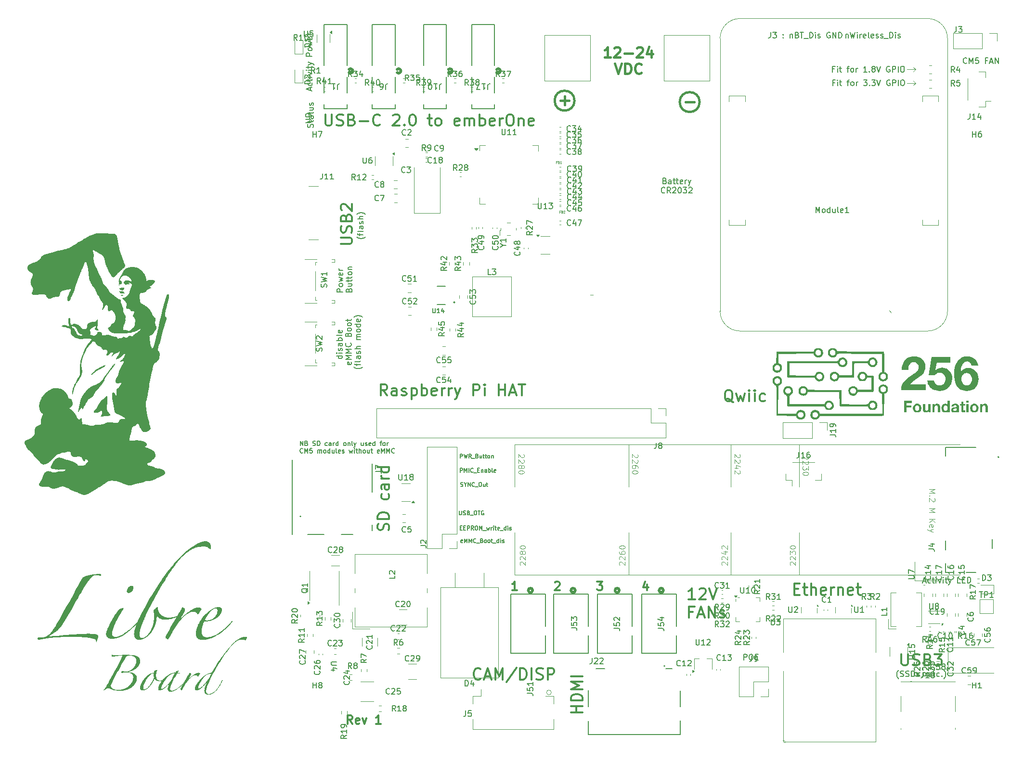
<source format=gbr>
%TF.GenerationSoftware,KiCad,Pcbnew,9.0.3*%
%TF.CreationDate,2025-08-24T22:17:20-04:00*%
%TF.ProjectId,libreboard,6c696272-6562-46f6-9172-642e6b696361,rev?*%
%TF.SameCoordinates,Original*%
%TF.FileFunction,Legend,Top*%
%TF.FilePolarity,Positive*%
%FSLAX46Y46*%
G04 Gerber Fmt 4.6, Leading zero omitted, Abs format (unit mm)*
G04 Created by KiCad (PCBNEW 9.0.3) date 2025-08-24 22:17:20*
%MOMM*%
%LPD*%
G01*
G04 APERTURE LIST*
%ADD10C,0.000000*%
%ADD11C,0.120000*%
%ADD12C,0.400000*%
%ADD13C,0.300000*%
%ADD14C,0.150000*%
%ADD15C,0.100000*%
%ADD16C,0.125000*%
%ADD17C,0.098425*%
%ADD18C,0.127000*%
%ADD19C,0.200000*%
%ADD20C,0.152400*%
%ADD21C,0.508000*%
G04 APERTURE END LIST*
D10*
G36*
X87220377Y-135434979D02*
G01*
X87352667Y-135501124D01*
X87359129Y-135564199D01*
X87363685Y-135625091D01*
X87364807Y-135654793D01*
X87364923Y-135684038D01*
X87363856Y-135712855D01*
X87361432Y-135741275D01*
X87357472Y-135769327D01*
X87351802Y-135797040D01*
X87344244Y-135824444D01*
X87334622Y-135851568D01*
X87322760Y-135878443D01*
X87308481Y-135905097D01*
X87291610Y-135931560D01*
X87271969Y-135957862D01*
X87239350Y-135989298D01*
X87206541Y-136019196D01*
X87173444Y-136047487D01*
X87139962Y-136074107D01*
X87105998Y-136098989D01*
X87071453Y-136122066D01*
X87036231Y-136143272D01*
X87000235Y-136162541D01*
X86963366Y-136179806D01*
X86925528Y-136195000D01*
X86886624Y-136208059D01*
X86846555Y-136218914D01*
X86805224Y-136227500D01*
X86762535Y-136233751D01*
X86718389Y-136237600D01*
X86672690Y-136238980D01*
X86635978Y-136236913D01*
X86599267Y-136234599D01*
X86562556Y-136231912D01*
X86525845Y-136228728D01*
X86538970Y-136201508D01*
X86552775Y-136175113D01*
X86567227Y-136149467D01*
X86582291Y-136124497D01*
X86597935Y-136100128D01*
X86614125Y-136076284D01*
X86630827Y-136052893D01*
X86648008Y-136029878D01*
X86683675Y-135984680D01*
X86720857Y-135940095D01*
X86798697Y-135850375D01*
X86854921Y-135784560D01*
X86897619Y-135736399D01*
X86940766Y-135689796D01*
X86984564Y-135644603D01*
X87029215Y-135600674D01*
X87074920Y-135557862D01*
X87121881Y-135516018D01*
X87170300Y-135474995D01*
X87220377Y-135434647D01*
X87220377Y-135434979D01*
G37*
G36*
X204853372Y-142958467D02*
G01*
X204915281Y-142963893D01*
X204976652Y-142972958D01*
X205037206Y-142985676D01*
X205096663Y-143002062D01*
X205154744Y-143022131D01*
X205211170Y-143045899D01*
X205265659Y-143073379D01*
X205302591Y-143103542D01*
X205337235Y-143133643D01*
X205369642Y-143163847D01*
X205399860Y-143194319D01*
X205427938Y-143225222D01*
X205453926Y-143256723D01*
X205477872Y-143288985D01*
X205499826Y-143322173D01*
X205519836Y-143356452D01*
X205537952Y-143391987D01*
X205554223Y-143428942D01*
X205568698Y-143467482D01*
X205581426Y-143507772D01*
X205592456Y-143549976D01*
X205601837Y-143594260D01*
X205609618Y-143640787D01*
X205614235Y-143802403D01*
X205615415Y-143868619D01*
X205615523Y-143926480D01*
X205614319Y-143977016D01*
X205611564Y-144021259D01*
X205607017Y-144060238D01*
X205600438Y-144094984D01*
X205591589Y-144126527D01*
X205580228Y-144155898D01*
X205566117Y-144184127D01*
X205549016Y-144212244D01*
X205528684Y-144241280D01*
X205504881Y-144272266D01*
X205445907Y-144344206D01*
X205420233Y-144369593D01*
X205394732Y-144393480D01*
X205369315Y-144416023D01*
X205343893Y-144437380D01*
X205318377Y-144457708D01*
X205292678Y-144477164D01*
X205266707Y-144495907D01*
X205240375Y-144514092D01*
X205186271Y-144549422D01*
X205129655Y-144584410D01*
X205006037Y-144658399D01*
X205006037Y-146140066D01*
X211197287Y-146140066D01*
X211250204Y-145928399D01*
X211299207Y-145860659D01*
X211323614Y-145828107D01*
X211348212Y-145796560D01*
X211373191Y-145766110D01*
X211398739Y-145736852D01*
X211425046Y-145708880D01*
X211452303Y-145682288D01*
X211480698Y-145657169D01*
X211510422Y-145633618D01*
X211541663Y-145611729D01*
X211574613Y-145591594D01*
X211609460Y-145573310D01*
X211646393Y-145556968D01*
X211665702Y-145549555D01*
X211685604Y-145542664D01*
X211706122Y-145536305D01*
X211727281Y-145530491D01*
X211780799Y-145524016D01*
X211832092Y-145519015D01*
X211881428Y-145515594D01*
X211929077Y-145513860D01*
X211975308Y-145513922D01*
X212020391Y-145515887D01*
X212064594Y-145519861D01*
X212108187Y-145525954D01*
X212151440Y-145534271D01*
X212194621Y-145544920D01*
X212237999Y-145558010D01*
X212281846Y-145573647D01*
X212326428Y-145591938D01*
X212372016Y-145612992D01*
X212418879Y-145636915D01*
X212467287Y-145663816D01*
X212568268Y-145754229D01*
X212609232Y-145791710D01*
X212644496Y-145825030D01*
X212674550Y-145854931D01*
X212699883Y-145882155D01*
X212720983Y-145907445D01*
X212738340Y-145931542D01*
X212745767Y-145943376D01*
X212752442Y-145955190D01*
X212758426Y-145967076D01*
X212763780Y-145979128D01*
X212772841Y-146004101D01*
X212780114Y-146030851D01*
X212786090Y-146060118D01*
X212791256Y-146092646D01*
X212801116Y-146170451D01*
X212807580Y-146335745D01*
X212809480Y-146403457D01*
X212810169Y-146462615D01*
X212809406Y-146514267D01*
X212806948Y-146559464D01*
X212802554Y-146599257D01*
X212795982Y-146634697D01*
X212786990Y-146666832D01*
X212775336Y-146696715D01*
X212760778Y-146725394D01*
X212743074Y-146753921D01*
X212721982Y-146783346D01*
X212697260Y-146814720D01*
X212635959Y-146887514D01*
X212598827Y-146923480D01*
X212562642Y-146956599D01*
X212527126Y-146986948D01*
X212492005Y-147014606D01*
X212457003Y-147039653D01*
X212421844Y-147062166D01*
X212386252Y-147082226D01*
X212349951Y-147099910D01*
X212312667Y-147115297D01*
X212274123Y-147128467D01*
X212234043Y-147139497D01*
X212192151Y-147148468D01*
X212148173Y-147155457D01*
X212101832Y-147160544D01*
X212052852Y-147163807D01*
X212000958Y-147165326D01*
X211902156Y-147161944D01*
X211856185Y-147158977D01*
X211812198Y-147154858D01*
X211769967Y-147149364D01*
X211729262Y-147142269D01*
X211689856Y-147133349D01*
X211651522Y-147122378D01*
X211614031Y-147109132D01*
X211577154Y-147093386D01*
X211540664Y-147074915D01*
X211504333Y-147053494D01*
X211467933Y-147028899D01*
X211431236Y-147000904D01*
X211394013Y-146969284D01*
X211356037Y-146933816D01*
X211280424Y-146743425D01*
X211266843Y-146719653D01*
X211253967Y-146697906D01*
X211241571Y-146678044D01*
X211229433Y-146659932D01*
X211217327Y-146643432D01*
X211205032Y-146628407D01*
X211192322Y-146614719D01*
X211178974Y-146602230D01*
X211171990Y-146596393D01*
X211164764Y-146590804D01*
X211157266Y-146585447D01*
X211149469Y-146580304D01*
X211132865Y-146570591D01*
X211114727Y-146561529D01*
X211094834Y-146552980D01*
X211072959Y-146544807D01*
X211048881Y-146536873D01*
X211022375Y-146529040D01*
X210960428Y-146524634D01*
X210898718Y-146521269D01*
X210837158Y-146518845D01*
X210775661Y-146517261D01*
X210652506Y-146516216D01*
X210528555Y-146517329D01*
X210337908Y-146515859D01*
X210079467Y-146515501D01*
X209821031Y-146516898D01*
X209550720Y-146517128D01*
X209280410Y-146515919D01*
X208768606Y-146515083D01*
X208256803Y-146516146D01*
X207504659Y-146516774D01*
X206752516Y-146515352D01*
X206530953Y-146514873D01*
X206421739Y-146514632D01*
X205673397Y-146515044D01*
X205473614Y-146515253D01*
X205102465Y-146516309D01*
X204938565Y-146516362D01*
X204795280Y-146516785D01*
X204759943Y-146514601D01*
X204745443Y-146513514D01*
X204732743Y-146512314D01*
X204721609Y-146510915D01*
X204711807Y-146509230D01*
X204703104Y-146507172D01*
X204695265Y-146504655D01*
X204688058Y-146501592D01*
X204681247Y-146497895D01*
X204674599Y-146493479D01*
X204667881Y-146488256D01*
X204660857Y-146482140D01*
X204653296Y-146475044D01*
X204635620Y-146457565D01*
X204634277Y-146387431D01*
X211482652Y-146387431D01*
X211483584Y-146422956D01*
X211485642Y-146460872D01*
X211491037Y-146478797D01*
X211496827Y-146496033D01*
X211503008Y-146512608D01*
X211509575Y-146528549D01*
X211516524Y-146543883D01*
X211523850Y-146558638D01*
X211531549Y-146572840D01*
X211539617Y-146586517D01*
X211548049Y-146599696D01*
X211556841Y-146612404D01*
X211575486Y-146636518D01*
X211595516Y-146659075D01*
X211616897Y-146680294D01*
X211639592Y-146700391D01*
X211663566Y-146719586D01*
X211688784Y-146738096D01*
X211715210Y-146756137D01*
X211742809Y-146773929D01*
X211771545Y-146791689D01*
X211832287Y-146827982D01*
X211885750Y-146842454D01*
X211907983Y-146848140D01*
X211927836Y-146852791D01*
X211945775Y-146856409D01*
X211962265Y-146858994D01*
X211977772Y-146860544D01*
X211992759Y-146861061D01*
X212007692Y-146860544D01*
X212023037Y-146858994D01*
X212039258Y-146856409D01*
X212056820Y-146852791D01*
X212076189Y-146848140D01*
X212097830Y-146842454D01*
X212149787Y-146827982D01*
X212199513Y-146786948D01*
X212238280Y-146754390D01*
X212254522Y-146740320D01*
X212269188Y-146727207D01*
X212282664Y-146714662D01*
X212295338Y-146702298D01*
X212307598Y-146689728D01*
X212319831Y-146676564D01*
X212332425Y-146662418D01*
X212345767Y-146646903D01*
X212376246Y-146610215D01*
X212414370Y-146563399D01*
X212467287Y-146510482D01*
X212474409Y-146439006D01*
X212476623Y-146406569D01*
X212477787Y-146375945D01*
X212477786Y-146346844D01*
X212476504Y-146318976D01*
X212473828Y-146292049D01*
X212469642Y-146265774D01*
X212463833Y-146239859D01*
X212456285Y-146214015D01*
X212446884Y-146187950D01*
X212435515Y-146161374D01*
X212422063Y-146133998D01*
X212406415Y-146105529D01*
X212388455Y-146075678D01*
X212368068Y-146044154D01*
X212342326Y-146018015D01*
X212318511Y-145994713D01*
X212296244Y-145974048D01*
X212275144Y-145955825D01*
X212254831Y-145939845D01*
X212234924Y-145925911D01*
X212225004Y-145919649D01*
X212215042Y-145913825D01*
X212204993Y-145908413D01*
X212194806Y-145903390D01*
X212184437Y-145898729D01*
X212173835Y-145894408D01*
X212162955Y-145890400D01*
X212151749Y-145886682D01*
X212128166Y-145880015D01*
X212102708Y-145874208D01*
X212074992Y-145869064D01*
X212044639Y-145864387D01*
X212011269Y-145859977D01*
X211974500Y-145855639D01*
X211908424Y-145857399D01*
X211881108Y-145858577D01*
X211856922Y-145860199D01*
X211835353Y-145862450D01*
X211815887Y-145865512D01*
X211798011Y-145869571D01*
X211781211Y-145874811D01*
X211764974Y-145881415D01*
X211748785Y-145889567D01*
X211732132Y-145899453D01*
X211714502Y-145911255D01*
X211695379Y-145925159D01*
X211674252Y-145941347D01*
X211623927Y-145981315D01*
X211602329Y-146013340D01*
X211582758Y-146043758D01*
X211565151Y-146072855D01*
X211549444Y-146100916D01*
X211535571Y-146128228D01*
X211523469Y-146155077D01*
X211513072Y-146181746D01*
X211504318Y-146208523D01*
X211497140Y-146235693D01*
X211491475Y-146263541D01*
X211487258Y-146292353D01*
X211484425Y-146322415D01*
X211482911Y-146354013D01*
X211482652Y-146387431D01*
X204634277Y-146387431D01*
X204633753Y-146360090D01*
X204632911Y-146262835D01*
X204632959Y-146165587D01*
X204633760Y-146068132D01*
X204632830Y-145826286D01*
X204632614Y-145635208D01*
X204633169Y-145539686D01*
X204634342Y-145444139D01*
X204643446Y-145285431D01*
X204646460Y-145219607D01*
X204648163Y-145161049D01*
X204648342Y-145108445D01*
X204646785Y-145060477D01*
X204643277Y-145015833D01*
X204637606Y-144973196D01*
X204629558Y-144931254D01*
X204618921Y-144888690D01*
X204605481Y-144844190D01*
X204589024Y-144796439D01*
X204569338Y-144744123D01*
X204546209Y-144685927D01*
X204488769Y-144546636D01*
X204448412Y-144522906D01*
X204408300Y-144501092D01*
X204368194Y-144480898D01*
X204327854Y-144462027D01*
X204287041Y-144444180D01*
X204245516Y-144427061D01*
X204203039Y-144410372D01*
X204159371Y-144393815D01*
X204128769Y-144355270D01*
X204101113Y-144316286D01*
X204076268Y-144276829D01*
X204054100Y-144236868D01*
X204034473Y-144196368D01*
X204017252Y-144155297D01*
X204002303Y-144113622D01*
X203989490Y-144071310D01*
X203978679Y-144028327D01*
X203969734Y-143984641D01*
X203962521Y-143940218D01*
X203956904Y-143895025D01*
X203952749Y-143849030D01*
X203949921Y-143802200D01*
X203949340Y-143785274D01*
X204285048Y-143785274D01*
X204285564Y-143802728D01*
X204287115Y-143820724D01*
X204289698Y-143839806D01*
X204293316Y-143860515D01*
X204297967Y-143883395D01*
X204303651Y-143908988D01*
X204318121Y-143970482D01*
X204358794Y-144021304D01*
X204391095Y-144060853D01*
X204405074Y-144077370D01*
X204418123Y-144092231D01*
X204430629Y-144105824D01*
X204442980Y-144118537D01*
X204455563Y-144130758D01*
X204468766Y-144142874D01*
X204482976Y-144155272D01*
X204498582Y-144168340D01*
X204535527Y-144198037D01*
X204582704Y-144235065D01*
X204635620Y-144287982D01*
X204715088Y-144283801D01*
X204751784Y-144280792D01*
X204786777Y-144276988D01*
X204820307Y-144272250D01*
X204852614Y-144266443D01*
X204883941Y-144259428D01*
X204914528Y-144251069D01*
X204944615Y-144241228D01*
X204974444Y-144229767D01*
X205004256Y-144216550D01*
X205034290Y-144201439D01*
X205064789Y-144184297D01*
X205095993Y-144164986D01*
X205128143Y-144143370D01*
X205161480Y-144119311D01*
X205200608Y-144072745D01*
X205216531Y-144053274D01*
X205230303Y-144035749D01*
X205242134Y-144019725D01*
X205252231Y-144004756D01*
X205260803Y-143990396D01*
X205268059Y-143976200D01*
X205271257Y-143969025D01*
X205274205Y-143961722D01*
X205279452Y-143946517D01*
X205284007Y-143930137D01*
X205288078Y-143912139D01*
X205291874Y-143892076D01*
X205295603Y-143869502D01*
X205303694Y-143815040D01*
X205294626Y-143773909D01*
X205284736Y-143735488D01*
X205273928Y-143699515D01*
X205262105Y-143665729D01*
X205249171Y-143633867D01*
X205235029Y-143603668D01*
X205219584Y-143574869D01*
X205202740Y-143547209D01*
X205184399Y-143520425D01*
X205164466Y-143494257D01*
X205142844Y-143468440D01*
X205119437Y-143442715D01*
X205094150Y-143416818D01*
X205066885Y-143390489D01*
X205037546Y-143363464D01*
X205006037Y-143335483D01*
X204950006Y-143321280D01*
X204896229Y-143311189D01*
X204844595Y-143305206D01*
X204794994Y-143303329D01*
X204770921Y-143303929D01*
X204747315Y-143305555D01*
X204724162Y-143308206D01*
X204701447Y-143311882D01*
X204679159Y-143316582D01*
X204657282Y-143322306D01*
X204635802Y-143329054D01*
X204614707Y-143336825D01*
X204593981Y-143345619D01*
X204573612Y-143355436D01*
X204553585Y-143366275D01*
X204533887Y-143378136D01*
X204495422Y-143404924D01*
X204458106Y-143435795D01*
X204421828Y-143470747D01*
X204386478Y-143509779D01*
X204351946Y-143552885D01*
X204318121Y-143600065D01*
X204303651Y-143661561D01*
X204297967Y-143687153D01*
X204293316Y-143710033D01*
X204289698Y-143730743D01*
X204287115Y-143749824D01*
X204285564Y-143767820D01*
X204285048Y-143785274D01*
X203949340Y-143785274D01*
X203948284Y-143754500D01*
X203947704Y-143705899D01*
X203958639Y-143656368D01*
X203971182Y-143608986D01*
X203985338Y-143563574D01*
X204001110Y-143519953D01*
X204018503Y-143477944D01*
X204037522Y-143437367D01*
X204058171Y-143398042D01*
X204080455Y-143359791D01*
X204104378Y-143322433D01*
X204129945Y-143285791D01*
X204157160Y-143249684D01*
X204186029Y-143213932D01*
X204216554Y-143178357D01*
X204248742Y-143142780D01*
X204282596Y-143107020D01*
X204318121Y-143070899D01*
X204372289Y-143044251D01*
X204428436Y-143021107D01*
X204486282Y-143001482D01*
X204545547Y-142985391D01*
X204605951Y-142972849D01*
X204667215Y-142963870D01*
X204729060Y-142958471D01*
X204791205Y-142956665D01*
X204853372Y-142958467D01*
G37*
G36*
X78919640Y-153310624D02*
G01*
X78959300Y-153312709D01*
X79039103Y-153319719D01*
X79117512Y-153327426D01*
X79139849Y-153336057D01*
X79161137Y-153344915D01*
X79181376Y-153354000D01*
X79200566Y-153363312D01*
X79218707Y-153372852D01*
X79235799Y-153382619D01*
X79251842Y-153392614D01*
X79266836Y-153402835D01*
X79280781Y-153413284D01*
X79293677Y-153423960D01*
X79305523Y-153434864D01*
X79316321Y-153445995D01*
X79326070Y-153457353D01*
X79334770Y-153468939D01*
X79342420Y-153480752D01*
X79349022Y-153492793D01*
X79350397Y-153517598D01*
X79351379Y-153542402D01*
X79351968Y-153567207D01*
X79352165Y-153592011D01*
X79351968Y-153616816D01*
X79351379Y-153641620D01*
X79350397Y-153666425D01*
X79349022Y-153691230D01*
X79282877Y-153757376D01*
X79262206Y-153755485D01*
X79241536Y-153752953D01*
X79220865Y-153749780D01*
X79200194Y-153745967D01*
X79179524Y-153741512D01*
X79158853Y-153736417D01*
X79138182Y-153730680D01*
X79117512Y-153724303D01*
X79051366Y-153625083D01*
X79027864Y-153621425D01*
X79003989Y-153618221D01*
X78979743Y-153615472D01*
X78955124Y-153613178D01*
X78930133Y-153611338D01*
X78904770Y-153609953D01*
X78879035Y-153609022D01*
X78852928Y-153608546D01*
X78826821Y-153608071D01*
X78801087Y-153607141D01*
X78775724Y-153605757D01*
X78750733Y-153603917D01*
X78726115Y-153601622D01*
X78701868Y-153598873D01*
X78677994Y-153595669D01*
X78654492Y-153592009D01*
X78588346Y-153492793D01*
X78596149Y-153471694D01*
X78604898Y-153452203D01*
X78614555Y-153434260D01*
X78625082Y-153417808D01*
X78636440Y-153402789D01*
X78648592Y-153389145D01*
X78661498Y-153376818D01*
X78675120Y-153365751D01*
X78689421Y-153355886D01*
X78704362Y-153347164D01*
X78719905Y-153339527D01*
X78736011Y-153332918D01*
X78752642Y-153327280D01*
X78769760Y-153322553D01*
X78787327Y-153318680D01*
X78805304Y-153315604D01*
X78823653Y-153313266D01*
X78842336Y-153311608D01*
X78880550Y-153310103D01*
X78919640Y-153310624D01*
G37*
G36*
X99117653Y-194530260D02*
G01*
X99117607Y-194527669D01*
X99117653Y-194527615D01*
X99117653Y-194530260D01*
G37*
G36*
X87352667Y-123991750D02*
G01*
X87350342Y-124011553D01*
X87347500Y-124031603D01*
X87344142Y-124051902D01*
X87340266Y-124072449D01*
X87335874Y-124093243D01*
X87330964Y-124114286D01*
X87325538Y-124135576D01*
X87319595Y-124157115D01*
X87302625Y-124167626D01*
X87285779Y-124177496D01*
X87269056Y-124186725D01*
X87252457Y-124195314D01*
X87235983Y-124203262D01*
X87219632Y-124210569D01*
X87203406Y-124217235D01*
X87187304Y-124223261D01*
X87186952Y-124177527D01*
X87187882Y-124135411D01*
X87190094Y-124096912D01*
X87193587Y-124062030D01*
X87195814Y-124045946D01*
X87198362Y-124030766D01*
X87201230Y-124016490D01*
X87204419Y-124003119D01*
X87207927Y-123990652D01*
X87211757Y-123979090D01*
X87215907Y-123968431D01*
X87220377Y-123958678D01*
X87352667Y-123991750D01*
G37*
G36*
X89359538Y-178104873D02*
G01*
X89379209Y-178105841D01*
X89398234Y-178107453D01*
X89416614Y-178109710D01*
X89434350Y-178112613D01*
X89451440Y-178116160D01*
X89467886Y-178120352D01*
X89483686Y-178125189D01*
X89498842Y-178130670D01*
X89513353Y-178136797D01*
X89527218Y-178143569D01*
X89540439Y-178150985D01*
X89553015Y-178159047D01*
X89564946Y-178167753D01*
X89576232Y-178177105D01*
X89586874Y-178187101D01*
X89596870Y-178197742D01*
X89606221Y-178209029D01*
X89614928Y-178220960D01*
X89622989Y-178233536D01*
X89630406Y-178246756D01*
X89637178Y-178260622D01*
X89643304Y-178275133D01*
X89648786Y-178290289D01*
X89653623Y-178306089D01*
X89657815Y-178322535D01*
X89661362Y-178339625D01*
X89664264Y-178357361D01*
X89666521Y-178375741D01*
X89668134Y-178394766D01*
X89669101Y-178414436D01*
X89669424Y-178434751D01*
X89669425Y-178434750D01*
X89668383Y-178472850D01*
X89665258Y-178510950D01*
X89660049Y-178549050D01*
X89652756Y-178587150D01*
X89643380Y-178625250D01*
X89631921Y-178663350D01*
X89618377Y-178701450D01*
X89602750Y-178739550D01*
X89585040Y-178777650D01*
X89565246Y-178815750D01*
X89543368Y-178853850D01*
X89519406Y-178891950D01*
X89493361Y-178930050D01*
X89465233Y-178968150D01*
X89435020Y-179006250D01*
X89402724Y-179044351D01*
X89369139Y-179081260D01*
X89335057Y-179115788D01*
X89300480Y-179147935D01*
X89265406Y-179177701D01*
X89229836Y-179205085D01*
X89193770Y-179230088D01*
X89157208Y-179252710D01*
X89120150Y-179272951D01*
X89082596Y-179290810D01*
X89044545Y-179306288D01*
X89005999Y-179319385D01*
X88966956Y-179330100D01*
X88927418Y-179338435D01*
X88887383Y-179344388D01*
X88846852Y-179347960D01*
X88805825Y-179349150D01*
X88787073Y-179348853D01*
X88768916Y-179347960D01*
X88751354Y-179346471D01*
X88734387Y-179344388D01*
X88718016Y-179341709D01*
X88702241Y-179338435D01*
X88687060Y-179334565D01*
X88672475Y-179330100D01*
X88658485Y-179325040D01*
X88645091Y-179319385D01*
X88632291Y-179313134D01*
X88620087Y-179306288D01*
X88608479Y-179298846D01*
X88597465Y-179290810D01*
X88587047Y-179282178D01*
X88577225Y-179272950D01*
X88567997Y-179263128D01*
X88559365Y-179252710D01*
X88551329Y-179241696D01*
X88543887Y-179230088D01*
X88537041Y-179217884D01*
X88530790Y-179205085D01*
X88525135Y-179191690D01*
X88520075Y-179177700D01*
X88515610Y-179163115D01*
X88511740Y-179147935D01*
X88508466Y-179132159D01*
X88505787Y-179115788D01*
X88503703Y-179098822D01*
X88502215Y-179081260D01*
X88501322Y-179063103D01*
X88501024Y-179044351D01*
X88501967Y-179003175D01*
X88504795Y-178962197D01*
X88509508Y-178921419D01*
X88516106Y-178880838D01*
X88524589Y-178840456D01*
X88534957Y-178800272D01*
X88547210Y-178760287D01*
X88561349Y-178720501D01*
X88577373Y-178680912D01*
X88595282Y-178641522D01*
X88615076Y-178602331D01*
X88636755Y-178563338D01*
X88660319Y-178524544D01*
X88685769Y-178485947D01*
X88713104Y-178447550D01*
X88742324Y-178409351D01*
X88772933Y-178372441D01*
X88804435Y-178337913D01*
X88836830Y-178305766D01*
X88870118Y-178276001D01*
X88904299Y-178248616D01*
X88939372Y-178223613D01*
X88975339Y-178200992D01*
X89012199Y-178180751D01*
X89049952Y-178162892D01*
X89088597Y-178147413D01*
X89128136Y-178134317D01*
X89168567Y-178123601D01*
X89209892Y-178115267D01*
X89252109Y-178109314D01*
X89295220Y-178105742D01*
X89339223Y-178104551D01*
X89359538Y-178104873D01*
G37*
G36*
X79686836Y-152151714D02*
G01*
X79693000Y-152166126D01*
X79698310Y-152180124D01*
X79702830Y-152193796D01*
X79706626Y-152207229D01*
X79709762Y-152220512D01*
X79712302Y-152233732D01*
X79714313Y-152246977D01*
X79715859Y-152260334D01*
X79717004Y-152273891D01*
X79717815Y-152287736D01*
X79718354Y-152301956D01*
X79718883Y-152331873D01*
X79719109Y-152364344D01*
X79720431Y-152450995D01*
X79718764Y-152467148D01*
X79716842Y-152482548D01*
X79714636Y-152497280D01*
X79712117Y-152511427D01*
X79709254Y-152525074D01*
X79706019Y-152538305D01*
X79702382Y-152551205D01*
X79698314Y-152563858D01*
X79693784Y-152576348D01*
X79688763Y-152588759D01*
X79683222Y-152601177D01*
X79677132Y-152613684D01*
X79670462Y-152626366D01*
X79663182Y-152639306D01*
X79655265Y-152652590D01*
X79646679Y-152666301D01*
X79630024Y-152674055D01*
X79613633Y-152680635D01*
X79597454Y-152686130D01*
X79581432Y-152690629D01*
X79565516Y-152694221D01*
X79549650Y-152696995D01*
X79533782Y-152699041D01*
X79517860Y-152700447D01*
X79501829Y-152701303D01*
X79485636Y-152701697D01*
X79452551Y-152701460D01*
X79382095Y-152699374D01*
X79382263Y-152653807D01*
X79382643Y-152634621D01*
X79383372Y-152617426D01*
X79384564Y-152601917D01*
X79386334Y-152587788D01*
X79388794Y-152574735D01*
X79392059Y-152562453D01*
X79396242Y-152550635D01*
X79401458Y-152538977D01*
X79407820Y-152527174D01*
X79415442Y-152514920D01*
X79424438Y-152501910D01*
X79434922Y-152487840D01*
X79447008Y-152472403D01*
X79460809Y-152455294D01*
X79474915Y-152436406D01*
X79488237Y-152417654D01*
X79500814Y-152398980D01*
X79512682Y-152380327D01*
X79523879Y-152361637D01*
X79534444Y-152342853D01*
X79544414Y-152323917D01*
X79553827Y-152304771D01*
X79562720Y-152285358D01*
X79571132Y-152265619D01*
X79579100Y-152245498D01*
X79586662Y-152224937D01*
X79593856Y-152203877D01*
X79600719Y-152182262D01*
X79607290Y-152160033D01*
X79613606Y-152137133D01*
X79613606Y-152136802D01*
X79679751Y-152136802D01*
X79686836Y-152151714D01*
G37*
G36*
X84739907Y-139272097D02*
G01*
X84739585Y-139272116D01*
X84739907Y-139271437D01*
X84739907Y-139272097D01*
G37*
G36*
X77449655Y-148366571D02*
G01*
X77459280Y-148367046D01*
X77469034Y-148367811D01*
X77478917Y-148368865D01*
X77488929Y-148370208D01*
X77499071Y-148371841D01*
X77509342Y-148373764D01*
X77519741Y-148375976D01*
X77530271Y-148378477D01*
X77540929Y-148381267D01*
X77551716Y-148384347D01*
X77562633Y-148387717D01*
X77573679Y-148391376D01*
X77584854Y-148395324D01*
X77596158Y-148399562D01*
X77614467Y-148427930D01*
X77631381Y-148456830D01*
X77646994Y-148486226D01*
X77661400Y-148516082D01*
X77674691Y-148546366D01*
X77686961Y-148577040D01*
X77698304Y-148608071D01*
X77708813Y-148639424D01*
X77718581Y-148671063D01*
X77727704Y-148702954D01*
X77744381Y-148767353D01*
X77759594Y-148832341D01*
X77774090Y-148897639D01*
X77782905Y-148933102D01*
X77792611Y-148966921D01*
X77803214Y-148999258D01*
X77814724Y-149030276D01*
X77827146Y-149060138D01*
X77840488Y-149089005D01*
X77854757Y-149117039D01*
X77869961Y-149144404D01*
X77886106Y-149171261D01*
X77903201Y-149197772D01*
X77921252Y-149224100D01*
X77940266Y-149250408D01*
X77981215Y-149303610D01*
X78026106Y-149358676D01*
X78043379Y-149385808D01*
X78058774Y-149412002D01*
X78072355Y-149437432D01*
X78084180Y-149462267D01*
X78094312Y-149486679D01*
X78102811Y-149510841D01*
X78109738Y-149534923D01*
X78115155Y-149559098D01*
X78119122Y-149583535D01*
X78121701Y-149608408D01*
X78122952Y-149633887D01*
X78122937Y-149660145D01*
X78121717Y-149687352D01*
X78119352Y-149715680D01*
X78115904Y-149745300D01*
X78111434Y-149776385D01*
X78099867Y-149820703D01*
X78086876Y-149864805D01*
X78072473Y-149908616D01*
X78056667Y-149952059D01*
X78039471Y-149995058D01*
X78020893Y-150037538D01*
X78000945Y-150079421D01*
X77979638Y-150120633D01*
X77956983Y-150161097D01*
X77932989Y-150200736D01*
X77907667Y-150239476D01*
X77881029Y-150277239D01*
X77853085Y-150313951D01*
X77823845Y-150349533D01*
X77793321Y-150383912D01*
X77761522Y-150417010D01*
X77738092Y-150420193D01*
X77714270Y-150422467D01*
X77690054Y-150423831D01*
X77665446Y-150424286D01*
X77640445Y-150423831D01*
X77615051Y-150422467D01*
X77589264Y-150420193D01*
X77563085Y-150417010D01*
X77538274Y-150397253D01*
X77515359Y-150377707D01*
X77494229Y-150358242D01*
X77474775Y-150338726D01*
X77456885Y-150319031D01*
X77440447Y-150299024D01*
X77425352Y-150278577D01*
X77411487Y-150257559D01*
X77398743Y-150235839D01*
X77387007Y-150213288D01*
X77376170Y-150189774D01*
X77366120Y-150165167D01*
X77356747Y-150139338D01*
X77347939Y-150112156D01*
X77339585Y-150083490D01*
X77331575Y-150053210D01*
X77328395Y-150009939D01*
X77325978Y-149966688D01*
X77324221Y-149923444D01*
X77323017Y-149880197D01*
X77321854Y-149793644D01*
X77321653Y-149706935D01*
X77321611Y-149657204D01*
X77321322Y-149606726D01*
X77321322Y-149397372D01*
X77320867Y-149237464D01*
X77319668Y-149077559D01*
X77319668Y-148873832D01*
X77319560Y-148850002D01*
X77319296Y-148826081D01*
X77318676Y-148777587D01*
X77319397Y-148718237D01*
X77321591Y-148662892D01*
X77323603Y-148636450D01*
X77326420Y-148610685D01*
X77330186Y-148585489D01*
X77335047Y-148560754D01*
X77341149Y-148536371D01*
X77348636Y-148512233D01*
X77357654Y-148488232D01*
X77368348Y-148464259D01*
X77380863Y-148440207D01*
X77395346Y-148415967D01*
X77411941Y-148391431D01*
X77430793Y-148366492D01*
X77430793Y-148366488D01*
X77440160Y-148366385D01*
X77449655Y-148366571D01*
G37*
G36*
X89371985Y-156791366D02*
G01*
X89416092Y-156795121D01*
X89460017Y-156800779D01*
X89503685Y-156808352D01*
X89547019Y-156817849D01*
X89589945Y-156829281D01*
X89632384Y-156842659D01*
X89674262Y-156857993D01*
X89715502Y-156875293D01*
X89756027Y-156894570D01*
X89795763Y-156915835D01*
X89795763Y-156915839D01*
X89821439Y-156934553D01*
X89846137Y-156953872D01*
X89869873Y-156973809D01*
X89892662Y-156994381D01*
X89914518Y-157015602D01*
X89935458Y-157037487D01*
X89955496Y-157060052D01*
X89974646Y-157083311D01*
X89992925Y-157107279D01*
X90010346Y-157131971D01*
X90026926Y-157157403D01*
X90042678Y-157183589D01*
X90057619Y-157210544D01*
X90071762Y-157238284D01*
X90085124Y-157266823D01*
X90097719Y-157296176D01*
X90099229Y-157317554D01*
X90100449Y-157339026D01*
X90101379Y-157360591D01*
X90102020Y-157382249D01*
X90102371Y-157404000D01*
X90102433Y-157425843D01*
X90102205Y-157447780D01*
X90101688Y-157469809D01*
X90100738Y-157514087D01*
X90100035Y-157559104D01*
X90097719Y-157626906D01*
X90078307Y-157635924D01*
X90058296Y-157643903D01*
X90037725Y-157650882D01*
X90016631Y-157656902D01*
X89973031Y-157666215D01*
X89927803Y-157672154D01*
X89881255Y-157675031D01*
X89833695Y-157675159D01*
X89785431Y-157672849D01*
X89736770Y-157668412D01*
X89688020Y-157662163D01*
X89639489Y-157654411D01*
X89544312Y-157635650D01*
X89453700Y-157614625D01*
X89370115Y-157593833D01*
X89338241Y-157581182D01*
X89306615Y-157568035D01*
X89275238Y-157554393D01*
X89244108Y-157540255D01*
X89222836Y-157531262D01*
X89202683Y-157523129D01*
X89183475Y-157515846D01*
X89165037Y-157509405D01*
X89147194Y-157503797D01*
X89129771Y-157499014D01*
X89112593Y-157495047D01*
X89095486Y-157491887D01*
X89078274Y-157489525D01*
X89060782Y-157487953D01*
X89042836Y-157487162D01*
X89024260Y-157487143D01*
X89004881Y-157487888D01*
X88984522Y-157489388D01*
X88963010Y-157491633D01*
X88940168Y-157494616D01*
X88914288Y-157507269D01*
X88888709Y-157520190D01*
X88863394Y-157533397D01*
X88838304Y-157546911D01*
X88813399Y-157560750D01*
X88788642Y-157574934D01*
X88763993Y-157589482D01*
X88739414Y-157604415D01*
X88731411Y-157607048D01*
X88723359Y-157609325D01*
X88715257Y-157611245D01*
X88707107Y-157612808D01*
X88698907Y-157614015D01*
X88690658Y-157614865D01*
X88682360Y-157615359D01*
X88674013Y-157615496D01*
X88665617Y-157615276D01*
X88657172Y-157614700D01*
X88648678Y-157613767D01*
X88640134Y-157612478D01*
X88631542Y-157610832D01*
X88622901Y-157608830D01*
X88614210Y-157606470D01*
X88605471Y-157603755D01*
X88597683Y-157598160D01*
X88589864Y-157592126D01*
X88582014Y-157585653D01*
X88574134Y-157578741D01*
X88566222Y-157571389D01*
X88558279Y-157563599D01*
X88550305Y-157555369D01*
X88542301Y-157546700D01*
X88534265Y-157537592D01*
X88526198Y-157528045D01*
X88518100Y-157518059D01*
X88509972Y-157507633D01*
X88501812Y-157496768D01*
X88493621Y-157485464D01*
X88485399Y-157473721D01*
X88477146Y-157461539D01*
X88471486Y-157421385D01*
X88469257Y-157402155D01*
X88467519Y-157383394D01*
X88466342Y-157365032D01*
X88465792Y-157346999D01*
X88465940Y-157329224D01*
X88466853Y-157311635D01*
X88468598Y-157294163D01*
X88471246Y-157276736D01*
X88474863Y-157259285D01*
X88479519Y-157241737D01*
X88485281Y-157224023D01*
X88492218Y-157206071D01*
X88500398Y-157187811D01*
X88509890Y-157169173D01*
X88538722Y-157133699D01*
X88569048Y-157099897D01*
X88600791Y-157067780D01*
X88633876Y-157037356D01*
X88668226Y-157008637D01*
X88703765Y-156981633D01*
X88740417Y-156956355D01*
X88778105Y-156932812D01*
X88816755Y-156911017D01*
X88856289Y-156890978D01*
X88896631Y-156872706D01*
X88937706Y-156856212D01*
X88979437Y-156841507D01*
X89021748Y-156828601D01*
X89064563Y-156817504D01*
X89107806Y-156808226D01*
X89151401Y-156800779D01*
X89195271Y-156795173D01*
X89239341Y-156791418D01*
X89283534Y-156789525D01*
X89327774Y-156789504D01*
X89371985Y-156791366D01*
G37*
G36*
X85892853Y-190185841D02*
G01*
X85894544Y-190185957D01*
X85896204Y-190186153D01*
X85897835Y-190186427D01*
X85899437Y-190186781D01*
X85901010Y-190187214D01*
X85902555Y-190187729D01*
X85904072Y-190188324D01*
X85905563Y-190189000D01*
X85907026Y-190189758D01*
X85908464Y-190190599D01*
X85909876Y-190191522D01*
X85911262Y-190192529D01*
X85912624Y-190193620D01*
X85913962Y-190194795D01*
X85915276Y-190196054D01*
X85916566Y-190197399D01*
X85917834Y-190198830D01*
X85919080Y-190200347D01*
X85920304Y-190201951D01*
X85921506Y-190203642D01*
X85922688Y-190205420D01*
X85924991Y-190209242D01*
X85927216Y-190213421D01*
X85929368Y-190217960D01*
X85931450Y-190222863D01*
X85933466Y-190228135D01*
X85935264Y-190230600D01*
X85937187Y-190233032D01*
X85941403Y-190237793D01*
X85946116Y-190242407D01*
X85951325Y-190246863D01*
X85957030Y-190251147D01*
X85963231Y-190255250D01*
X85969929Y-190259158D01*
X85977122Y-190262862D01*
X85984812Y-190266348D01*
X85992997Y-190269605D01*
X86001679Y-190272623D01*
X86010856Y-190275388D01*
X86020530Y-190277890D01*
X86030700Y-190280116D01*
X86041366Y-190282056D01*
X86052528Y-190283698D01*
X86064931Y-190285590D01*
X86079317Y-190287305D01*
X86114044Y-190290229D01*
X86156708Y-190292534D01*
X86207310Y-190294281D01*
X86265849Y-190295531D01*
X86332325Y-190296348D01*
X86489091Y-190296927D01*
X86708364Y-190295480D01*
X86921685Y-190291304D01*
X87129052Y-190284649D01*
X87330466Y-190275760D01*
X87540355Y-190266872D01*
X87773312Y-190260216D01*
X88029586Y-190256040D01*
X88309424Y-190254593D01*
X88309424Y-190249303D01*
X88613529Y-190251328D01*
X88898783Y-190257571D01*
X89165186Y-190268278D01*
X89412737Y-190283699D01*
X89530182Y-190293993D01*
X89642387Y-190307015D01*
X89749321Y-190322766D01*
X89850953Y-190341245D01*
X89947252Y-190362453D01*
X90038187Y-190386390D01*
X90123727Y-190413055D01*
X90203840Y-190442449D01*
X90241977Y-190458230D01*
X90278993Y-190474814D01*
X90314886Y-190492196D01*
X90349650Y-190510372D01*
X90383283Y-190529339D01*
X90415781Y-190549093D01*
X90447139Y-190569630D01*
X90477353Y-190590946D01*
X90506421Y-190613037D01*
X90534337Y-190635899D01*
X90561098Y-190659529D01*
X90586701Y-190683922D01*
X90611140Y-190709075D01*
X90634414Y-190734984D01*
X90656516Y-190761644D01*
X90677445Y-190789053D01*
X90696668Y-190817424D01*
X90714652Y-190846977D01*
X90731395Y-190877716D01*
X90746898Y-190909645D01*
X90761161Y-190942768D01*
X90774183Y-190977088D01*
X90785965Y-191012609D01*
X90796507Y-191049337D01*
X90805809Y-191087273D01*
X90813871Y-191126422D01*
X90820692Y-191166789D01*
X90826273Y-191208376D01*
X90830614Y-191251188D01*
X90833715Y-191295229D01*
X90835575Y-191340502D01*
X90836195Y-191387011D01*
X90835822Y-191411598D01*
X90834702Y-191436739D01*
X90832829Y-191462431D01*
X90830201Y-191488669D01*
X90826813Y-191515450D01*
X90822661Y-191542769D01*
X90817742Y-191570623D01*
X90812052Y-191599008D01*
X90805586Y-191627921D01*
X90798342Y-191657356D01*
X90790315Y-191687311D01*
X90781501Y-191717781D01*
X90771896Y-191748763D01*
X90761497Y-191780253D01*
X90750299Y-191812246D01*
X90738299Y-191844740D01*
X90725401Y-191877918D01*
X90711510Y-191910979D01*
X90696627Y-191943932D01*
X90680752Y-191976784D01*
X90663885Y-192009543D01*
X90646026Y-192042216D01*
X90627174Y-192074812D01*
X90607330Y-192107339D01*
X90586494Y-192139803D01*
X90564666Y-192172213D01*
X90541846Y-192204577D01*
X90518033Y-192236902D01*
X90493229Y-192269196D01*
X90467432Y-192301467D01*
X90440643Y-192333722D01*
X90412862Y-192365969D01*
X90383530Y-192398092D01*
X90353082Y-192429970D01*
X90321518Y-192461609D01*
X90288838Y-192493010D01*
X90255042Y-192524180D01*
X90220129Y-192555120D01*
X90184100Y-192585836D01*
X90146955Y-192616331D01*
X90108694Y-192646609D01*
X90069317Y-192676674D01*
X90028823Y-192706529D01*
X89987213Y-192736179D01*
X89944487Y-192765627D01*
X89900645Y-192794878D01*
X89855686Y-192823935D01*
X89809611Y-192852802D01*
X89761861Y-192881143D01*
X89712863Y-192908623D01*
X89662609Y-192935251D01*
X89611091Y-192961033D01*
X89558303Y-192985979D01*
X89504235Y-193010095D01*
X89448880Y-193033389D01*
X89392231Y-193055870D01*
X89334280Y-193077544D01*
X89275019Y-193098420D01*
X89214440Y-193118506D01*
X89152535Y-193137808D01*
X89024719Y-193174095D01*
X88891507Y-193207344D01*
X88889802Y-193207383D01*
X88888158Y-193207500D01*
X88886575Y-193207695D01*
X88885053Y-193207969D01*
X88883591Y-193208323D01*
X88882188Y-193208757D01*
X88880845Y-193209271D01*
X88879560Y-193209866D01*
X88878333Y-193210542D01*
X88877164Y-193211300D01*
X88876052Y-193212141D01*
X88874997Y-193213065D01*
X88873998Y-193214071D01*
X88873054Y-193215162D01*
X88872166Y-193216337D01*
X88871333Y-193217597D01*
X88870554Y-193218942D01*
X88869828Y-193220372D01*
X88869156Y-193221889D01*
X88868537Y-193223493D01*
X88867970Y-193225184D01*
X88867455Y-193226962D01*
X88866992Y-193228829D01*
X88866579Y-193230784D01*
X88866216Y-193232829D01*
X88865904Y-193234963D01*
X88865641Y-193237187D01*
X88865426Y-193239502D01*
X88865261Y-193241908D01*
X88865143Y-193244406D01*
X88865049Y-193249677D01*
X88865143Y-193253026D01*
X88865261Y-193254609D01*
X88865426Y-193256132D01*
X88865641Y-193257594D01*
X88865904Y-193258996D01*
X88866216Y-193260340D01*
X88866579Y-193261625D01*
X88866992Y-193262852D01*
X88867455Y-193264021D01*
X88867970Y-193265133D01*
X88868537Y-193266188D01*
X88869156Y-193267187D01*
X88869828Y-193268130D01*
X88870554Y-193269019D01*
X88871333Y-193269852D01*
X88872166Y-193270631D01*
X88873054Y-193271356D01*
X88873998Y-193272028D01*
X88874997Y-193272648D01*
X88876052Y-193273215D01*
X88877164Y-193273730D01*
X88878333Y-193274193D01*
X88879560Y-193274606D01*
X88880845Y-193274969D01*
X88882188Y-193275281D01*
X88883591Y-193275544D01*
X88885053Y-193275759D01*
X88886575Y-193275924D01*
X88888158Y-193276042D01*
X88891507Y-193276136D01*
X89096229Y-193319131D01*
X89206651Y-193342364D01*
X89322778Y-193366094D01*
X89381053Y-193379117D01*
X89438740Y-193394372D01*
X89495744Y-193411859D01*
X89551973Y-193431579D01*
X89607334Y-193453531D01*
X89661734Y-193477715D01*
X89688544Y-193490645D01*
X89715080Y-193504132D01*
X89741328Y-193518178D01*
X89767278Y-193532782D01*
X89792857Y-193547914D01*
X89817998Y-193563550D01*
X89842698Y-193579697D01*
X89866952Y-193596364D01*
X89890756Y-193613558D01*
X89914106Y-193631287D01*
X89937000Y-193649559D01*
X89959432Y-193668380D01*
X89981399Y-193687760D01*
X90002897Y-193707706D01*
X90023922Y-193728225D01*
X90044470Y-193749326D01*
X90064538Y-193771016D01*
X90084122Y-193793303D01*
X90103217Y-193816194D01*
X90121820Y-193839698D01*
X90139587Y-193863541D01*
X90156179Y-193888439D01*
X90171602Y-193914391D01*
X90185857Y-193941397D01*
X90198950Y-193969458D01*
X90210884Y-193998572D01*
X90221663Y-194028741D01*
X90231291Y-194059964D01*
X90239772Y-194092241D01*
X90247109Y-194125572D01*
X90253307Y-194159958D01*
X90258369Y-194195397D01*
X90262300Y-194231891D01*
X90265103Y-194269439D01*
X90266782Y-194308042D01*
X90267340Y-194347698D01*
X90266534Y-194396346D01*
X90264111Y-194445056D01*
X90260068Y-194493829D01*
X90254401Y-194542663D01*
X90247106Y-194591559D01*
X90238179Y-194640517D01*
X90227617Y-194689537D01*
X90215416Y-194738620D01*
X90201571Y-194787764D01*
X90186079Y-194836970D01*
X90168936Y-194886239D01*
X90150138Y-194935569D01*
X90129681Y-194984961D01*
X90107562Y-195034415D01*
X90083776Y-195083932D01*
X90058319Y-195133510D01*
X90031375Y-195182809D01*
X90003124Y-195231489D01*
X89973563Y-195279548D01*
X89942688Y-195326987D01*
X89910496Y-195373806D01*
X89876981Y-195420004D01*
X89842142Y-195465583D01*
X89805973Y-195510541D01*
X89768471Y-195554880D01*
X89729631Y-195598598D01*
X89689451Y-195641696D01*
X89647926Y-195684174D01*
X89605052Y-195726032D01*
X89560825Y-195767270D01*
X89515242Y-195807887D01*
X89468299Y-195847885D01*
X89419993Y-195887574D01*
X89370331Y-195926278D01*
X89319319Y-195964006D01*
X89266967Y-196000765D01*
X89213282Y-196036562D01*
X89158271Y-196071406D01*
X89101943Y-196105305D01*
X89044304Y-196138265D01*
X88985363Y-196170296D01*
X88925128Y-196201403D01*
X88863606Y-196231597D01*
X88800805Y-196260883D01*
X88736732Y-196289270D01*
X88671396Y-196316766D01*
X88604805Y-196343378D01*
X88536965Y-196369114D01*
X88467916Y-196393610D01*
X88397692Y-196416496D01*
X88326298Y-196437779D01*
X88253737Y-196457460D01*
X88180014Y-196475545D01*
X88105131Y-196492037D01*
X88029094Y-196506940D01*
X87951905Y-196520257D01*
X87873570Y-196531994D01*
X87794091Y-196542153D01*
X87713472Y-196550738D01*
X87631718Y-196557754D01*
X87548833Y-196563204D01*
X87464819Y-196567092D01*
X87379681Y-196569422D01*
X87293424Y-196570198D01*
X87191471Y-196568963D01*
X87088000Y-196565278D01*
X86982978Y-196559175D01*
X86876374Y-196550685D01*
X86768159Y-196539838D01*
X86658300Y-196526665D01*
X86546767Y-196511198D01*
X86433528Y-196493468D01*
X86320424Y-196472756D01*
X86209335Y-196448324D01*
X86100292Y-196420170D01*
X85993327Y-196388296D01*
X85888471Y-196352701D01*
X85785754Y-196313386D01*
X85685207Y-196270349D01*
X85586861Y-196223592D01*
X85562418Y-196210069D01*
X85538658Y-196197259D01*
X85515517Y-196185130D01*
X85492934Y-196173653D01*
X85470848Y-196162796D01*
X85449195Y-196152527D01*
X85427915Y-196142817D01*
X85406945Y-196133634D01*
X85396621Y-196129324D01*
X85386491Y-196125319D01*
X85376563Y-196121617D01*
X85366844Y-196118214D01*
X85357342Y-196115105D01*
X85348065Y-196112287D01*
X85339020Y-196109755D01*
X85330216Y-196107506D01*
X85321659Y-196105537D01*
X85313359Y-196103842D01*
X85305322Y-196102419D01*
X85297556Y-196101264D01*
X85290069Y-196100372D01*
X85282870Y-196099739D01*
X85275964Y-196099363D01*
X85269361Y-196099238D01*
X85254975Y-196099672D01*
X85239601Y-196100974D01*
X85223242Y-196103145D01*
X85205903Y-196106183D01*
X85187587Y-196110090D01*
X85168298Y-196114865D01*
X85148040Y-196120508D01*
X85126817Y-196127019D01*
X85104633Y-196134399D01*
X85081492Y-196142646D01*
X85057397Y-196151762D01*
X85032353Y-196161746D01*
X85006363Y-196172598D01*
X84979431Y-196184318D01*
X84951561Y-196196906D01*
X84922757Y-196210363D01*
X84863965Y-196238769D01*
X84806630Y-196268447D01*
X84750721Y-196299427D01*
X84696208Y-196331741D01*
X84643059Y-196365418D01*
X84591243Y-196400491D01*
X84540729Y-196436990D01*
X84491486Y-196474947D01*
X84409466Y-196406155D01*
X84491776Y-196315370D01*
X84527644Y-196274814D01*
X84559947Y-196237483D01*
X84588654Y-196203377D01*
X84613732Y-196172495D01*
X84635152Y-196144838D01*
X84652882Y-196120405D01*
X84683144Y-196076252D01*
X84710429Y-196035077D01*
X84722955Y-196015605D01*
X84734738Y-195996877D01*
X84745776Y-195978894D01*
X84756070Y-195961655D01*
X84868146Y-195772643D01*
X84914038Y-195694428D01*
X85671528Y-195694428D01*
X85671807Y-195705002D01*
X85672639Y-195715889D01*
X85674022Y-195727094D01*
X85675952Y-195738622D01*
X85678424Y-195750474D01*
X85681435Y-195762656D01*
X85684980Y-195775172D01*
X85689057Y-195788024D01*
X85693661Y-195801218D01*
X85698788Y-195814757D01*
X85704434Y-195828644D01*
X85710596Y-195842884D01*
X85717269Y-195857481D01*
X85724450Y-195872438D01*
X85732135Y-195887760D01*
X85740320Y-195903450D01*
X85749126Y-195918828D01*
X85758675Y-195934202D01*
X85768969Y-195949569D01*
X85780007Y-195964924D01*
X85791790Y-195980263D01*
X85804316Y-195995583D01*
X85817587Y-196010880D01*
X85831601Y-196026150D01*
X85846360Y-196041388D01*
X85861863Y-196056592D01*
X85878110Y-196071757D01*
X85895101Y-196086879D01*
X85912836Y-196101955D01*
X85931316Y-196116981D01*
X85950540Y-196131952D01*
X85970507Y-196146865D01*
X85990723Y-196161594D01*
X86011678Y-196176016D01*
X86033370Y-196190136D01*
X86055794Y-196203957D01*
X86078947Y-196217484D01*
X86102825Y-196230720D01*
X86127424Y-196243670D01*
X86152739Y-196256336D01*
X86178768Y-196268724D01*
X86205506Y-196280836D01*
X86232949Y-196292677D01*
X86261094Y-196304251D01*
X86289937Y-196315561D01*
X86319473Y-196326611D01*
X86380612Y-196347949D01*
X86412361Y-196358026D01*
X86445099Y-196367425D01*
X86478821Y-196376150D01*
X86513523Y-196384205D01*
X86549203Y-196391592D01*
X86585855Y-196398317D01*
X86623476Y-196404384D01*
X86662062Y-196409795D01*
X86742114Y-196418668D01*
X86825980Y-196424967D01*
X86913628Y-196428724D01*
X87005028Y-196429969D01*
X87064032Y-196427831D01*
X87122974Y-196424393D01*
X87181855Y-196419662D01*
X87240673Y-196413640D01*
X87299429Y-196406331D01*
X87358123Y-196397739D01*
X87416755Y-196387868D01*
X87475325Y-196376722D01*
X87592279Y-196350620D01*
X87708985Y-196319464D01*
X87825443Y-196283286D01*
X87941653Y-196242116D01*
X88056375Y-196196594D01*
X88168368Y-196147321D01*
X88277633Y-196094265D01*
X88384169Y-196037395D01*
X88487976Y-195976680D01*
X88538857Y-195944871D01*
X88589055Y-195912090D01*
X88638572Y-195878332D01*
X88687406Y-195843593D01*
X88735558Y-195807869D01*
X88783028Y-195771158D01*
X88829132Y-195733487D01*
X88874170Y-195694894D01*
X88918130Y-195655386D01*
X88961001Y-195614971D01*
X89002772Y-195573657D01*
X89043431Y-195531451D01*
X89082965Y-195488362D01*
X89121364Y-195444397D01*
X89158616Y-195399564D01*
X89194708Y-195353870D01*
X89229631Y-195307324D01*
X89263371Y-195259933D01*
X89295917Y-195211705D01*
X89327258Y-195162647D01*
X89357382Y-195112768D01*
X89386278Y-195062074D01*
X89414152Y-195010728D01*
X89440228Y-194958887D01*
X89464506Y-194906549D01*
X89486985Y-194853715D01*
X89507666Y-194800385D01*
X89526549Y-194746558D01*
X89543633Y-194692236D01*
X89558919Y-194637418D01*
X89572406Y-194582103D01*
X89584096Y-194526293D01*
X89593986Y-194469986D01*
X89602079Y-194413184D01*
X89608373Y-194355885D01*
X89612869Y-194298090D01*
X89615567Y-194239799D01*
X89616466Y-194181012D01*
X89615258Y-194131619D01*
X89611639Y-194083653D01*
X89605618Y-194037114D01*
X89597201Y-193992000D01*
X89586397Y-193948313D01*
X89573213Y-193906052D01*
X89557657Y-193865217D01*
X89539737Y-193825809D01*
X89519460Y-193787827D01*
X89496835Y-193751271D01*
X89471869Y-193716141D01*
X89444569Y-193682438D01*
X89414944Y-193650161D01*
X89383002Y-193619310D01*
X89348750Y-193589885D01*
X89312195Y-193561887D01*
X89273005Y-193535811D01*
X89231838Y-193511166D01*
X89188703Y-193487955D01*
X89143606Y-193466182D01*
X89096556Y-193445850D01*
X89047560Y-193426965D01*
X88996626Y-193409528D01*
X88943763Y-193393546D01*
X88888977Y-193379020D01*
X88832276Y-193365955D01*
X88773668Y-193354356D01*
X88713162Y-193344226D01*
X88650764Y-193335568D01*
X88586482Y-193328387D01*
X88520325Y-193322686D01*
X88452299Y-193318470D01*
X88403057Y-193319214D01*
X88352543Y-193321447D01*
X88300727Y-193325167D01*
X88247578Y-193330376D01*
X88193064Y-193337073D01*
X88137156Y-193345259D01*
X88079821Y-193354933D01*
X88021028Y-193366095D01*
X87962479Y-193377257D01*
X87905852Y-193386931D01*
X87851085Y-193395117D01*
X87798117Y-193401814D01*
X87746885Y-193407023D01*
X87697327Y-193410744D01*
X87649382Y-193412976D01*
X87602987Y-193413720D01*
X87598088Y-193412171D01*
X87593313Y-193410506D01*
X87588662Y-193408732D01*
X87584135Y-193406858D01*
X87579732Y-193404890D01*
X87575453Y-193402837D01*
X87571299Y-193400707D01*
X87567268Y-193398507D01*
X87563361Y-193396244D01*
X87559578Y-193393928D01*
X87555920Y-193391565D01*
X87552385Y-193389164D01*
X87545688Y-193384275D01*
X87539487Y-193379324D01*
X87538029Y-193378022D01*
X87536633Y-193376596D01*
X87535297Y-193375046D01*
X87534020Y-193373371D01*
X87532800Y-193371573D01*
X87531639Y-193369651D01*
X87530533Y-193367604D01*
X87529482Y-193365434D01*
X87528486Y-193363140D01*
X87527543Y-193360721D01*
X87525813Y-193355512D01*
X87524285Y-193349807D01*
X87522950Y-193343606D01*
X87521802Y-193336909D01*
X87520832Y-193329715D01*
X87520032Y-193322026D01*
X87519395Y-193313840D01*
X87518913Y-193305159D01*
X87518579Y-193295981D01*
X87518384Y-193286307D01*
X87518320Y-193276137D01*
X87518476Y-193267766D01*
X87518946Y-193259518D01*
X87519733Y-193251395D01*
X87520842Y-193243395D01*
X87522277Y-193235520D01*
X87524041Y-193227768D01*
X87526138Y-193220141D01*
X87528573Y-193212637D01*
X87531348Y-193205258D01*
X87534469Y-193198003D01*
X87537938Y-193190871D01*
X87541761Y-193183864D01*
X87545939Y-193176980D01*
X87550478Y-193170221D01*
X87555382Y-193163586D01*
X87560653Y-193157074D01*
X87565738Y-193151307D01*
X87571071Y-193145912D01*
X87576652Y-193140889D01*
X87582482Y-193136238D01*
X87588559Y-193131960D01*
X87594884Y-193128053D01*
X87601457Y-193124518D01*
X87608278Y-193121356D01*
X87615348Y-193118565D01*
X87622665Y-193116147D01*
X87630231Y-193114100D01*
X87638044Y-193112426D01*
X87646106Y-193111124D01*
X87654415Y-193110194D01*
X87662973Y-193109635D01*
X87671778Y-193109449D01*
X87709352Y-193110075D01*
X87746647Y-193111971D01*
X87783632Y-193115170D01*
X87820276Y-193119702D01*
X87856548Y-193125598D01*
X87892416Y-193132890D01*
X87927851Y-193141608D01*
X87962820Y-193151783D01*
X87997790Y-193161198D01*
X88033224Y-193169560D01*
X88069093Y-193176805D01*
X88105365Y-193182871D01*
X88142008Y-193187698D01*
X88178993Y-193191222D01*
X88216288Y-193193382D01*
X88253862Y-193194116D01*
X88285240Y-193193749D01*
X88317858Y-193192669D01*
X88351716Y-193190907D01*
X88386815Y-193188494D01*
X88423154Y-193185460D01*
X88460733Y-193181838D01*
X88499552Y-193177657D01*
X88539612Y-193172949D01*
X88578555Y-193167616D01*
X88616011Y-193161539D01*
X88651977Y-193154718D01*
X88686456Y-193147153D01*
X88719446Y-193138843D01*
X88750948Y-193129789D01*
X88780961Y-193119991D01*
X88809487Y-193109449D01*
X88871870Y-193080676D01*
X88934006Y-193049918D01*
X88995894Y-193017176D01*
X89057534Y-192982450D01*
X89118925Y-192945739D01*
X89180069Y-192907043D01*
X89240965Y-192866364D01*
X89301612Y-192823699D01*
X89361391Y-192779165D01*
X89419682Y-192732832D01*
X89476485Y-192684638D01*
X89531799Y-192634522D01*
X89558899Y-192608724D01*
X89585626Y-192582422D01*
X89611980Y-192555609D01*
X89637963Y-192528276D01*
X89663574Y-192500416D01*
X89688813Y-192472021D01*
X89713680Y-192443083D01*
X89738174Y-192413596D01*
X89762173Y-192384079D01*
X89785556Y-192354070D01*
X89808327Y-192323572D01*
X89830489Y-192292590D01*
X89852046Y-192261128D01*
X89873003Y-192229188D01*
X89893363Y-192196776D01*
X89913130Y-192163895D01*
X89932308Y-192130549D01*
X89950900Y-192096742D01*
X89968911Y-192062477D01*
X89986345Y-192027759D01*
X90003205Y-191992591D01*
X90019496Y-191956978D01*
X90035220Y-191920922D01*
X90050383Y-191884429D01*
X90064800Y-191848029D01*
X90078288Y-191811260D01*
X90090845Y-191774128D01*
X90102473Y-191736634D01*
X90113170Y-191698785D01*
X90122936Y-191660582D01*
X90131773Y-191622031D01*
X90139680Y-191583135D01*
X90146656Y-191543897D01*
X90152702Y-191504323D01*
X90157818Y-191464415D01*
X90162004Y-191424178D01*
X90165259Y-191383615D01*
X90167585Y-191342731D01*
X90168980Y-191301528D01*
X90169445Y-191260012D01*
X90172091Y-191262657D01*
X90171657Y-191230227D01*
X90170354Y-191198428D01*
X90168184Y-191167273D01*
X90165145Y-191136773D01*
X90161239Y-191106940D01*
X90156464Y-191077784D01*
X90150821Y-191049319D01*
X90144309Y-191021555D01*
X90136930Y-190994505D01*
X90128683Y-190968179D01*
X90119567Y-190942589D01*
X90109583Y-190917748D01*
X90098731Y-190893666D01*
X90087011Y-190870355D01*
X90074422Y-190847828D01*
X90060966Y-190826094D01*
X90046797Y-190804576D01*
X90032073Y-190783678D01*
X90016800Y-190763401D01*
X90000980Y-190743743D01*
X89984617Y-190724705D01*
X89967716Y-190706288D01*
X89950279Y-190688491D01*
X89932312Y-190671313D01*
X89913818Y-190654756D01*
X89894800Y-190638819D01*
X89875263Y-190623502D01*
X89855211Y-190608806D01*
X89834647Y-190594729D01*
X89813575Y-190581272D01*
X89791999Y-190568436D01*
X89769924Y-190556220D01*
X89723777Y-190533280D01*
X89700312Y-190522472D01*
X89676576Y-190512109D01*
X89652560Y-190502195D01*
X89628258Y-190492735D01*
X89603662Y-190483732D01*
X89578763Y-190475191D01*
X89553554Y-190467115D01*
X89528027Y-190459507D01*
X89502174Y-190452373D01*
X89475988Y-190445715D01*
X89449462Y-190439537D01*
X89422586Y-190433845D01*
X89395354Y-190428640D01*
X89367757Y-190423928D01*
X89312195Y-190415613D01*
X89256632Y-190408508D01*
X89201070Y-190402580D01*
X89145507Y-190397800D01*
X89089945Y-190394136D01*
X89034382Y-190391558D01*
X88978820Y-190390033D01*
X88923257Y-190389532D01*
X88885042Y-190390033D01*
X88847727Y-190391558D01*
X88811218Y-190394136D01*
X88775421Y-190397800D01*
X88740245Y-190402580D01*
X88705596Y-190408508D01*
X88671381Y-190415613D01*
X88637507Y-190423928D01*
X88621260Y-190428734D01*
X88605261Y-190434222D01*
X88589510Y-190440392D01*
X88574007Y-190447244D01*
X88558752Y-190454779D01*
X88543746Y-190462995D01*
X88528987Y-190471894D01*
X88514476Y-190481475D01*
X88500213Y-190491738D01*
X88486199Y-190502683D01*
X88472432Y-190514310D01*
X88458914Y-190526619D01*
X88445643Y-190539611D01*
X88432621Y-190553284D01*
X88419846Y-190567640D01*
X88407320Y-190582678D01*
X88368619Y-190632530D01*
X88329888Y-190684832D01*
X88291094Y-190739552D01*
X88252208Y-190796660D01*
X88213197Y-190856124D01*
X88174032Y-190917913D01*
X88134680Y-190981997D01*
X88095111Y-191048345D01*
X87796132Y-191556345D01*
X87563051Y-191979016D01*
X87320544Y-192425501D01*
X87069107Y-192895798D01*
X86809236Y-193389907D01*
X86281393Y-194411860D01*
X85753549Y-195445719D01*
X85744867Y-195462988D01*
X85736677Y-195480064D01*
X85728975Y-195496937D01*
X85721758Y-195513602D01*
X85715021Y-195530049D01*
X85708761Y-195546272D01*
X85702974Y-195562261D01*
X85697656Y-195578011D01*
X85692803Y-195593513D01*
X85688411Y-195608759D01*
X85684476Y-195623741D01*
X85680995Y-195638452D01*
X85677964Y-195652884D01*
X85675378Y-195667029D01*
X85673234Y-195680880D01*
X85671528Y-195694428D01*
X84914038Y-195694428D01*
X84981958Y-195578671D01*
X85097258Y-195379737D01*
X85213799Y-195175843D01*
X85443986Y-194769707D01*
X85666236Y-194371510D01*
X86081632Y-193606864D01*
X86274447Y-193257614D01*
X86364034Y-193097872D01*
X86449403Y-192948051D01*
X86514350Y-192819067D01*
X86585994Y-192682145D01*
X86664088Y-192537286D01*
X86748382Y-192384489D01*
X86835281Y-192226690D01*
X86921684Y-192066658D01*
X87094986Y-191738906D01*
X87181307Y-191572714D01*
X87265643Y-191407515D01*
X87347994Y-191243308D01*
X87428362Y-191080093D01*
X87714112Y-190490073D01*
X87715568Y-190486539D01*
X87716959Y-190482885D01*
X87718280Y-190479114D01*
X87719527Y-190475231D01*
X87720697Y-190471240D01*
X87721785Y-190467144D01*
X87722789Y-190462947D01*
X87723703Y-190458653D01*
X87724524Y-190454267D01*
X87725248Y-190449791D01*
X87725871Y-190445230D01*
X87726390Y-190440587D01*
X87726800Y-190435867D01*
X87727098Y-190431074D01*
X87727279Y-190426210D01*
X87727341Y-190421281D01*
X87727263Y-190418832D01*
X87727029Y-190416445D01*
X87726639Y-190414123D01*
X87726090Y-190411865D01*
X87725383Y-190409674D01*
X87724515Y-190407549D01*
X87723487Y-190405492D01*
X87722297Y-190403504D01*
X87720944Y-190401586D01*
X87719428Y-190399738D01*
X87717746Y-190397962D01*
X87715900Y-190396259D01*
X87713886Y-190394630D01*
X87711705Y-190393075D01*
X87709355Y-190391595D01*
X87706835Y-190390192D01*
X87704146Y-190388867D01*
X87701284Y-190387620D01*
X87698250Y-190386453D01*
X87695043Y-190385366D01*
X87691661Y-190384360D01*
X87688104Y-190383437D01*
X87684371Y-190382597D01*
X87680460Y-190381842D01*
X87676371Y-190381171D01*
X87672103Y-190380587D01*
X87667654Y-190380090D01*
X87663024Y-190379682D01*
X87658212Y-190379362D01*
X87653217Y-190379132D01*
X87648038Y-190378994D01*
X87642674Y-190378948D01*
X87593432Y-190379434D01*
X87542918Y-190380849D01*
X87491102Y-190383134D01*
X87437953Y-190386224D01*
X87383439Y-190390058D01*
X87327531Y-190394575D01*
X87211403Y-190405406D01*
X87093746Y-190419793D01*
X86978570Y-190435172D01*
X86865378Y-190451543D01*
X86753674Y-190468906D01*
X86539031Y-190502641D01*
X86338278Y-190532406D01*
X86290907Y-190538860D01*
X86246046Y-190544354D01*
X86203728Y-190548917D01*
X86163984Y-190552580D01*
X86126844Y-190555376D01*
X86092340Y-190557335D01*
X86060502Y-190558487D01*
X86031362Y-190558864D01*
X86004449Y-190558337D01*
X85979272Y-190556751D01*
X85955831Y-190554103D01*
X85934127Y-190550389D01*
X85914160Y-190545606D01*
X85895928Y-190539749D01*
X85879433Y-190532815D01*
X85871837Y-190528943D01*
X85864674Y-190524799D01*
X85857946Y-190520385D01*
X85851652Y-190515698D01*
X85845792Y-190510740D01*
X85840366Y-190505508D01*
X85835374Y-190500004D01*
X85830816Y-190494226D01*
X85826692Y-190488173D01*
X85823002Y-190481846D01*
X85819747Y-190475243D01*
X85816925Y-190468365D01*
X85814538Y-190461211D01*
X85812584Y-190453780D01*
X85811065Y-190446072D01*
X85809980Y-190438087D01*
X85809329Y-190429823D01*
X85809112Y-190421281D01*
X85809422Y-190402678D01*
X85810357Y-190384575D01*
X85811920Y-190366976D01*
X85814114Y-190349885D01*
X85816944Y-190333305D01*
X85820413Y-190317241D01*
X85824526Y-190301696D01*
X85829286Y-190286674D01*
X85834697Y-190272180D01*
X85840764Y-190258216D01*
X85847489Y-190244787D01*
X85854876Y-190231897D01*
X85862931Y-190219550D01*
X85871656Y-190207749D01*
X85881055Y-190196498D01*
X85891133Y-190185802D01*
X85892853Y-190185841D01*
G37*
G36*
X85025021Y-144710884D02*
G01*
X85042720Y-144759707D01*
X85057797Y-144808786D01*
X85070461Y-144858118D01*
X85080919Y-144907701D01*
X85089381Y-144957530D01*
X85096054Y-145007603D01*
X85101146Y-145057915D01*
X85104867Y-145108464D01*
X85107424Y-145159245D01*
X85109880Y-145261495D01*
X85109994Y-145468640D01*
X85110531Y-145522673D01*
X85111317Y-145577449D01*
X85110613Y-145667557D01*
X85107736Y-145756203D01*
X85101905Y-145843602D01*
X85097638Y-145886899D01*
X85092341Y-145929965D01*
X85085917Y-145972825D01*
X85078267Y-146015507D01*
X85069294Y-146058036D01*
X85058902Y-146100440D01*
X85046992Y-146142745D01*
X85033467Y-146184978D01*
X85018231Y-146227165D01*
X85001185Y-146269334D01*
X84984241Y-146320583D01*
X84970656Y-146373796D01*
X84960298Y-146428672D01*
X84953037Y-146484912D01*
X84948743Y-146542216D01*
X84947286Y-146600284D01*
X84948535Y-146658817D01*
X84952360Y-146717513D01*
X84958631Y-146776074D01*
X84967217Y-146834199D01*
X84977987Y-146891589D01*
X84990813Y-146947943D01*
X85005562Y-147002963D01*
X85022106Y-147056347D01*
X85040313Y-147107797D01*
X85060054Y-147157012D01*
X85085844Y-147206043D01*
X85112464Y-147254438D01*
X85168032Y-147349476D01*
X85226445Y-147442437D01*
X85287389Y-147533630D01*
X85350550Y-147623366D01*
X85415614Y-147711955D01*
X85482267Y-147799707D01*
X85550195Y-147886931D01*
X85559974Y-147903764D01*
X85568632Y-147919755D01*
X85576218Y-147935048D01*
X85582782Y-147949785D01*
X85588373Y-147964109D01*
X85593041Y-147978163D01*
X85596835Y-147992091D01*
X85599804Y-148006034D01*
X85601998Y-148020137D01*
X85603467Y-148034541D01*
X85604259Y-148049391D01*
X85604424Y-148064827D01*
X85604012Y-148080995D01*
X85603071Y-148098036D01*
X85601652Y-148116093D01*
X85599804Y-148135310D01*
X85561563Y-148145413D01*
X85523628Y-148154000D01*
X85485840Y-148161232D01*
X85448041Y-148167266D01*
X85410071Y-148172261D01*
X85371772Y-148176377D01*
X85332984Y-148179772D01*
X85293549Y-148182605D01*
X85242327Y-148186117D01*
X85190361Y-148189879D01*
X85080890Y-148197486D01*
X84871605Y-148214652D01*
X84767624Y-148224983D01*
X84663965Y-148236841D01*
X84560538Y-148250498D01*
X84457254Y-148266224D01*
X84354025Y-148284292D01*
X84250760Y-148304972D01*
X84205905Y-148313524D01*
X84184311Y-148317010D01*
X84163158Y-148319933D01*
X84142362Y-148322264D01*
X84121838Y-148323977D01*
X84101499Y-148325043D01*
X84081261Y-148325436D01*
X84061039Y-148325127D01*
X84040747Y-148324089D01*
X84020300Y-148322294D01*
X83999613Y-148319714D01*
X83978600Y-148316323D01*
X83957176Y-148312092D01*
X83935256Y-148306994D01*
X83912755Y-148301001D01*
X83916483Y-148276848D01*
X83920736Y-148253794D01*
X83925534Y-148231721D01*
X83930898Y-148210512D01*
X83936850Y-148190050D01*
X83943410Y-148170215D01*
X83950598Y-148150891D01*
X83958437Y-148131960D01*
X83966945Y-148113304D01*
X83976145Y-148094805D01*
X83986058Y-148076346D01*
X83996703Y-148057809D01*
X84008102Y-148039077D01*
X84020276Y-148020031D01*
X84047031Y-147980527D01*
X84065607Y-147949602D01*
X84082625Y-147919024D01*
X84098062Y-147888698D01*
X84111895Y-147858529D01*
X84124100Y-147828422D01*
X84134653Y-147798282D01*
X84143533Y-147768014D01*
X84150714Y-147737523D01*
X84156175Y-147706715D01*
X84159892Y-147675493D01*
X84161842Y-147643764D01*
X84162001Y-147611432D01*
X84160346Y-147578403D01*
X84156854Y-147544581D01*
X84151501Y-147509871D01*
X84144265Y-147474179D01*
X84133527Y-147455689D01*
X84122313Y-147437757D01*
X84110624Y-147420384D01*
X84098459Y-147403569D01*
X84085819Y-147387311D01*
X84072704Y-147371612D01*
X84059113Y-147356471D01*
X84045046Y-147341887D01*
X84033303Y-147338632D01*
X84021471Y-147335810D01*
X84009552Y-147333423D01*
X83997545Y-147331470D01*
X83985450Y-147329950D01*
X83973268Y-147328865D01*
X83960997Y-147328214D01*
X83948639Y-147327997D01*
X83936193Y-147328214D01*
X83923659Y-147328865D01*
X83911037Y-147329950D01*
X83898327Y-147331470D01*
X83885529Y-147333423D01*
X83872644Y-147335810D01*
X83859670Y-147338632D01*
X83846609Y-147341887D01*
X83833478Y-147352786D01*
X83820378Y-147363984D01*
X83807309Y-147375482D01*
X83794271Y-147387280D01*
X83781264Y-147399378D01*
X83768288Y-147411775D01*
X83755343Y-147424472D01*
X83742429Y-147437468D01*
X83717982Y-147458293D01*
X83693695Y-147477310D01*
X83669481Y-147494637D01*
X83645252Y-147510389D01*
X83620920Y-147524682D01*
X83596397Y-147537631D01*
X83571597Y-147549353D01*
X83546431Y-147559962D01*
X83520811Y-147569576D01*
X83494650Y-147578309D01*
X83467861Y-147586278D01*
X83440355Y-147593598D01*
X83412044Y-147600386D01*
X83382842Y-147606756D01*
X83321411Y-147618708D01*
X83246004Y-147635245D01*
X83180085Y-147647500D01*
X83114844Y-147657316D01*
X83049999Y-147664831D01*
X82985266Y-147670178D01*
X82920362Y-147673495D01*
X82855005Y-147674917D01*
X82788912Y-147674579D01*
X82721799Y-147672618D01*
X82717192Y-147667852D01*
X82712914Y-147663100D01*
X82708952Y-147658358D01*
X82705292Y-147653622D01*
X82701923Y-147648885D01*
X82698831Y-147644143D01*
X82696003Y-147639391D01*
X82693428Y-147634625D01*
X82691093Y-147629840D01*
X82688983Y-147625030D01*
X82687088Y-147620192D01*
X82685394Y-147615319D01*
X82682558Y-147605453D01*
X82680375Y-147595393D01*
X82678742Y-147585100D01*
X82677557Y-147574536D01*
X82676720Y-147563662D01*
X82676127Y-147552439D01*
X82674173Y-147503283D01*
X82675037Y-147474484D01*
X82677020Y-147447496D01*
X82680142Y-147422141D01*
X82684421Y-147398236D01*
X82689876Y-147375603D01*
X82696527Y-147354061D01*
X82704391Y-147333429D01*
X82713489Y-147313528D01*
X82723838Y-147294178D01*
X82735458Y-147275197D01*
X82748368Y-147256407D01*
X82762587Y-147237626D01*
X82778132Y-147218675D01*
X82795024Y-147199373D01*
X82813282Y-147179540D01*
X82832923Y-147158995D01*
X82846897Y-147146666D01*
X82861697Y-147133985D01*
X82877324Y-147120952D01*
X82893778Y-147107568D01*
X82911058Y-147093832D01*
X82929166Y-147079745D01*
X82948100Y-147065306D01*
X82967860Y-147050515D01*
X83011385Y-147011224D01*
X83052756Y-146969751D01*
X83092113Y-146926289D01*
X83129597Y-146881027D01*
X83165349Y-146834157D01*
X83199509Y-146785869D01*
X83232217Y-146736354D01*
X83263615Y-146685804D01*
X83293842Y-146634409D01*
X83323039Y-146582359D01*
X83378905Y-146477062D01*
X83484459Y-146267018D01*
X83579752Y-146082967D01*
X83626873Y-145996203D01*
X83674308Y-145912745D01*
X83722553Y-145832442D01*
X83772104Y-145755142D01*
X83823460Y-145680695D01*
X83877117Y-145608949D01*
X83933573Y-145539754D01*
X83993323Y-145472958D01*
X84056866Y-145408409D01*
X84124699Y-145345958D01*
X84197318Y-145285452D01*
X84275221Y-145226740D01*
X84358904Y-145169672D01*
X84448865Y-145114096D01*
X84480974Y-145094550D01*
X84512102Y-145074697D01*
X84542307Y-145054483D01*
X84571649Y-145033859D01*
X84600184Y-145012771D01*
X84627971Y-144991168D01*
X84655068Y-144968998D01*
X84681534Y-144946210D01*
X84707425Y-144922751D01*
X84732802Y-144898570D01*
X84757721Y-144873615D01*
X84782240Y-144847834D01*
X84806419Y-144821174D01*
X84830315Y-144793586D01*
X84853986Y-144765015D01*
X84877490Y-144735411D01*
X84907297Y-144699569D01*
X84922278Y-144681415D01*
X84937352Y-144662982D01*
X84938345Y-144662322D01*
X85004491Y-144662322D01*
X85025021Y-144710884D01*
G37*
G36*
X93803322Y-192897533D02*
G01*
X93808506Y-192897967D01*
X93813668Y-192898774D01*
X93818798Y-192899952D01*
X93823889Y-192901502D01*
X93828934Y-192903424D01*
X93833925Y-192905719D01*
X93836343Y-192906998D01*
X93838637Y-192908354D01*
X93840806Y-192909786D01*
X93842849Y-192911295D01*
X93844767Y-192912879D01*
X93846558Y-192914538D01*
X93848222Y-192916272D01*
X93849758Y-192918080D01*
X93851167Y-192919961D01*
X93852447Y-192921916D01*
X93853599Y-192923943D01*
X93854621Y-192926043D01*
X93855513Y-192928214D01*
X93856275Y-192930457D01*
X93856907Y-192932770D01*
X93857406Y-192935154D01*
X93857775Y-192937607D01*
X93858010Y-192940129D01*
X93858114Y-192942721D01*
X93858083Y-192945380D01*
X93857920Y-192948108D01*
X93857622Y-192950903D01*
X93857189Y-192953764D01*
X93856621Y-192956692D01*
X93855918Y-192959686D01*
X93855078Y-192962746D01*
X93854102Y-192965870D01*
X93852988Y-192969059D01*
X93851737Y-192972311D01*
X93850348Y-192975627D01*
X93848821Y-192979007D01*
X93847154Y-192982448D01*
X93834968Y-193002106D01*
X93823213Y-193022384D01*
X93811883Y-193043282D01*
X93800976Y-193064800D01*
X93790488Y-193086938D01*
X93780414Y-193109696D01*
X93770751Y-193133074D01*
X93761495Y-193157073D01*
X93752642Y-193181692D01*
X93744189Y-193206930D01*
X93736130Y-193232789D01*
X93728463Y-193259268D01*
X93721184Y-193286367D01*
X93714289Y-193314087D01*
X93707773Y-193342426D01*
X93701633Y-193371386D01*
X93690471Y-193431423D01*
X93680797Y-193492515D01*
X93672612Y-193554723D01*
X93665915Y-193618109D01*
X93660706Y-193682736D01*
X93656985Y-193748665D01*
X93654753Y-193815958D01*
X93654009Y-193884677D01*
X93654567Y-193932766D01*
X93656246Y-193979798D01*
X93659049Y-194025767D01*
X93662980Y-194070671D01*
X93668042Y-194114505D01*
X93674240Y-194157265D01*
X93681577Y-194198948D01*
X93690058Y-194239550D01*
X93699686Y-194279066D01*
X93710465Y-194317493D01*
X93722399Y-194354827D01*
X93735492Y-194391065D01*
X93749747Y-194426202D01*
X93765169Y-194460234D01*
X93781762Y-194493157D01*
X93799529Y-194524969D01*
X93808916Y-194540348D01*
X93818721Y-194555231D01*
X93828946Y-194569619D01*
X93839588Y-194583513D01*
X93850650Y-194596912D01*
X93862130Y-194609818D01*
X93874028Y-194622231D01*
X93886345Y-194634151D01*
X93899081Y-194645578D01*
X93912235Y-194656514D01*
X93925808Y-194666959D01*
X93939799Y-194676913D01*
X93954209Y-194686377D01*
X93969038Y-194695351D01*
X93984285Y-194703835D01*
X93999950Y-194711831D01*
X94016035Y-194719338D01*
X94032538Y-194726358D01*
X94049459Y-194732890D01*
X94066799Y-194738935D01*
X94084558Y-194744494D01*
X94102735Y-194749567D01*
X94121331Y-194754155D01*
X94140345Y-194758257D01*
X94159778Y-194761875D01*
X94179629Y-194765009D01*
X94220588Y-194769827D01*
X94263221Y-194772716D01*
X94307528Y-194773677D01*
X94352394Y-194772748D01*
X94396706Y-194769962D01*
X94440468Y-194765323D01*
X94483683Y-194758836D01*
X94526356Y-194750504D01*
X94568489Y-194740331D01*
X94610088Y-194728320D01*
X94651156Y-194714477D01*
X94691697Y-194698804D01*
X94731715Y-194681306D01*
X94771213Y-194661986D01*
X94810196Y-194640848D01*
X94848667Y-194617897D01*
X94886630Y-194593136D01*
X94924090Y-194566568D01*
X94961050Y-194538198D01*
X94997358Y-194508744D01*
X95032865Y-194478920D01*
X95067572Y-194448733D01*
X95101486Y-194418185D01*
X95134608Y-194387280D01*
X95166944Y-194356023D01*
X95198497Y-194324417D01*
X95229271Y-194292466D01*
X95259270Y-194260175D01*
X95288497Y-194227545D01*
X95316957Y-194194583D01*
X95344654Y-194161291D01*
X95371591Y-194127674D01*
X95397772Y-194093734D01*
X95423201Y-194059478D01*
X95447882Y-194024907D01*
X95449650Y-194020775D01*
X95451480Y-194016815D01*
X95453373Y-194013028D01*
X95455329Y-194009414D01*
X95457349Y-194005975D01*
X95459434Y-194002710D01*
X95461584Y-193999623D01*
X95463799Y-193996712D01*
X95466080Y-193993980D01*
X95468427Y-193991427D01*
X95470842Y-193989054D01*
X95473323Y-193986863D01*
X95475872Y-193984853D01*
X95478490Y-193983027D01*
X95481177Y-193981385D01*
X95483932Y-193979928D01*
X95486758Y-193978656D01*
X95489654Y-193977572D01*
X95492620Y-193976676D01*
X95495658Y-193975969D01*
X95498767Y-193975452D01*
X95501949Y-193975125D01*
X95505203Y-193974991D01*
X95508530Y-193975049D01*
X95511932Y-193975301D01*
X95515407Y-193975748D01*
X95518956Y-193976391D01*
X95522581Y-193977230D01*
X95526282Y-193978267D01*
X95530058Y-193979502D01*
X95533911Y-193980937D01*
X95537842Y-193982573D01*
X95541694Y-193984340D01*
X95545314Y-193986169D01*
X95548701Y-193988059D01*
X95551856Y-193990009D01*
X95554778Y-193992020D01*
X95557468Y-193994090D01*
X95559925Y-193996219D01*
X95562150Y-193998407D01*
X95564142Y-194000653D01*
X95565901Y-194002956D01*
X95567428Y-194005317D01*
X95568723Y-194007734D01*
X95569785Y-194010208D01*
X95570614Y-194012737D01*
X95571211Y-194015322D01*
X95571575Y-194017961D01*
X95571707Y-194020655D01*
X95571606Y-194023402D01*
X95571273Y-194026203D01*
X95570707Y-194029056D01*
X95569908Y-194031962D01*
X95568877Y-194034919D01*
X95567614Y-194037928D01*
X95566118Y-194040988D01*
X95564389Y-194044098D01*
X95562428Y-194047258D01*
X95560234Y-194050468D01*
X95557808Y-194053726D01*
X95555150Y-194057033D01*
X95552258Y-194060388D01*
X95549134Y-194063790D01*
X95545778Y-194067240D01*
X95545777Y-194069886D01*
X95515638Y-194109792D01*
X95484747Y-194149147D01*
X95453097Y-194187960D01*
X95420679Y-194226238D01*
X95387486Y-194263989D01*
X95353510Y-194301220D01*
X95318743Y-194337940D01*
X95283178Y-194374157D01*
X95246807Y-194409877D01*
X95209622Y-194445108D01*
X95171615Y-194479860D01*
X95132779Y-194514138D01*
X95093106Y-194547951D01*
X95052587Y-194581307D01*
X95011217Y-194614213D01*
X94968985Y-194646678D01*
X94925980Y-194677901D01*
X94882293Y-194707082D01*
X94837923Y-194734224D01*
X94792872Y-194759332D01*
X94747138Y-194782409D01*
X94700723Y-194803458D01*
X94653625Y-194822485D01*
X94605845Y-194839492D01*
X94557383Y-194854484D01*
X94508238Y-194867465D01*
X94458412Y-194878438D01*
X94407903Y-194887407D01*
X94356713Y-194894376D01*
X94304840Y-194899349D01*
X94252285Y-194902330D01*
X94199048Y-194903323D01*
X94169343Y-194902858D01*
X94139754Y-194901463D01*
X94110274Y-194899137D01*
X94080895Y-194895882D01*
X94051609Y-194891696D01*
X94022408Y-194886580D01*
X93993284Y-194880534D01*
X93964230Y-194873557D01*
X93935239Y-194865651D01*
X93906301Y-194856814D01*
X93877410Y-194847047D01*
X93848558Y-194836350D01*
X93819737Y-194824723D01*
X93790939Y-194812166D01*
X93762157Y-194798678D01*
X93733382Y-194784260D01*
X93704980Y-194768942D01*
X93677318Y-194752748D01*
X93650393Y-194735670D01*
X93624200Y-194717701D01*
X93598736Y-194698833D01*
X93573996Y-194679057D01*
X93549978Y-194658368D01*
X93526676Y-194636755D01*
X93504088Y-194614213D01*
X93482209Y-194590732D01*
X93461035Y-194566306D01*
X93440563Y-194540926D01*
X93420788Y-194514585D01*
X93401708Y-194487276D01*
X93383317Y-194458989D01*
X93365612Y-194429719D01*
X93312984Y-194544812D01*
X93254156Y-194667844D01*
X93188878Y-194798813D01*
X93116903Y-194937719D01*
X93077459Y-195009151D01*
X93036495Y-195080552D01*
X92993981Y-195151891D01*
X92949885Y-195223138D01*
X92904177Y-195294260D01*
X92856826Y-195365227D01*
X92807801Y-195436008D01*
X92757070Y-195506572D01*
X92703854Y-195577152D01*
X92649335Y-195646058D01*
X92593452Y-195713351D01*
X92536143Y-195779094D01*
X92477345Y-195843348D01*
X92416998Y-195906176D01*
X92355037Y-195967640D01*
X92291403Y-196027802D01*
X92226415Y-196085969D01*
X92160434Y-196141407D01*
X92093462Y-196194117D01*
X92025497Y-196244099D01*
X91956540Y-196291352D01*
X91886591Y-196335876D01*
X91851244Y-196357115D01*
X91815650Y-196377672D01*
X91779807Y-196397546D01*
X91743716Y-196416739D01*
X91682454Y-196442784D01*
X91623703Y-196465356D01*
X91595279Y-196475340D01*
X91567494Y-196484456D01*
X91540353Y-196492703D01*
X91513859Y-196500083D01*
X91488016Y-196506594D01*
X91462829Y-196512237D01*
X91438300Y-196517012D01*
X91414434Y-196520919D01*
X91391234Y-196523957D01*
X91368705Y-196526128D01*
X91346851Y-196527430D01*
X91325674Y-196527864D01*
X91265120Y-196526128D01*
X91208472Y-196520919D01*
X91181613Y-196517012D01*
X91155731Y-196512237D01*
X91130826Y-196506594D01*
X91106897Y-196500083D01*
X91083945Y-196492703D01*
X91061969Y-196484456D01*
X91040971Y-196475340D01*
X91020949Y-196465356D01*
X91001903Y-196454504D01*
X90983835Y-196442784D01*
X90966743Y-196430196D01*
X90950627Y-196416739D01*
X90935489Y-196402414D01*
X90921327Y-196387221D01*
X90908142Y-196371160D01*
X90895933Y-196354231D01*
X90884701Y-196336434D01*
X90874446Y-196317768D01*
X90865167Y-196298235D01*
X90856866Y-196277833D01*
X90849541Y-196256563D01*
X90843192Y-196234425D01*
X90837820Y-196211418D01*
X90833425Y-196187544D01*
X90830007Y-196162801D01*
X90827565Y-196137190D01*
X90826100Y-196110711D01*
X90825612Y-196083364D01*
X90825953Y-196052049D01*
X90826981Y-196020613D01*
X90827344Y-196013952D01*
X91393597Y-196013952D01*
X91394466Y-196054260D01*
X91394591Y-196066570D01*
X91394967Y-196078703D01*
X91395600Y-196090665D01*
X91396492Y-196102464D01*
X91397647Y-196114108D01*
X91399070Y-196125604D01*
X91400765Y-196136962D01*
X91402734Y-196148187D01*
X91404983Y-196159288D01*
X91407514Y-196170273D01*
X91410333Y-196181150D01*
X91413441Y-196191926D01*
X91416845Y-196202609D01*
X91420547Y-196213206D01*
X91424551Y-196223726D01*
X91428861Y-196234176D01*
X91431179Y-196239300D01*
X91433667Y-196244254D01*
X91436326Y-196249038D01*
X91439155Y-196253653D01*
X91442155Y-196258099D01*
X91445325Y-196262378D01*
X91448666Y-196266489D01*
X91452178Y-196270432D01*
X91455860Y-196274209D01*
X91459712Y-196277820D01*
X91463735Y-196281265D01*
X91467929Y-196284545D01*
X91472293Y-196287661D01*
X91476828Y-196290612D01*
X91481533Y-196293399D01*
X91486408Y-196296023D01*
X91491455Y-196298484D01*
X91496671Y-196300783D01*
X91502059Y-196302920D01*
X91507617Y-196304896D01*
X91513345Y-196306711D01*
X91519244Y-196308365D01*
X91525313Y-196309860D01*
X91531553Y-196311195D01*
X91537964Y-196312372D01*
X91544545Y-196313390D01*
X91551296Y-196314250D01*
X91558218Y-196314952D01*
X91565311Y-196315498D01*
X91572574Y-196315887D01*
X91587612Y-196316198D01*
X91617067Y-196315174D01*
X91646890Y-196312100D01*
X91677077Y-196306972D01*
X91707625Y-196299785D01*
X91738530Y-196290537D01*
X91769787Y-196279223D01*
X91801393Y-196265839D01*
X91833343Y-196250382D01*
X91865635Y-196232848D01*
X91898265Y-196213232D01*
X91931227Y-196191531D01*
X91964519Y-196167741D01*
X91998136Y-196141858D01*
X92032075Y-196113879D01*
X92066332Y-196083799D01*
X92100903Y-196051614D01*
X92169979Y-195984642D01*
X92238280Y-195914692D01*
X92305775Y-195841767D01*
X92372432Y-195765864D01*
X92438221Y-195686985D01*
X92503112Y-195605130D01*
X92567072Y-195520298D01*
X92630070Y-195432489D01*
X92691343Y-195343301D01*
X92750166Y-195254267D01*
X92806571Y-195165296D01*
X92860588Y-195076294D01*
X92912249Y-194987167D01*
X92961584Y-194897824D01*
X93008625Y-194808170D01*
X93053403Y-194718114D01*
X93094708Y-194630429D01*
X93131331Y-194547954D01*
X93163303Y-194470687D01*
X93190655Y-194398630D01*
X93213419Y-194331781D01*
X93231624Y-194270141D01*
X93245303Y-194213711D01*
X93250454Y-194187449D01*
X93254243Y-194163994D01*
X93247784Y-194133639D01*
X93241546Y-194100685D01*
X93235743Y-194066305D01*
X93230343Y-194030529D01*
X93225315Y-193993389D01*
X93220627Y-193954916D01*
X93216250Y-193915141D01*
X93212152Y-193874094D01*
X93208545Y-193832665D01*
X93205621Y-193791701D01*
X93203316Y-193751171D01*
X93201569Y-193711045D01*
X93199502Y-193631876D01*
X93198924Y-193553948D01*
X93198707Y-193545763D01*
X93198056Y-193538078D01*
X93196970Y-193530897D01*
X93195451Y-193524224D01*
X93194529Y-193521079D01*
X93193498Y-193518062D01*
X93192358Y-193515174D01*
X93191110Y-193512416D01*
X93189754Y-193509787D01*
X93188289Y-193507289D01*
X93186715Y-193504921D01*
X93185033Y-193502685D01*
X93183242Y-193500580D01*
X93181343Y-193498608D01*
X93179336Y-193496769D01*
X93177220Y-193495063D01*
X93174995Y-193493490D01*
X93172662Y-193492052D01*
X93170220Y-193490748D01*
X93167670Y-193489580D01*
X93165011Y-193488547D01*
X93162244Y-193487650D01*
X93159368Y-193486890D01*
X93156384Y-193486267D01*
X93153291Y-193485782D01*
X93150090Y-193485434D01*
X93146780Y-193485226D01*
X93143362Y-193485156D01*
X93123982Y-193485559D01*
X93104537Y-193486768D01*
X93085022Y-193488784D01*
X93065434Y-193491605D01*
X93045767Y-193495233D01*
X93026020Y-193499667D01*
X93006187Y-193504907D01*
X92986265Y-193510953D01*
X92966250Y-193517805D01*
X92946138Y-193525464D01*
X92925926Y-193533928D01*
X92905609Y-193543199D01*
X92885183Y-193553276D01*
X92864645Y-193564159D01*
X92843991Y-193575848D01*
X92823216Y-193588344D01*
X92802380Y-193601521D01*
X92781544Y-193615257D01*
X92760708Y-193629551D01*
X92739872Y-193644402D01*
X92719036Y-193659812D01*
X92698201Y-193675780D01*
X92656529Y-193709391D01*
X92614857Y-193745233D01*
X92573185Y-193783309D01*
X92531513Y-193823616D01*
X92489841Y-193866156D01*
X92448169Y-193910556D01*
X92406497Y-193956445D01*
X92364825Y-194003822D01*
X92323153Y-194052687D01*
X92281481Y-194103041D01*
X92239809Y-194154883D01*
X92198138Y-194208213D01*
X92156466Y-194263031D01*
X92115176Y-194318836D01*
X92074693Y-194375107D01*
X92035078Y-194431811D01*
X91996393Y-194488919D01*
X91958700Y-194546398D01*
X91922061Y-194604219D01*
X91886539Y-194662350D01*
X91852195Y-194720760D01*
X91807175Y-194797902D01*
X91763394Y-194876533D01*
X91720854Y-194956652D01*
X91679554Y-195038260D01*
X91639495Y-195121356D01*
X91600675Y-195205940D01*
X91563096Y-195292012D01*
X91526757Y-195379572D01*
X91509488Y-195423601D01*
X91493400Y-195467381D01*
X91478499Y-195510913D01*
X91464787Y-195554198D01*
X91452269Y-195597234D01*
X91440949Y-195640022D01*
X91430830Y-195682562D01*
X91421916Y-195724854D01*
X91414212Y-195766898D01*
X91407721Y-195808694D01*
X91402447Y-195850242D01*
X91398393Y-195891541D01*
X91395565Y-195932593D01*
X91393965Y-195973397D01*
X91393597Y-196013952D01*
X90827344Y-196013952D01*
X90828699Y-195989062D01*
X90831110Y-195957397D01*
X90834219Y-195925625D01*
X90838030Y-195893748D01*
X90842546Y-195861770D01*
X90847771Y-195829695D01*
X90853709Y-195797527D01*
X90860364Y-195765270D01*
X90867740Y-195732928D01*
X90875841Y-195700504D01*
X90884671Y-195668003D01*
X90894233Y-195635428D01*
X90904532Y-195602783D01*
X90915570Y-195570073D01*
X90939135Y-195504717D01*
X90964188Y-195439641D01*
X90990729Y-195374875D01*
X91018758Y-195310450D01*
X91048275Y-195246397D01*
X91079281Y-195182747D01*
X91111775Y-195119532D01*
X91145758Y-195056781D01*
X91180851Y-194994651D01*
X91216658Y-194933295D01*
X91253147Y-194872746D01*
X91290286Y-194813034D01*
X91328046Y-194754190D01*
X91366396Y-194696245D01*
X91405303Y-194639230D01*
X91444737Y-194583177D01*
X91484171Y-194528969D01*
X91523079Y-194477426D01*
X91561428Y-194428489D01*
X91599188Y-194382094D01*
X91636327Y-194338179D01*
X91672816Y-194296683D01*
X91708623Y-194257543D01*
X91743716Y-194220697D01*
X91780272Y-194181352D01*
X91817510Y-194142697D01*
X91855430Y-194104740D01*
X91894032Y-194067487D01*
X91933317Y-194030948D01*
X91973283Y-193995130D01*
X92013932Y-193960041D01*
X92055263Y-193925687D01*
X92097276Y-193892078D01*
X92139971Y-193859221D01*
X92183348Y-193827124D01*
X92227407Y-193795793D01*
X92272149Y-193765238D01*
X92317572Y-193735466D01*
X92363678Y-193706485D01*
X92410466Y-193678302D01*
X92457346Y-193651233D01*
X92504713Y-193625587D01*
X92552562Y-193601359D01*
X92600883Y-193578546D01*
X92649670Y-193557143D01*
X92698914Y-193537148D01*
X92748607Y-193518555D01*
X92798742Y-193501362D01*
X92849311Y-193485564D01*
X92900307Y-193471157D01*
X92951721Y-193458138D01*
X93003546Y-193446502D01*
X93055774Y-193436246D01*
X93108397Y-193427366D01*
X93161408Y-193419859D01*
X93214799Y-193413719D01*
X93222121Y-193385436D01*
X93230219Y-193356131D01*
X93239123Y-193325771D01*
X93248864Y-193294325D01*
X93259473Y-193261764D01*
X93270982Y-193228056D01*
X93283420Y-193193169D01*
X93296820Y-193157073D01*
X93304076Y-193139183D01*
X93311956Y-193122222D01*
X93320464Y-193106192D01*
X93329604Y-193091092D01*
X93339379Y-193076923D01*
X93349794Y-193063683D01*
X93360852Y-193051374D01*
X93372557Y-193039995D01*
X93384914Y-193029546D01*
X93397925Y-193020027D01*
X93411596Y-193011439D01*
X93425929Y-193003780D01*
X93440929Y-192997052D01*
X93456599Y-192991254D01*
X93472943Y-192986386D01*
X93489966Y-192982448D01*
X93627549Y-192955990D01*
X93635951Y-192954410D01*
X93644287Y-192952651D01*
X93652553Y-192950723D01*
X93660746Y-192948631D01*
X93676895Y-192943990D01*
X93692703Y-192938792D01*
X93708139Y-192933097D01*
X93723172Y-192926968D01*
X93737771Y-192920467D01*
X93751904Y-192913656D01*
X93756895Y-192910370D01*
X93761940Y-192907455D01*
X93767031Y-192904913D01*
X93772161Y-192902742D01*
X93777322Y-192900944D01*
X93782507Y-192899518D01*
X93787707Y-192898463D01*
X93792914Y-192897781D01*
X93798122Y-192897471D01*
X93803322Y-192897533D01*
G37*
G36*
X80539647Y-120651055D02*
G01*
X80515689Y-120733407D01*
X80490673Y-120815076D01*
X80464564Y-120896156D01*
X80437328Y-120976741D01*
X80408929Y-121056922D01*
X80379332Y-121136793D01*
X80348502Y-121216447D01*
X80316405Y-121295977D01*
X80212308Y-121553532D01*
X80161345Y-121682744D01*
X80111684Y-121812576D01*
X80080926Y-121893935D01*
X80052690Y-121969879D01*
X80024702Y-122046071D01*
X80004766Y-122096865D01*
X79984032Y-122145284D01*
X79973194Y-122168703D01*
X79961950Y-122191649D01*
X79950231Y-122214162D01*
X79937968Y-122236281D01*
X79925093Y-122258048D01*
X79911537Y-122279503D01*
X79897231Y-122300685D01*
X79882106Y-122321635D01*
X79866093Y-122342394D01*
X79849125Y-122363001D01*
X79831131Y-122383496D01*
X79812043Y-122403920D01*
X79745897Y-122403920D01*
X79743522Y-122364079D01*
X79742907Y-122325334D01*
X79743960Y-122287554D01*
X79746590Y-122250611D01*
X79750704Y-122214376D01*
X79756211Y-122178719D01*
X79763017Y-122143510D01*
X79771033Y-122108620D01*
X79780164Y-122073920D01*
X79790319Y-122039281D01*
X79813335Y-121969667D01*
X79839342Y-121898743D01*
X79867605Y-121825475D01*
X79886209Y-121776402D01*
X79905309Y-121726586D01*
X80025033Y-121416032D01*
X80105400Y-121205026D01*
X80181798Y-121004935D01*
X80218509Y-120909024D01*
X80252574Y-120821050D01*
X80282670Y-120743328D01*
X80290125Y-120726112D01*
X80296886Y-120711186D01*
X80303175Y-120698383D01*
X80306211Y-120692727D01*
X80309211Y-120687538D01*
X80312204Y-120682798D01*
X80315217Y-120678484D01*
X80318277Y-120674576D01*
X80321412Y-120671054D01*
X80324650Y-120667895D01*
X80328018Y-120665080D01*
X80331544Y-120662588D01*
X80335256Y-120660398D01*
X80339181Y-120658489D01*
X80343346Y-120656839D01*
X80347781Y-120655429D01*
X80352511Y-120654238D01*
X80357564Y-120653244D01*
X80362969Y-120652427D01*
X80374943Y-120651241D01*
X80388654Y-120650512D01*
X80404321Y-120650073D01*
X80442412Y-120649401D01*
X80442412Y-120649071D01*
X80539647Y-120651055D01*
G37*
G36*
X92053139Y-132477557D02*
G01*
X92085518Y-132482579D01*
X92115168Y-132491488D01*
X92120749Y-132506289D01*
X92125917Y-132521585D01*
X92130671Y-132537378D01*
X92135012Y-132553667D01*
X92138939Y-132570451D01*
X92142453Y-132587732D01*
X92145554Y-132605508D01*
X92148241Y-132623780D01*
X92126008Y-132655640D01*
X92102327Y-132686854D01*
X92050896Y-132747368D01*
X91994493Y-132805370D01*
X91933664Y-132860903D01*
X91868954Y-132914014D01*
X91800907Y-132964748D01*
X91730068Y-133013151D01*
X91656983Y-133059268D01*
X91582197Y-133103145D01*
X91506254Y-133144828D01*
X91429700Y-133184361D01*
X91353079Y-133221791D01*
X91201819Y-133290521D01*
X91056833Y-133351384D01*
X91033197Y-133352759D01*
X91010408Y-133353741D01*
X90988466Y-133354330D01*
X90967373Y-133354527D01*
X90947126Y-133354330D01*
X90927727Y-133353741D01*
X90909175Y-133352759D01*
X90891470Y-133351384D01*
X90886178Y-133336295D01*
X90881217Y-133320792D01*
X90876587Y-133304876D01*
X90872288Y-133288546D01*
X90868319Y-133271803D01*
X90864681Y-133254647D01*
X90861374Y-133237077D01*
X90858397Y-133219094D01*
X90874620Y-133193310D01*
X90894439Y-133165878D01*
X90944019Y-133106805D01*
X91005450Y-133043352D01*
X91077045Y-132976994D01*
X91157119Y-132909209D01*
X91243984Y-132841471D01*
X91335955Y-132775257D01*
X91431344Y-132712044D01*
X91528466Y-132653307D01*
X91625634Y-132600523D01*
X91721162Y-132555168D01*
X91813362Y-132518717D01*
X91857688Y-132504293D01*
X91900550Y-132492648D01*
X91941736Y-132483967D01*
X91981037Y-132478436D01*
X92018242Y-132476238D01*
X92053139Y-132477557D01*
G37*
G36*
X202978891Y-141204302D02*
G01*
X203064313Y-141209346D01*
X203153954Y-141218816D01*
X203200833Y-141242266D01*
X203245389Y-141266406D01*
X203287725Y-141291364D01*
X203327945Y-141317266D01*
X203366152Y-141344240D01*
X203402449Y-141372412D01*
X203436940Y-141401909D01*
X203469728Y-141432859D01*
X203500916Y-141465388D01*
X203530608Y-141499623D01*
X203558907Y-141535692D01*
X203585915Y-141573721D01*
X203611738Y-141613838D01*
X203636477Y-141656169D01*
X203660237Y-141700842D01*
X203683120Y-141747983D01*
X203699434Y-141849059D01*
X203706055Y-141898842D01*
X203711400Y-141948161D01*
X203715281Y-141997046D01*
X203717508Y-142045525D01*
X203717892Y-142093627D01*
X203716246Y-142141383D01*
X203712378Y-142188820D01*
X203706101Y-142235969D01*
X203697226Y-142282860D01*
X203685563Y-142329520D01*
X203670924Y-142375979D01*
X203653120Y-142422268D01*
X203631961Y-142468414D01*
X203607260Y-142514447D01*
X203577906Y-142548460D01*
X203549124Y-142580586D01*
X203520725Y-142610969D01*
X203492522Y-142639751D01*
X203464327Y-142667075D01*
X203435952Y-142693082D01*
X203407211Y-142717917D01*
X203377914Y-142741720D01*
X203347874Y-142764635D01*
X203316905Y-142786805D01*
X203284817Y-142808372D01*
X203251423Y-142829478D01*
X203216536Y-142850266D01*
X203179968Y-142870879D01*
X203141531Y-142891459D01*
X203101037Y-142912149D01*
X203048121Y-147780482D01*
X206223120Y-147780482D01*
X206276037Y-147568815D01*
X206307312Y-147524681D01*
X206337580Y-147483357D01*
X206367201Y-147444746D01*
X206396537Y-147408751D01*
X206425951Y-147375275D01*
X206455805Y-147344220D01*
X206486460Y-147315489D01*
X206518278Y-147288986D01*
X206551621Y-147264612D01*
X206586851Y-147242272D01*
X206624329Y-147221868D01*
X206664419Y-147203302D01*
X206707481Y-147186477D01*
X206753877Y-147171298D01*
X206803970Y-147157665D01*
X206858120Y-147145482D01*
X206911791Y-147139836D01*
X206963763Y-147137081D01*
X207014191Y-147137136D01*
X207063228Y-147139921D01*
X207111026Y-147145356D01*
X207157741Y-147153361D01*
X207203523Y-147163857D01*
X207248528Y-147176762D01*
X207292908Y-147191997D01*
X207336817Y-147209482D01*
X207380408Y-147229136D01*
X207423833Y-147250880D01*
X207467247Y-147274633D01*
X207510803Y-147300316D01*
X207554654Y-147327847D01*
X207598954Y-147357149D01*
X207634160Y-147393952D01*
X207665628Y-147430199D01*
X207693580Y-147466091D01*
X207718234Y-147501831D01*
X207739812Y-147537619D01*
X207758533Y-147573658D01*
X207774618Y-147610148D01*
X207788287Y-147647292D01*
X207799759Y-147685290D01*
X207809256Y-147724345D01*
X207816998Y-147764658D01*
X207823204Y-147806431D01*
X207828095Y-147849864D01*
X207831891Y-147895161D01*
X207834812Y-147942522D01*
X207837079Y-147992148D01*
X207831891Y-148089136D01*
X207828095Y-148134433D01*
X207823204Y-148177867D01*
X207816998Y-148219639D01*
X207809256Y-148259952D01*
X207799759Y-148299007D01*
X207788287Y-148337006D01*
X207774618Y-148374149D01*
X207758533Y-148410640D01*
X207739812Y-148446678D01*
X207718234Y-148482466D01*
X207693580Y-148518206D01*
X207665628Y-148554099D01*
X207634160Y-148590346D01*
X207598954Y-148627149D01*
X207551442Y-148658971D01*
X207504455Y-148688431D01*
X207457819Y-148715506D01*
X207411363Y-148740168D01*
X207364914Y-148762394D01*
X207318300Y-148782158D01*
X207271349Y-148799434D01*
X207223889Y-148814198D01*
X207175747Y-148826423D01*
X207126751Y-148836085D01*
X207076730Y-148843159D01*
X207025510Y-148847619D01*
X206972919Y-148849440D01*
X206918787Y-148848596D01*
X206862939Y-148845063D01*
X206805204Y-148838815D01*
X206754817Y-148819603D01*
X206707435Y-148799334D01*
X206662815Y-148777935D01*
X206620711Y-148755328D01*
X206580882Y-148731440D01*
X206543082Y-148706194D01*
X206507068Y-148679517D01*
X206472597Y-148651332D01*
X206439425Y-148621564D01*
X206407309Y-148590139D01*
X206376003Y-148556981D01*
X206345266Y-148522015D01*
X206314852Y-148485165D01*
X206284520Y-148446357D01*
X206254023Y-148405516D01*
X206223120Y-148362565D01*
X206223120Y-148203815D01*
X206092897Y-148202163D01*
X204880464Y-148185859D01*
X204257078Y-148177499D01*
X203655959Y-148169264D01*
X203426129Y-148166293D01*
X203105288Y-148161764D01*
X202920481Y-148159271D01*
X202875175Y-148156404D01*
X202840483Y-148153604D01*
X202826422Y-148152004D01*
X202814180Y-148150152D01*
X202803479Y-148147957D01*
X202794041Y-148145330D01*
X202785587Y-148142182D01*
X202777840Y-148138421D01*
X202770521Y-148133959D01*
X202763353Y-148128705D01*
X202756057Y-148122570D01*
X202748355Y-148115465D01*
X202730621Y-148097982D01*
X202728081Y-147992187D01*
X206506330Y-147992187D01*
X206506835Y-148017608D01*
X206508414Y-148043126D01*
X206511070Y-148068840D01*
X206514808Y-148094850D01*
X206519628Y-148121253D01*
X206525535Y-148148149D01*
X206532532Y-148175637D01*
X206540621Y-148203815D01*
X206568602Y-148235324D01*
X206595627Y-148264663D01*
X206621957Y-148291928D01*
X206647853Y-148317216D01*
X206673579Y-148340622D01*
X206699395Y-148362244D01*
X206725564Y-148382177D01*
X206752347Y-148400518D01*
X206780008Y-148417363D01*
X206808806Y-148432808D01*
X206839006Y-148446949D01*
X206870867Y-148459883D01*
X206904653Y-148471706D01*
X206940626Y-148482514D01*
X206979047Y-148492404D01*
X207020178Y-148501471D01*
X207057380Y-148492635D01*
X207091877Y-148482560D01*
X207123936Y-148471234D01*
X207153823Y-148458642D01*
X207181804Y-148444771D01*
X207208148Y-148429607D01*
X207233121Y-148413136D01*
X207256989Y-148395344D01*
X207280020Y-148376218D01*
X207302481Y-148355744D01*
X207324637Y-148333908D01*
X207346757Y-148310696D01*
X207391953Y-148260090D01*
X207440204Y-148203815D01*
X207493120Y-148150899D01*
X207496817Y-148116000D01*
X207499701Y-148082931D01*
X207501700Y-148051464D01*
X207502739Y-148021370D01*
X207502747Y-147992423D01*
X207501649Y-147964394D01*
X207499372Y-147937057D01*
X207495843Y-147910183D01*
X207490989Y-147883546D01*
X207484736Y-147856916D01*
X207477012Y-147830068D01*
X207467742Y-147802772D01*
X207456854Y-147774802D01*
X207444274Y-147745931D01*
X207429929Y-147715929D01*
X207413745Y-147684571D01*
X207385717Y-147660614D01*
X207358812Y-147638840D01*
X207332790Y-147619143D01*
X207307413Y-147601412D01*
X207282441Y-147585539D01*
X207257634Y-147571416D01*
X207232753Y-147558933D01*
X207207559Y-147547981D01*
X207181813Y-147538453D01*
X207155275Y-147530239D01*
X207127707Y-147523230D01*
X207098867Y-147517318D01*
X207068518Y-147512394D01*
X207036421Y-147508349D01*
X207002335Y-147505075D01*
X206966021Y-147502463D01*
X206927567Y-147508135D01*
X206892043Y-147515209D01*
X206859161Y-147523720D01*
X206828632Y-147533700D01*
X206800165Y-147545184D01*
X206773474Y-147558206D01*
X206748269Y-147572800D01*
X206724260Y-147589000D01*
X206701160Y-147606839D01*
X206678679Y-147626352D01*
X206656528Y-147647573D01*
X206634419Y-147670536D01*
X206612062Y-147695274D01*
X206589170Y-147721822D01*
X206540621Y-147780482D01*
X206532636Y-147808678D01*
X206525701Y-147836182D01*
X206519821Y-147863091D01*
X206514997Y-147889506D01*
X206511234Y-147915524D01*
X206508532Y-147941244D01*
X206506897Y-147966766D01*
X206506330Y-147992187D01*
X202728081Y-147992187D01*
X202727745Y-147978199D01*
X202726033Y-147858638D01*
X202725367Y-147739076D01*
X202725634Y-147619291D01*
X202726059Y-147306754D01*
X202726548Y-147138462D01*
X202725246Y-146260265D01*
X202724361Y-145700550D01*
X202725350Y-145140837D01*
X202725865Y-144689389D01*
X202724132Y-144237945D01*
X202724092Y-144065624D01*
X202725051Y-143893306D01*
X202725606Y-143772808D01*
X202725469Y-143652342D01*
X202723774Y-143411382D01*
X202726562Y-143266997D01*
X202725430Y-143219723D01*
X202723698Y-143174311D01*
X202720954Y-143130246D01*
X202716790Y-143087015D01*
X202714046Y-143065551D01*
X202710793Y-143044103D01*
X202706979Y-143022607D01*
X202702553Y-143000997D01*
X202697464Y-142979211D01*
X202691661Y-142957184D01*
X202685091Y-142934851D01*
X202677704Y-142912149D01*
X202655629Y-142892661D01*
X202633890Y-142874600D01*
X202612384Y-142857839D01*
X202591008Y-142842250D01*
X202569659Y-142827707D01*
X202548236Y-142814082D01*
X202526635Y-142801250D01*
X202504753Y-142789084D01*
X202482489Y-142777456D01*
X202459738Y-142766239D01*
X202412370Y-142744534D01*
X202361827Y-142722953D01*
X202307287Y-142700482D01*
X202307287Y-142594649D01*
X202201454Y-142594649D01*
X202156458Y-142482188D01*
X202135518Y-142426592D01*
X202115994Y-142371289D01*
X202098172Y-142316182D01*
X202082334Y-142261174D01*
X202068766Y-142206166D01*
X202057751Y-142151063D01*
X202049572Y-142095765D01*
X202044515Y-142040176D01*
X202044437Y-142037537D01*
X202400373Y-142037537D01*
X202400893Y-142070539D01*
X202402591Y-142105361D01*
X202405303Y-142142352D01*
X202413121Y-142224232D01*
X202432145Y-142257341D01*
X202450441Y-142287858D01*
X202468277Y-142315955D01*
X202485921Y-142341802D01*
X202503641Y-142365569D01*
X202521705Y-142387426D01*
X202540380Y-142407544D01*
X202559936Y-142426092D01*
X202580640Y-142443242D01*
X202602761Y-142459163D01*
X202626565Y-142474026D01*
X202652321Y-142488000D01*
X202680298Y-142501257D01*
X202710763Y-142513967D01*
X202743984Y-142526300D01*
X202780230Y-142538425D01*
X202812620Y-142538833D01*
X202843272Y-142538650D01*
X202872397Y-142537808D01*
X202900202Y-142536239D01*
X202926895Y-142533876D01*
X202952687Y-142530649D01*
X202977785Y-142526490D01*
X203002398Y-142521332D01*
X203026734Y-142515106D01*
X203051002Y-142507744D01*
X203075412Y-142499178D01*
X203100170Y-142489340D01*
X203125487Y-142478161D01*
X203151570Y-142465573D01*
X203178628Y-142451509D01*
X203206871Y-142435899D01*
X203229507Y-142413539D01*
X203249995Y-142392182D01*
X203268473Y-142371596D01*
X203285079Y-142351549D01*
X203299952Y-142331809D01*
X203313231Y-142312146D01*
X203325053Y-142292328D01*
X203335557Y-142272124D01*
X203344882Y-142251301D01*
X203353166Y-142229628D01*
X203360549Y-142206875D01*
X203367167Y-142182809D01*
X203373160Y-142157199D01*
X203378666Y-142129814D01*
X203383824Y-142100421D01*
X203388772Y-142068790D01*
X203382954Y-142031780D01*
X203376417Y-141997430D01*
X203369060Y-141965463D01*
X203360786Y-141935608D01*
X203351495Y-141907588D01*
X203341088Y-141881131D01*
X203329468Y-141855961D01*
X203316535Y-141831805D01*
X203302190Y-141808389D01*
X203286334Y-141785438D01*
X203268870Y-141762678D01*
X203249697Y-141739835D01*
X203228718Y-141716635D01*
X203205834Y-141692803D01*
X203180945Y-141668066D01*
X203153954Y-141642149D01*
X203106309Y-141618444D01*
X203061416Y-141598574D01*
X203018913Y-141582489D01*
X202978438Y-141570140D01*
X202958847Y-141565350D01*
X202939628Y-141561475D01*
X202920734Y-141558509D01*
X202902120Y-141556446D01*
X202883742Y-141555279D01*
X202865553Y-141555002D01*
X202847508Y-141555608D01*
X202829563Y-141557092D01*
X202811672Y-141559447D01*
X202793789Y-141562667D01*
X202775869Y-141566746D01*
X202757868Y-141571677D01*
X202721437Y-141584072D01*
X202684134Y-141599802D01*
X202645597Y-141618816D01*
X202605462Y-141641065D01*
X202563369Y-141666498D01*
X202518954Y-141695066D01*
X202495772Y-141731027D01*
X202475558Y-141764977D01*
X202458151Y-141797266D01*
X202443387Y-141828242D01*
X202431104Y-141858251D01*
X202421138Y-141887644D01*
X202413327Y-141916768D01*
X202407508Y-141945971D01*
X202403518Y-141975601D01*
X202401194Y-142006007D01*
X202400373Y-142037537D01*
X202044437Y-142037537D01*
X202042863Y-141984198D01*
X202044900Y-141927733D01*
X202050911Y-141870686D01*
X202061178Y-141812957D01*
X202075987Y-141754449D01*
X202095621Y-141695066D01*
X202120915Y-141656673D01*
X202146420Y-141620014D01*
X202172165Y-141585065D01*
X202198178Y-141551807D01*
X202224491Y-141520216D01*
X202251130Y-141490272D01*
X202278125Y-141461952D01*
X202305507Y-141435236D01*
X202333302Y-141410101D01*
X202361542Y-141386527D01*
X202390254Y-141364491D01*
X202419468Y-141343971D01*
X202449213Y-141324947D01*
X202479518Y-141307396D01*
X202510412Y-141291297D01*
X202541924Y-141276628D01*
X202574084Y-141263368D01*
X202606920Y-141251496D01*
X202640462Y-141240988D01*
X202674738Y-141231825D01*
X202709779Y-141223983D01*
X202745612Y-141217443D01*
X202782267Y-141212181D01*
X202819773Y-141208177D01*
X202858159Y-141205408D01*
X202897455Y-141203854D01*
X202937689Y-141203492D01*
X202978891Y-141204302D01*
G37*
G36*
X87220672Y-123958751D02*
G01*
X87220377Y-123958678D01*
X87220707Y-123958678D01*
X87220672Y-123958751D01*
G37*
G36*
X79138447Y-149828204D02*
G01*
X79150171Y-149829221D01*
X79161856Y-149830741D01*
X79173592Y-149832749D01*
X79185470Y-149835228D01*
X79197579Y-149838161D01*
X79210010Y-149841533D01*
X79222853Y-149845325D01*
X79250134Y-149854110D01*
X79249804Y-149854769D01*
X79247768Y-149873993D01*
X79245132Y-149893631D01*
X79241897Y-149913682D01*
X79238063Y-149934146D01*
X79233629Y-149955023D01*
X79228596Y-149976314D01*
X79222963Y-149998019D01*
X79216731Y-150020137D01*
X79199905Y-150033541D01*
X79182500Y-150046801D01*
X79164517Y-150059917D01*
X79145955Y-150072888D01*
X79126814Y-150085714D01*
X79107094Y-150098395D01*
X79086796Y-150110932D01*
X79065918Y-150123324D01*
X79034409Y-150144597D01*
X79004530Y-150166270D01*
X78976146Y-150188380D01*
X78949119Y-150210963D01*
X78923313Y-150234056D01*
X78898591Y-150257695D01*
X78874817Y-150281916D01*
X78851854Y-150306755D01*
X78829565Y-150332250D01*
X78807814Y-150358436D01*
X78786464Y-150385349D01*
X78765378Y-150413027D01*
X78723455Y-150470819D01*
X78680949Y-150532103D01*
X78656672Y-150564463D01*
X78631265Y-150595270D01*
X78604798Y-150624645D01*
X78577343Y-150652711D01*
X78548972Y-150679590D01*
X78519756Y-150705402D01*
X78489765Y-150730269D01*
X78459072Y-150754313D01*
X78427746Y-150777655D01*
X78395860Y-150800418D01*
X78330692Y-150844690D01*
X78196762Y-150931624D01*
X78178805Y-150943422D01*
X78160982Y-150955499D01*
X78143293Y-150967854D01*
X78125738Y-150980489D01*
X78108318Y-150993402D01*
X78091032Y-151006594D01*
X78073881Y-151020065D01*
X78056864Y-151033816D01*
X78040326Y-151044743D01*
X78024257Y-151054143D01*
X78008563Y-151062111D01*
X77993147Y-151068741D01*
X77977913Y-151074126D01*
X77962765Y-151078362D01*
X77947607Y-151081541D01*
X77932344Y-151083758D01*
X77916880Y-151085106D01*
X77901118Y-151085681D01*
X77884962Y-151085576D01*
X77868317Y-151084884D01*
X77851087Y-151083700D01*
X77833176Y-151082118D01*
X77794926Y-151078135D01*
X77728781Y-151011988D01*
X77729407Y-150988586D01*
X77730472Y-150966759D01*
X77732058Y-150946339D01*
X77734248Y-150927157D01*
X77737124Y-150909045D01*
X77740768Y-150891833D01*
X77745263Y-150875355D01*
X77750692Y-150859440D01*
X77757135Y-150843921D01*
X77764676Y-150828628D01*
X77773398Y-150813393D01*
X77783382Y-150798048D01*
X77794711Y-150782424D01*
X77807467Y-150766353D01*
X77821733Y-150749665D01*
X77837590Y-150732192D01*
X77933171Y-150654143D01*
X77985485Y-150608075D01*
X78010382Y-150585149D01*
X78034493Y-150562179D01*
X78057858Y-150539076D01*
X78080517Y-150515755D01*
X78102510Y-150492127D01*
X78123878Y-150468107D01*
X78144660Y-150443605D01*
X78164898Y-150418536D01*
X78184630Y-150392811D01*
X78203899Y-150366345D01*
X78222742Y-150339049D01*
X78241202Y-150310836D01*
X78259317Y-150281619D01*
X78277129Y-150251311D01*
X78289640Y-150234150D01*
X78302486Y-150217687D01*
X78315659Y-150201898D01*
X78329152Y-150186758D01*
X78357068Y-150158327D01*
X78386172Y-150132197D01*
X78416401Y-150108172D01*
X78447694Y-150086054D01*
X78479991Y-150065648D01*
X78513228Y-150046756D01*
X78547346Y-150029182D01*
X78582282Y-150012729D01*
X78617974Y-149997200D01*
X78654362Y-149982399D01*
X78728977Y-149954192D01*
X78805635Y-149926535D01*
X78890963Y-149894126D01*
X78973313Y-149864032D01*
X79047728Y-149836581D01*
X79062246Y-149833609D01*
X79076094Y-149831256D01*
X79089363Y-149829506D01*
X79102143Y-149828342D01*
X79114523Y-149827748D01*
X79126595Y-149827708D01*
X79138447Y-149828204D01*
G37*
G36*
X98286969Y-181864247D02*
G01*
X98295105Y-181865735D01*
X98304431Y-181868215D01*
X98314948Y-181871688D01*
X98326656Y-181876153D01*
X98339554Y-181881610D01*
X98353643Y-181888059D01*
X98368923Y-181895500D01*
X98385393Y-181903934D01*
X98403054Y-181913360D01*
X98421905Y-181923778D01*
X98441948Y-181935188D01*
X98463181Y-181947590D01*
X98485604Y-181960985D01*
X98534023Y-181990750D01*
X98558629Y-182007022D01*
X98581647Y-182024088D01*
X98592561Y-182032918D01*
X98603078Y-182041947D01*
X98613199Y-182051175D01*
X98622922Y-182060600D01*
X98632248Y-182070225D01*
X98641178Y-182080047D01*
X98649711Y-182090068D01*
X98657847Y-182100288D01*
X98665586Y-182110706D01*
X98672928Y-182121322D01*
X98679873Y-182132137D01*
X98686421Y-182143150D01*
X98692573Y-182154362D01*
X98698328Y-182165772D01*
X98703685Y-182177381D01*
X98708646Y-182189188D01*
X98713210Y-182201193D01*
X98717378Y-182213397D01*
X98721148Y-182225799D01*
X98724521Y-182238400D01*
X98727498Y-182251199D01*
X98730078Y-182264197D01*
X98732260Y-182277393D01*
X98734046Y-182290788D01*
X98735435Y-182304381D01*
X98736428Y-182318172D01*
X98737221Y-182346350D01*
X98736874Y-182356272D01*
X98735832Y-182366988D01*
X98734096Y-182378497D01*
X98731665Y-182390800D01*
X98728540Y-182403897D01*
X98724720Y-182417788D01*
X98720206Y-182432472D01*
X98714997Y-182447950D01*
X98709094Y-182464222D01*
X98702496Y-182481288D01*
X98695203Y-182499147D01*
X98687216Y-182517800D01*
X98678535Y-182537247D01*
X98669159Y-182557488D01*
X98659089Y-182578522D01*
X98648324Y-182600350D01*
X98625701Y-182644999D01*
X98602285Y-182690044D01*
X98578076Y-182735486D01*
X98553072Y-182781325D01*
X98527275Y-182827561D01*
X98500685Y-182874194D01*
X98473300Y-182921224D01*
X98445122Y-182968651D01*
X98388767Y-183063107D01*
X98333998Y-183155976D01*
X98280817Y-183247257D01*
X98229224Y-183336951D01*
X98181599Y-183419501D01*
X98140324Y-183489351D01*
X98105399Y-183546501D01*
X98076824Y-183590952D01*
X98067795Y-183606330D01*
X98059759Y-183620717D01*
X98052714Y-183634112D01*
X98046662Y-183646514D01*
X98041602Y-183657924D01*
X98037534Y-183668342D01*
X98034458Y-183677767D01*
X98032374Y-183686201D01*
X98031283Y-183693642D01*
X98031183Y-183700091D01*
X98031506Y-183702944D01*
X98032076Y-183705548D01*
X98032895Y-183707905D01*
X98033961Y-183710013D01*
X98035276Y-183711873D01*
X98036838Y-183713486D01*
X98038649Y-183714850D01*
X98040708Y-183715966D01*
X98043014Y-183716834D01*
X98045569Y-183717454D01*
X98048372Y-183717826D01*
X98051423Y-183717951D01*
X98057872Y-183717653D01*
X98064519Y-183716760D01*
X98071365Y-183715272D01*
X98078410Y-183713188D01*
X98085653Y-183710509D01*
X98093094Y-183707235D01*
X98100734Y-183703365D01*
X98108573Y-183698901D01*
X98116609Y-183693841D01*
X98124845Y-183688185D01*
X98133278Y-183681934D01*
X98141911Y-183675088D01*
X98150741Y-183667647D01*
X98159770Y-183659610D01*
X98168997Y-183650978D01*
X98178423Y-183641751D01*
X98243709Y-183577457D01*
X98312567Y-183511576D01*
X98384996Y-183444107D01*
X98460998Y-183375051D01*
X98540571Y-183304407D01*
X98623717Y-183232176D01*
X98710434Y-183158358D01*
X98800722Y-183082951D01*
X98893393Y-183007347D01*
X98987254Y-182932932D01*
X99082306Y-182859709D01*
X99178548Y-182787676D01*
X99275981Y-182716834D01*
X99374604Y-182647182D01*
X99474418Y-182578721D01*
X99575423Y-182511451D01*
X99676824Y-182446165D01*
X99777829Y-182383657D01*
X99878436Y-182323927D01*
X99978647Y-182266975D01*
X100078461Y-182212802D01*
X100177879Y-182161407D01*
X100276900Y-182112790D01*
X100375524Y-182066951D01*
X100424389Y-182045421D01*
X100472560Y-182025279D01*
X100520036Y-182006527D01*
X100566817Y-181989164D01*
X100612904Y-181973189D01*
X100658297Y-181958604D01*
X100702994Y-181945408D01*
X100746998Y-181933601D01*
X100790307Y-181923183D01*
X100832921Y-181914154D01*
X100874841Y-181906514D01*
X100916066Y-181900264D01*
X100956597Y-181895402D01*
X100996433Y-181891929D01*
X101035575Y-181889846D01*
X101074023Y-181889151D01*
X101102350Y-181889598D01*
X101130181Y-181890937D01*
X101157516Y-181893169D01*
X101184355Y-181896295D01*
X101210697Y-181900313D01*
X101236544Y-181905224D01*
X101261894Y-181911029D01*
X101286748Y-181917726D01*
X101311107Y-181925316D01*
X101334969Y-181933799D01*
X101358335Y-181943175D01*
X101381205Y-181953445D01*
X101403578Y-181964607D01*
X101425456Y-181976662D01*
X101446838Y-181989610D01*
X101467724Y-182003451D01*
X101487716Y-182017788D01*
X101506419Y-182032224D01*
X101523832Y-182046760D01*
X101539955Y-182061395D01*
X101554789Y-182076129D01*
X101568332Y-182090962D01*
X101580586Y-182105894D01*
X101591549Y-182120926D01*
X101601223Y-182136057D01*
X101609607Y-182151287D01*
X101616701Y-182166616D01*
X101622505Y-182182045D01*
X101627020Y-182197573D01*
X101630244Y-182213200D01*
X101632179Y-182228926D01*
X101632824Y-182244750D01*
X101594526Y-182290391D01*
X101555831Y-182338413D01*
X101516739Y-182388816D01*
X101477250Y-182441600D01*
X101437364Y-182496766D01*
X101397082Y-182554313D01*
X101356402Y-182614241D01*
X101315325Y-182676550D01*
X101275836Y-182738066D01*
X101239918Y-182795613D01*
X101207573Y-182849191D01*
X101178799Y-182898800D01*
X101153597Y-182944441D01*
X101131967Y-182986113D01*
X101113909Y-183023816D01*
X101099422Y-183057550D01*
X101096049Y-183066778D01*
X101092278Y-183075410D01*
X101090244Y-183079503D01*
X101088111Y-183083447D01*
X101085879Y-183087242D01*
X101083547Y-183090888D01*
X101081116Y-183094386D01*
X101078586Y-183097734D01*
X101075957Y-183100934D01*
X101073228Y-183103985D01*
X101070401Y-183106887D01*
X101067474Y-183109641D01*
X101064448Y-183112245D01*
X101061322Y-183114701D01*
X101058098Y-183117008D01*
X101054774Y-183119166D01*
X101051351Y-183121175D01*
X101047829Y-183123035D01*
X101044207Y-183124747D01*
X101040487Y-183126310D01*
X101036667Y-183127723D01*
X101032748Y-183128989D01*
X101028729Y-183130105D01*
X101024612Y-183131072D01*
X101020395Y-183131891D01*
X101016079Y-183132560D01*
X101011664Y-183133081D01*
X101007150Y-183133453D01*
X100997823Y-183133751D01*
X100996211Y-183133677D01*
X100994549Y-183133453D01*
X100992837Y-183133081D01*
X100991076Y-183132560D01*
X100989265Y-183131891D01*
X100987405Y-183131072D01*
X100985495Y-183130105D01*
X100983536Y-183128989D01*
X100981527Y-183127723D01*
X100979468Y-183126310D01*
X100977360Y-183124747D01*
X100975202Y-183123035D01*
X100970737Y-183119166D01*
X100966074Y-183114701D01*
X100961212Y-183109641D01*
X100956152Y-183103985D01*
X100950894Y-183097734D01*
X100945437Y-183090888D01*
X100939781Y-183083447D01*
X100933927Y-183075410D01*
X100927875Y-183066778D01*
X100921624Y-183057550D01*
X100908328Y-183038302D01*
X100893842Y-183018656D01*
X100878165Y-182998614D01*
X100861297Y-182978175D01*
X100843240Y-182957339D01*
X100823991Y-182936107D01*
X100803553Y-182914477D01*
X100781924Y-182892451D01*
X100770563Y-182881388D01*
X100758706Y-182870424D01*
X100746353Y-182859560D01*
X100733504Y-182848794D01*
X100720159Y-182838128D01*
X100706318Y-182827562D01*
X100691981Y-182817094D01*
X100677148Y-182806726D01*
X100661819Y-182796456D01*
X100645993Y-182786286D01*
X100629672Y-182776216D01*
X100612855Y-182766244D01*
X100595541Y-182756372D01*
X100577732Y-182746599D01*
X100559426Y-182736925D01*
X100540624Y-182727351D01*
X100521078Y-182718123D01*
X100500540Y-182709491D01*
X100479009Y-182701454D01*
X100456487Y-182694013D01*
X100432972Y-182687167D01*
X100408465Y-182680916D01*
X100382965Y-182675261D01*
X100356474Y-182670201D01*
X100328990Y-182665736D01*
X100300514Y-182661866D01*
X100271046Y-182658592D01*
X100240586Y-182655913D01*
X100209134Y-182653829D01*
X100176690Y-182652341D01*
X100143253Y-182651448D01*
X100108825Y-182651151D01*
X100067252Y-182652044D01*
X100025084Y-182654722D01*
X99982321Y-182659187D01*
X99938963Y-182665438D01*
X99895009Y-182673475D01*
X99850459Y-182683298D01*
X99805315Y-182694906D01*
X99759575Y-182708301D01*
X99713240Y-182723481D01*
X99666309Y-182740448D01*
X99618783Y-182759200D01*
X99570662Y-182779738D01*
X99521946Y-182802063D01*
X99472634Y-182826173D01*
X99422727Y-182852069D01*
X99372225Y-182879751D01*
X99272212Y-182937695D01*
X99175374Y-182997226D01*
X99081711Y-183058345D01*
X98991224Y-183121051D01*
X98903911Y-183185345D01*
X98819774Y-183251227D01*
X98738812Y-183318695D01*
X98661025Y-183387752D01*
X98542161Y-183490542D01*
X98426868Y-183595714D01*
X98315148Y-183703267D01*
X98206999Y-183813201D01*
X98102423Y-183925517D01*
X98001418Y-184040214D01*
X97903985Y-184157292D01*
X97810125Y-184276752D01*
X97718645Y-184397997D01*
X97628356Y-184520432D01*
X97539257Y-184644059D01*
X97451349Y-184768876D01*
X97364632Y-184894884D01*
X97279105Y-185022082D01*
X97194769Y-185150471D01*
X97111623Y-185280051D01*
X96948111Y-185541988D01*
X96787774Y-185807100D01*
X96630612Y-186075388D01*
X96476624Y-186346851D01*
X96321049Y-186620695D01*
X96159124Y-186896126D01*
X95990849Y-187173145D01*
X95816224Y-187451752D01*
X95814537Y-187456440D01*
X95812652Y-187460979D01*
X95810568Y-187465369D01*
X95808286Y-187469611D01*
X95805805Y-187473704D01*
X95803127Y-187477648D01*
X95800249Y-187481443D01*
X95797173Y-187485089D01*
X95793899Y-187488586D01*
X95790426Y-187491935D01*
X95786755Y-187495135D01*
X95782886Y-187498186D01*
X95778818Y-187501088D01*
X95774551Y-187503841D01*
X95770087Y-187506446D01*
X95765423Y-187508901D01*
X95760562Y-187511208D01*
X95755501Y-187513366D01*
X95750243Y-187515375D01*
X95744786Y-187517236D01*
X95739130Y-187518947D01*
X95733276Y-187520510D01*
X95727224Y-187521924D01*
X95720973Y-187523189D01*
X95714524Y-187524305D01*
X95707877Y-187525272D01*
X95701030Y-187526091D01*
X95693986Y-187526761D01*
X95686743Y-187527281D01*
X95679302Y-187527653D01*
X95671662Y-187527877D01*
X95663824Y-187527951D01*
X95660537Y-187527802D01*
X95657027Y-187527356D01*
X95653294Y-187526612D01*
X95649337Y-187525570D01*
X95640755Y-187522593D01*
X95631279Y-187518426D01*
X95620911Y-187513068D01*
X95609649Y-187506520D01*
X95597495Y-187498781D01*
X95584448Y-187489851D01*
X95570508Y-187479731D01*
X95555675Y-187468420D01*
X95539949Y-187455918D01*
X95523330Y-187442226D01*
X95505818Y-187427343D01*
X95487413Y-187411270D01*
X95468115Y-187394006D01*
X95447924Y-187375551D01*
X95427931Y-187356798D01*
X95409229Y-187338641D01*
X95391816Y-187321080D01*
X95375693Y-187304113D01*
X95360860Y-187287742D01*
X95347316Y-187271967D01*
X95335063Y-187256786D01*
X95324099Y-187242201D01*
X95314425Y-187228212D01*
X95306041Y-187214817D01*
X95298947Y-187202018D01*
X95293143Y-187189814D01*
X95288628Y-187178206D01*
X95285404Y-187167192D01*
X95283469Y-187156774D01*
X95282824Y-187146951D01*
X95283518Y-187127306D01*
X95285602Y-187106470D01*
X95289075Y-187084443D01*
X95293936Y-187061226D01*
X95300187Y-187036818D01*
X95307827Y-187011220D01*
X95316856Y-186984431D01*
X95327274Y-186956451D01*
X95339081Y-186927281D01*
X95352277Y-186896920D01*
X95366862Y-186865369D01*
X95382836Y-186832626D01*
X95400200Y-186798693D01*
X95418952Y-186763570D01*
X95439093Y-186727256D01*
X95460624Y-186689751D01*
X95870198Y-185975375D01*
X96286124Y-185254651D01*
X97073524Y-183895750D01*
X97419599Y-183302025D01*
X97721224Y-182790851D01*
X97849811Y-182570982D01*
X97905770Y-182472359D01*
X97956173Y-182381276D01*
X98001020Y-182297733D01*
X98040311Y-182221732D01*
X98074046Y-182153271D01*
X98102224Y-182092351D01*
X98132783Y-182038773D01*
X98160961Y-181992338D01*
X98174157Y-181971800D01*
X98186758Y-181953048D01*
X98198764Y-181936081D01*
X98210174Y-181920901D01*
X98220989Y-181907506D01*
X98231208Y-181895897D01*
X98240832Y-181886075D01*
X98249861Y-181878038D01*
X98258295Y-181871787D01*
X98266133Y-181867322D01*
X98273376Y-181864643D01*
X98280024Y-181863751D01*
X98286969Y-181864247D01*
G37*
G36*
X92367670Y-138256306D02*
G01*
X92376495Y-138275621D01*
X92384268Y-138293750D01*
X92391037Y-138310944D01*
X92396849Y-138327457D01*
X92401753Y-138343542D01*
X92405796Y-138359452D01*
X92409025Y-138375439D01*
X92411487Y-138391756D01*
X92413230Y-138408657D01*
X92414302Y-138426394D01*
X92414750Y-138445220D01*
X92414621Y-138465387D01*
X92413964Y-138487150D01*
X92412825Y-138510760D01*
X92313604Y-138543832D01*
X92346678Y-138213103D01*
X92367670Y-138256306D01*
G37*
G36*
X87805205Y-181991048D02*
G01*
X87819592Y-181991941D01*
X87832986Y-181993429D01*
X87845388Y-181995513D01*
X87856798Y-181998192D01*
X87867216Y-182001466D01*
X87876642Y-182005335D01*
X87885075Y-182009800D01*
X87888920Y-182012256D01*
X87892517Y-182014860D01*
X87895865Y-182017614D01*
X87898966Y-182020516D01*
X87901818Y-182023567D01*
X87904423Y-182026767D01*
X87906779Y-182030115D01*
X87908888Y-182033613D01*
X87910748Y-182037259D01*
X87912360Y-182041054D01*
X87913724Y-182044998D01*
X87914841Y-182049091D01*
X87915709Y-182053332D01*
X87916329Y-182057723D01*
X87916701Y-182062262D01*
X87916825Y-182066950D01*
X87916676Y-182073499D01*
X87916230Y-182080444D01*
X87915486Y-182087786D01*
X87914444Y-182095525D01*
X87913105Y-182103661D01*
X87911468Y-182112194D01*
X87909533Y-182121124D01*
X87907301Y-182130451D01*
X87904771Y-182140174D01*
X87901943Y-182150294D01*
X87895395Y-182171726D01*
X87887655Y-182194744D01*
X87878725Y-182219351D01*
X87873913Y-182231852D01*
X87869002Y-182243957D01*
X87863991Y-182255664D01*
X87858882Y-182266975D01*
X87853673Y-182277889D01*
X87848364Y-182288407D01*
X87842957Y-182298527D01*
X87837450Y-182308250D01*
X87831844Y-182317577D01*
X87826139Y-182326507D01*
X87820335Y-182335040D01*
X87814432Y-182343176D01*
X87808429Y-182350915D01*
X87802327Y-182358257D01*
X87796126Y-182365202D01*
X87789826Y-182371751D01*
X87623932Y-182632101D01*
X87456451Y-182905151D01*
X87287382Y-183190901D01*
X87116726Y-183489351D01*
X86949244Y-183791769D01*
X86789701Y-184089425D01*
X86638095Y-184382319D01*
X86494425Y-184670450D01*
X86426361Y-184811936D01*
X86361869Y-184950644D01*
X86300948Y-185086574D01*
X86243600Y-185219725D01*
X86189824Y-185350099D01*
X86139619Y-185477694D01*
X86092987Y-185602511D01*
X86049926Y-185724550D01*
X86011231Y-185842025D01*
X85977695Y-185953150D01*
X85949318Y-186057925D01*
X85926101Y-186156350D01*
X85908043Y-186248425D01*
X85895145Y-186334150D01*
X85887405Y-186413525D01*
X85885471Y-186450831D01*
X85884826Y-186486549D01*
X85885471Y-186524005D01*
X85887405Y-186560170D01*
X85890630Y-186595046D01*
X85895145Y-186628632D01*
X85900949Y-186660927D01*
X85908043Y-186691933D01*
X85916427Y-186721650D01*
X85926101Y-186750076D01*
X85937065Y-186777212D01*
X85949318Y-186803059D01*
X85962862Y-186827615D01*
X85977695Y-186850882D01*
X85993818Y-186872859D01*
X86011231Y-186893546D01*
X86029933Y-186912943D01*
X86049926Y-186931050D01*
X86071010Y-186947967D01*
X86092987Y-186963792D01*
X86115857Y-186978526D01*
X86139619Y-186992169D01*
X86164275Y-187004720D01*
X86189824Y-187016180D01*
X86216266Y-187026548D01*
X86243601Y-187035825D01*
X86271828Y-187044011D01*
X86300949Y-187051105D01*
X86330963Y-187057108D01*
X86361869Y-187062019D01*
X86393669Y-187065839D01*
X86426361Y-187068568D01*
X86459947Y-187070205D01*
X86494425Y-187070750D01*
X86558322Y-187069411D01*
X86623013Y-187065393D01*
X86688497Y-187058695D01*
X86754775Y-187049319D01*
X86821847Y-187037264D01*
X86889713Y-187022530D01*
X86958372Y-187005117D01*
X87027825Y-186985025D01*
X87098072Y-186962255D01*
X87169113Y-186936805D01*
X87240947Y-186908676D01*
X87313575Y-186877869D01*
X87386997Y-186844383D01*
X87461212Y-186808217D01*
X87536222Y-186769373D01*
X87612025Y-186727850D01*
X87764226Y-186639942D01*
X87916031Y-186547669D01*
X88067438Y-186451030D01*
X88218449Y-186350025D01*
X88369063Y-186244655D01*
X88519281Y-186134919D01*
X88669101Y-186020817D01*
X88818525Y-185902350D01*
X88966360Y-185780906D01*
X89111418Y-185657875D01*
X89253698Y-185533256D01*
X89393200Y-185407050D01*
X89529923Y-185279256D01*
X89663868Y-185149875D01*
X89795036Y-185018906D01*
X89923424Y-184886350D01*
X90046852Y-184755381D01*
X90163136Y-184629175D01*
X90272277Y-184507731D01*
X90374274Y-184391049D01*
X90469127Y-184279131D01*
X90556837Y-184171975D01*
X90637403Y-184069581D01*
X90710825Y-183971950D01*
X90726254Y-183956819D01*
X90740789Y-183943176D01*
X90754432Y-183931022D01*
X90767181Y-183920356D01*
X90779038Y-183911178D01*
X90790002Y-183903488D01*
X90800072Y-183897287D01*
X90809250Y-183892574D01*
X90813504Y-183890776D01*
X90817535Y-183889350D01*
X90821342Y-183888295D01*
X90824927Y-183887613D01*
X90828288Y-183887303D01*
X90831426Y-183887365D01*
X90834340Y-183887799D01*
X90837032Y-183888605D01*
X90839500Y-183889784D01*
X90841744Y-183891334D01*
X90843766Y-183893256D01*
X90845564Y-183895551D01*
X90847140Y-183898217D01*
X90848491Y-183901256D01*
X90849620Y-183904666D01*
X90850526Y-183908449D01*
X90851865Y-183916634D01*
X90852708Y-183925316D01*
X90853056Y-183934493D01*
X90852907Y-183944167D01*
X90852262Y-183954337D01*
X90851121Y-183965003D01*
X90849484Y-183976165D01*
X90847351Y-183987824D01*
X90844722Y-183999978D01*
X90841596Y-184012628D01*
X90837975Y-184025775D01*
X90833857Y-184039417D01*
X90829244Y-184053556D01*
X90824134Y-184068191D01*
X90818528Y-184083322D01*
X90812426Y-184098949D01*
X90812426Y-184098950D01*
X90657248Y-184294610D01*
X90496513Y-184487888D01*
X90330223Y-184678785D01*
X90158376Y-184867301D01*
X89980973Y-185053435D01*
X89798013Y-185237189D01*
X89609497Y-185418560D01*
X89415426Y-185597551D01*
X89220560Y-185770985D01*
X89029663Y-185935688D01*
X88842735Y-186091660D01*
X88659775Y-186238901D01*
X88480785Y-186377410D01*
X88305763Y-186507189D01*
X88134709Y-186628236D01*
X87967625Y-186740552D01*
X87840228Y-186820720D01*
X87712038Y-186896126D01*
X87583053Y-186966770D01*
X87453276Y-187032651D01*
X87322704Y-187093770D01*
X87191338Y-187150126D01*
X87059179Y-187201720D01*
X86926226Y-187248552D01*
X86794463Y-187290223D01*
X86665876Y-187326339D01*
X86540463Y-187356898D01*
X86418225Y-187381901D01*
X86299163Y-187401347D01*
X86183275Y-187415238D01*
X86070563Y-187423572D01*
X86015397Y-187425656D01*
X85961025Y-187426350D01*
X85922132Y-187425954D01*
X85881650Y-187424763D01*
X85839582Y-187422779D01*
X85795925Y-187420000D01*
X85750681Y-187416428D01*
X85703850Y-187412063D01*
X85655431Y-187406904D01*
X85605425Y-187400951D01*
X85580174Y-187397478D01*
X85555220Y-187393410D01*
X85530565Y-187388746D01*
X85506206Y-187383488D01*
X85482146Y-187377634D01*
X85458383Y-187371185D01*
X85434918Y-187364140D01*
X85411750Y-187356500D01*
X85388880Y-187348265D01*
X85366308Y-187339435D01*
X85344033Y-187330009D01*
X85322056Y-187319988D01*
X85300377Y-187309371D01*
X85278995Y-187298160D01*
X85257912Y-187286353D01*
X85237125Y-187273950D01*
X85216686Y-187261002D01*
X85196644Y-187247558D01*
X85176999Y-187233618D01*
X85157750Y-187219181D01*
X85138898Y-187204249D01*
X85120444Y-187188820D01*
X85102386Y-187172896D01*
X85084725Y-187156475D01*
X85067461Y-187139558D01*
X85050594Y-187122145D01*
X85034123Y-187104236D01*
X85018050Y-187085831D01*
X85002373Y-187066930D01*
X84987093Y-187047533D01*
X84972211Y-187027639D01*
X84957725Y-187007250D01*
X84943884Y-186986166D01*
X84930936Y-186964189D01*
X84918880Y-186941319D01*
X84907718Y-186917556D01*
X84897449Y-186892900D01*
X84888073Y-186867351D01*
X84879590Y-186840909D01*
X84872000Y-186813575D01*
X84865302Y-186785347D01*
X84859498Y-186756226D01*
X84854587Y-186726213D01*
X84850569Y-186695306D01*
X84847443Y-186663507D01*
X84845211Y-186630814D01*
X84843871Y-186597229D01*
X84843425Y-186562750D01*
X84844417Y-186520533D01*
X84847394Y-186476430D01*
X84852355Y-186430442D01*
X84859300Y-186382569D01*
X84868230Y-186332811D01*
X84879144Y-186281167D01*
X84892042Y-186227639D01*
X84906925Y-186172225D01*
X84923792Y-186114926D01*
X84942644Y-186055742D01*
X84963480Y-185994673D01*
X84986300Y-185931719D01*
X85011105Y-185866880D01*
X85037894Y-185800155D01*
X85066667Y-185731545D01*
X85097425Y-185661050D01*
X85162314Y-185517580D01*
X85229981Y-185372919D01*
X85300426Y-185227067D01*
X85373650Y-185080025D01*
X85449652Y-184931792D01*
X85528431Y-184782368D01*
X85609989Y-184631755D01*
X85694324Y-184479950D01*
X85865774Y-184178325D01*
X86037224Y-183883050D01*
X86208675Y-183594125D01*
X86380125Y-183311549D01*
X86542844Y-183049612D01*
X86688100Y-182822600D01*
X86815894Y-182630513D01*
X86873243Y-182547566D01*
X86926226Y-182473350D01*
X86942845Y-182448198D01*
X86960952Y-182423542D01*
X86980548Y-182399382D01*
X87001632Y-182375719D01*
X87024204Y-182352551D01*
X87048265Y-182329880D01*
X87073813Y-182307704D01*
X87100850Y-182286025D01*
X87129376Y-182264842D01*
X87159389Y-182244155D01*
X87190891Y-182223964D01*
X87223881Y-182204269D01*
X87258360Y-182185070D01*
X87294327Y-182166367D01*
X87331782Y-182148160D01*
X87370725Y-182130450D01*
X87446727Y-182097708D01*
X87515982Y-182069331D01*
X87578489Y-182045320D01*
X87634250Y-182025675D01*
X87683265Y-182010396D01*
X87725532Y-181999481D01*
X87744136Y-181995662D01*
X87761052Y-181992933D01*
X87776283Y-181991296D01*
X87789826Y-181990750D01*
X87805205Y-181991048D01*
G37*
G36*
X87352667Y-123991750D02*
G01*
X87348871Y-124015838D01*
X87344541Y-124039047D01*
X87339665Y-124061468D01*
X87334230Y-124083192D01*
X87328220Y-124104310D01*
X87321623Y-124124911D01*
X87314426Y-124145087D01*
X87306614Y-124164929D01*
X87298175Y-124184526D01*
X87289094Y-124203970D01*
X87279357Y-124223350D01*
X87268953Y-124242759D01*
X87257866Y-124262285D01*
X87246083Y-124282020D01*
X87220377Y-124322480D01*
X87325878Y-124345300D01*
X87350545Y-124352985D01*
X87373885Y-124360969D01*
X87395998Y-124369340D01*
X87416984Y-124378187D01*
X87436944Y-124387601D01*
X87455976Y-124397669D01*
X87474180Y-124408482D01*
X87491657Y-124420128D01*
X87508506Y-124432696D01*
X87524827Y-124446276D01*
X87540720Y-124460957D01*
X87556284Y-124476827D01*
X87571619Y-124493976D01*
X87586825Y-124512494D01*
X87602003Y-124532469D01*
X87617251Y-124553990D01*
X87621273Y-124575356D01*
X87624779Y-124596444D01*
X87627765Y-124617293D01*
X87630227Y-124637944D01*
X87632159Y-124658436D01*
X87633558Y-124678808D01*
X87634419Y-124699101D01*
X87634738Y-124719355D01*
X87634510Y-124739608D01*
X87633732Y-124759902D01*
X87632398Y-124780274D01*
X87630505Y-124800766D01*
X87628048Y-124821417D01*
X87625023Y-124842266D01*
X87621425Y-124863354D01*
X87617251Y-124884720D01*
X87600549Y-124904764D01*
X87584437Y-124922710D01*
X87568746Y-124938716D01*
X87553306Y-124952938D01*
X87545627Y-124959429D01*
X87537947Y-124965534D01*
X87530246Y-124971272D01*
X87522501Y-124976662D01*
X87514691Y-124981724D01*
X87506796Y-124986479D01*
X87490664Y-124995142D01*
X87473935Y-125002809D01*
X87456440Y-125009638D01*
X87438009Y-125015785D01*
X87418472Y-125021409D01*
X87397660Y-125026667D01*
X87375403Y-125031716D01*
X87325878Y-125041816D01*
X87220377Y-125050084D01*
X87220377Y-125248522D01*
X87088085Y-125215449D01*
X87097675Y-125106639D01*
X87103174Y-125034870D01*
X87108921Y-124963102D01*
X87112104Y-124927632D01*
X87115536Y-124891664D01*
X87117316Y-124863650D01*
X87118429Y-124836575D01*
X87118861Y-124810318D01*
X87118594Y-124784756D01*
X87117615Y-124759769D01*
X87115907Y-124735233D01*
X87113455Y-124711026D01*
X87110243Y-124687026D01*
X87106256Y-124663112D01*
X87101479Y-124639161D01*
X87095895Y-124615051D01*
X87089490Y-124590660D01*
X87082247Y-124565866D01*
X87074152Y-124540547D01*
X87065189Y-124514580D01*
X87055342Y-124487844D01*
X87057464Y-124451387D01*
X87061050Y-124415757D01*
X87066021Y-124380873D01*
X87072297Y-124346654D01*
X87079800Y-124313021D01*
X87088451Y-124279892D01*
X87098170Y-124247188D01*
X87108879Y-124214828D01*
X87120499Y-124182731D01*
X87132951Y-124150818D01*
X87160034Y-124087218D01*
X87189496Y-124023386D01*
X87220672Y-123958751D01*
X87352667Y-123991750D01*
G37*
D11*
X225702600Y-89604100D02*
X227202600Y-89604100D01*
D10*
G36*
X214386106Y-137913834D02*
G01*
X214446698Y-137916805D01*
X214508640Y-137922000D01*
X214572006Y-137929149D01*
X214636870Y-137937983D01*
X214683957Y-137961280D01*
X214728419Y-137985426D01*
X214770418Y-138010519D01*
X214810116Y-138036656D01*
X214847676Y-138063933D01*
X214883259Y-138092449D01*
X214917027Y-138122301D01*
X214949143Y-138153587D01*
X214979768Y-138186403D01*
X215009066Y-138220846D01*
X215037197Y-138257015D01*
X215064325Y-138295007D01*
X215090610Y-138334919D01*
X215116216Y-138376849D01*
X215141304Y-138420893D01*
X215166037Y-138467149D01*
X215179471Y-138511270D01*
X215190958Y-138554181D01*
X215200472Y-138596038D01*
X215207987Y-138636997D01*
X215213477Y-138677215D01*
X215216918Y-138716848D01*
X215218284Y-138756052D01*
X215217548Y-138794984D01*
X215214686Y-138833799D01*
X215209672Y-138872654D01*
X215202481Y-138911706D01*
X215193086Y-138951110D01*
X215181462Y-138991023D01*
X215167584Y-139031602D01*
X215151427Y-139073001D01*
X215132964Y-139115378D01*
X215110171Y-139154202D01*
X215086818Y-139191536D01*
X215062802Y-139227395D01*
X215038020Y-139261790D01*
X215012368Y-139294735D01*
X214985746Y-139326244D01*
X214958049Y-139356328D01*
X214929175Y-139385002D01*
X214899021Y-139412278D01*
X214867485Y-139438170D01*
X214834464Y-139462689D01*
X214799854Y-139485850D01*
X214763555Y-139507666D01*
X214725462Y-139528149D01*
X214685472Y-139547313D01*
X214643485Y-139565170D01*
X214530271Y-139576682D01*
X214476455Y-139580443D01*
X214424217Y-139582631D01*
X214373344Y-139583062D01*
X214323625Y-139581554D01*
X214274846Y-139577924D01*
X214226795Y-139571991D01*
X214179260Y-139563570D01*
X214132029Y-139552480D01*
X214084888Y-139538537D01*
X214037627Y-139521560D01*
X213990031Y-139501365D01*
X213941890Y-139477770D01*
X213892990Y-139450592D01*
X213843120Y-139419649D01*
X213816576Y-139392276D01*
X213790677Y-139364522D01*
X213765383Y-139336399D01*
X213740652Y-139307922D01*
X213692713Y-139249958D01*
X213646528Y-139190735D01*
X213601765Y-139130360D01*
X213558095Y-139068942D01*
X213515185Y-139006586D01*
X213472704Y-138943399D01*
X213422866Y-138935508D01*
X213383223Y-138929633D01*
X213349915Y-138925546D01*
X213334430Y-138924101D01*
X213319081Y-138923019D01*
X213303386Y-138922269D01*
X213286861Y-138921824D01*
X213249394Y-138921733D01*
X213202821Y-138922519D01*
X213143279Y-138923953D01*
X213039771Y-138923429D01*
X212867320Y-138923559D01*
X212694870Y-138924537D01*
X212448223Y-138924210D01*
X211777162Y-138925560D01*
X211076015Y-138926336D01*
X209898399Y-138928516D01*
X208385431Y-138930828D01*
X207086635Y-138932434D01*
X206668218Y-138932952D01*
X206011509Y-138934510D01*
X205769985Y-138934955D01*
X205441295Y-138935967D01*
X205255172Y-138936444D01*
X205208219Y-138935648D01*
X205188808Y-138935567D01*
X205171622Y-138935814D01*
X205156295Y-138936478D01*
X205142463Y-138937645D01*
X205129759Y-138939403D01*
X205117821Y-138941841D01*
X205106281Y-138945046D01*
X205094777Y-138949105D01*
X205082942Y-138954106D01*
X205070411Y-138960137D01*
X205056820Y-138967286D01*
X205041804Y-138975640D01*
X205006037Y-138996316D01*
X205006037Y-141060066D01*
X205789602Y-141071885D01*
X206573177Y-141080736D01*
X207052587Y-141085165D01*
X207531968Y-141092002D01*
X207918462Y-141097430D01*
X208304985Y-141100231D01*
X208452435Y-141101964D01*
X208599867Y-141104825D01*
X208703155Y-141106666D01*
X208806404Y-141107702D01*
X209012963Y-141108125D01*
X209136032Y-141112737D01*
X209179446Y-141113421D01*
X209197721Y-141113486D01*
X209214323Y-141113263D01*
X209229714Y-141112675D01*
X209244354Y-141111645D01*
X209258707Y-141110097D01*
X209273233Y-141107952D01*
X209288392Y-141105133D01*
X209304648Y-141101564D01*
X209322461Y-141097167D01*
X209342293Y-141091865D01*
X209389859Y-141078238D01*
X209451037Y-141060066D01*
X209471936Y-141035632D01*
X209491933Y-141010934D01*
X209511096Y-140985970D01*
X209529493Y-140960741D01*
X209547194Y-140935243D01*
X209564268Y-140909477D01*
X209580782Y-140883440D01*
X209596807Y-140857131D01*
X209627662Y-140803694D01*
X209657382Y-140749156D01*
X209686518Y-140693505D01*
X209715621Y-140636732D01*
X209730691Y-140620578D01*
X209745881Y-140605338D01*
X209761196Y-140590980D01*
X209776642Y-140577477D01*
X209792225Y-140564798D01*
X209807950Y-140552913D01*
X209823822Y-140541792D01*
X209839847Y-140531406D01*
X209872380Y-140512719D01*
X209905592Y-140496612D01*
X209939528Y-140482849D01*
X209974233Y-140471189D01*
X210009751Y-140461395D01*
X210046127Y-140453230D01*
X210083405Y-140446453D01*
X210121630Y-140440827D01*
X210160846Y-140436114D01*
X210201098Y-140432075D01*
X210284888Y-140425066D01*
X210339014Y-140426496D01*
X210390948Y-140430736D01*
X210440865Y-140437710D01*
X210488939Y-140447341D01*
X210535345Y-140459555D01*
X210580257Y-140474274D01*
X210623849Y-140491423D01*
X210666298Y-140510925D01*
X210707776Y-140532706D01*
X210748458Y-140556688D01*
X210788520Y-140582797D01*
X210828135Y-140610955D01*
X210867478Y-140641087D01*
X210906723Y-140673116D01*
X210946046Y-140706968D01*
X210985620Y-140742566D01*
X211012634Y-140785069D01*
X211036850Y-140827329D01*
X211058345Y-140869444D01*
X211077195Y-140911514D01*
X211093478Y-140953637D01*
X211107270Y-140995913D01*
X211118649Y-141038442D01*
X211127692Y-141081321D01*
X211134474Y-141124650D01*
X211139074Y-141168528D01*
X211141569Y-141213055D01*
X211142034Y-141258329D01*
X211140548Y-141304449D01*
X211137186Y-141351515D01*
X211132027Y-141399625D01*
X211125147Y-141448879D01*
X211111853Y-141495701D01*
X211097817Y-141540834D01*
X211082876Y-141584326D01*
X211066868Y-141626222D01*
X211049631Y-141666572D01*
X211031003Y-141705421D01*
X211010822Y-141742819D01*
X210988927Y-141778812D01*
X210965156Y-141813447D01*
X210939346Y-141846772D01*
X210911336Y-141878835D01*
X210880963Y-141909682D01*
X210848067Y-141939361D01*
X210812484Y-141967921D01*
X210774053Y-141995407D01*
X210732613Y-142021868D01*
X210685667Y-142038327D01*
X210638914Y-142052773D01*
X210592309Y-142065243D01*
X210545809Y-142075777D01*
X210499370Y-142084414D01*
X210452950Y-142091194D01*
X210406505Y-142096156D01*
X210359992Y-142099339D01*
X210313366Y-142100783D01*
X210266585Y-142100526D01*
X210219605Y-142098609D01*
X210172383Y-142095069D01*
X210124875Y-142089948D01*
X210077038Y-142083283D01*
X210028829Y-142075115D01*
X209980203Y-142065482D01*
X209934099Y-142037728D01*
X209890230Y-142009186D01*
X209848488Y-141979779D01*
X209808769Y-141949430D01*
X209770964Y-141918060D01*
X209734968Y-141885591D01*
X209700674Y-141851947D01*
X209667976Y-141817049D01*
X209636766Y-141780820D01*
X209606939Y-141743181D01*
X209578387Y-141704055D01*
X209551005Y-141663364D01*
X209524685Y-141621031D01*
X209499322Y-141576978D01*
X209474808Y-141531126D01*
X209451037Y-141483399D01*
X209270590Y-141481746D01*
X207590920Y-141465442D01*
X206727289Y-141457083D01*
X205894574Y-141448848D01*
X205576127Y-141445877D01*
X205131727Y-141441347D01*
X204997356Y-141440425D01*
X204897298Y-141439020D01*
X204821388Y-141437245D01*
X204765386Y-141434363D01*
X204743525Y-141432276D01*
X204725052Y-141429637D01*
X204709436Y-141426352D01*
X204696147Y-141422331D01*
X204684656Y-141417480D01*
X204674433Y-141411708D01*
X204664948Y-141404923D01*
X204655671Y-141397032D01*
X204635620Y-141377566D01*
X204632359Y-141313183D01*
X204631243Y-141278778D01*
X209803112Y-141278778D01*
X209804180Y-141306211D01*
X209806978Y-141332561D01*
X209811570Y-141358181D01*
X209818022Y-141383425D01*
X209826397Y-141408646D01*
X209836761Y-141434199D01*
X209849178Y-141460437D01*
X209863713Y-141487713D01*
X209880430Y-141516382D01*
X209899395Y-141546796D01*
X209920672Y-141579310D01*
X209944584Y-141603661D01*
X209966804Y-141625611D01*
X209987669Y-141645310D01*
X210007511Y-141662908D01*
X210026668Y-141678553D01*
X210045471Y-141692396D01*
X210064258Y-141704585D01*
X210073749Y-141710106D01*
X210083362Y-141715270D01*
X210093138Y-141720095D01*
X210103118Y-141724600D01*
X210113345Y-141728804D01*
X210123861Y-141732725D01*
X210145925Y-141739793D01*
X210169645Y-141745955D01*
X210195356Y-141751359D01*
X210223393Y-141756155D01*
X210254090Y-141760492D01*
X210287782Y-141764519D01*
X210325196Y-141760180D01*
X210359879Y-141754753D01*
X210392120Y-141748188D01*
X210422210Y-141740434D01*
X210450439Y-141731440D01*
X210477097Y-141721157D01*
X210502472Y-141709534D01*
X210526857Y-141696520D01*
X210550540Y-141682066D01*
X210573811Y-141666121D01*
X210596961Y-141648634D01*
X210620279Y-141629555D01*
X210644056Y-141608835D01*
X210668581Y-141586421D01*
X210721037Y-141536316D01*
X210735521Y-141505609D01*
X210747918Y-141475679D01*
X210758354Y-141446386D01*
X210766959Y-141417590D01*
X210773861Y-141389153D01*
X210779186Y-141360935D01*
X210783064Y-141332795D01*
X210785623Y-141304595D01*
X210786990Y-141276195D01*
X210787293Y-141247455D01*
X210786661Y-141218235D01*
X210785222Y-141188397D01*
X210780434Y-141126306D01*
X210773953Y-141060066D01*
X210754490Y-141031817D01*
X210735490Y-141005094D01*
X210716755Y-140979856D01*
X210698086Y-140956062D01*
X210679284Y-140933671D01*
X210660151Y-140912641D01*
X210640488Y-140892932D01*
X210620095Y-140874502D01*
X210598774Y-140857311D01*
X210576327Y-140841317D01*
X210552554Y-140826479D01*
X210527256Y-140812757D01*
X210500235Y-140800109D01*
X210471292Y-140788493D01*
X210440228Y-140777870D01*
X210406844Y-140768197D01*
X210352078Y-140765009D01*
X210301152Y-140764935D01*
X210253763Y-140768015D01*
X210231301Y-140770750D01*
X210209608Y-140774288D01*
X210188649Y-140778634D01*
X210168384Y-140783794D01*
X210148775Y-140789771D01*
X210129785Y-140796571D01*
X210111376Y-140804199D01*
X210093510Y-140812660D01*
X210076148Y-140821959D01*
X210059253Y-140832100D01*
X210042787Y-140843089D01*
X210026712Y-140854931D01*
X210010990Y-140867630D01*
X209995583Y-140881191D01*
X209965562Y-140910920D01*
X209936346Y-140944158D01*
X209907631Y-140980943D01*
X209879112Y-141021316D01*
X209850488Y-141065316D01*
X209821453Y-141112982D01*
X209814843Y-141151138D01*
X209809639Y-141186441D01*
X209805906Y-141219247D01*
X209803709Y-141249908D01*
X209803112Y-141278778D01*
X204631243Y-141278778D01*
X204630268Y-141248744D01*
X204629141Y-141184275D01*
X204628773Y-141119804D01*
X204628268Y-140953393D01*
X204628592Y-140772331D01*
X204628439Y-140587859D01*
X204628722Y-140200842D01*
X204628386Y-139606098D01*
X204628592Y-139231134D01*
X204628268Y-139050072D01*
X204628773Y-138883661D01*
X204628884Y-138756010D01*
X213882697Y-138756010D01*
X213883329Y-138785230D01*
X213884768Y-138815068D01*
X213889556Y-138877158D01*
X213896037Y-138943399D01*
X213934512Y-138998567D01*
X213953222Y-139023948D01*
X213971856Y-139047890D01*
X213990622Y-139070418D01*
X214009727Y-139091555D01*
X214029378Y-139111324D01*
X214049783Y-139129749D01*
X214071148Y-139146852D01*
X214093681Y-139162658D01*
X214117588Y-139177189D01*
X214143079Y-139190469D01*
X214170358Y-139202522D01*
X214199635Y-139213370D01*
X214231115Y-139223037D01*
X214265006Y-139231547D01*
X214298078Y-139233082D01*
X214329821Y-139233849D01*
X214360374Y-139233773D01*
X214389877Y-139232778D01*
X214418471Y-139230791D01*
X214446295Y-139227736D01*
X214473488Y-139223538D01*
X214500191Y-139218123D01*
X214526544Y-139211416D01*
X214552685Y-139203342D01*
X214578756Y-139193825D01*
X214604895Y-139182792D01*
X214631244Y-139170167D01*
X214657940Y-139155875D01*
X214685125Y-139139842D01*
X214712938Y-139121993D01*
X214731413Y-139093252D01*
X214748216Y-139065660D01*
X214763420Y-139039001D01*
X214777099Y-139013058D01*
X214789323Y-138987615D01*
X214800166Y-138962456D01*
X214809699Y-138937364D01*
X214817996Y-138912121D01*
X214825128Y-138886513D01*
X214831169Y-138860322D01*
X214836190Y-138833332D01*
X214840264Y-138805326D01*
X214843463Y-138776088D01*
X214845860Y-138745402D01*
X214847527Y-138713050D01*
X214848537Y-138678816D01*
X214825359Y-138616727D01*
X214813920Y-138587700D01*
X214802342Y-138559896D01*
X214790445Y-138533225D01*
X214778050Y-138507595D01*
X214764978Y-138482916D01*
X214751049Y-138459096D01*
X214736084Y-138436044D01*
X214719904Y-138413670D01*
X214702329Y-138391883D01*
X214683181Y-138370590D01*
X214662279Y-138349703D01*
X214639444Y-138329128D01*
X214614498Y-138308776D01*
X214587261Y-138288555D01*
X214536164Y-138274692D01*
X214511778Y-138269314D01*
X214488112Y-138264946D01*
X214465124Y-138261565D01*
X214442773Y-138259150D01*
X214421017Y-138257682D01*
X214399814Y-138257138D01*
X214379123Y-138257499D01*
X214358903Y-138258742D01*
X214339111Y-138260847D01*
X214319707Y-138263794D01*
X214300648Y-138267561D01*
X214281894Y-138272127D01*
X214245131Y-138283574D01*
X214209086Y-138297967D01*
X214173427Y-138315139D01*
X214137821Y-138334922D01*
X214101936Y-138357149D01*
X214065439Y-138381653D01*
X214027998Y-138408265D01*
X213948953Y-138467149D01*
X213934469Y-138497856D01*
X213922073Y-138527786D01*
X213911636Y-138557079D01*
X213903031Y-138585875D01*
X213896130Y-138614312D01*
X213890804Y-138642530D01*
X213886926Y-138670670D01*
X213884368Y-138698870D01*
X213883001Y-138727270D01*
X213882697Y-138756010D01*
X204628884Y-138756010D01*
X204628901Y-138736370D01*
X204631222Y-138699803D01*
X204632365Y-138684805D01*
X204633613Y-138671677D01*
X204635052Y-138660182D01*
X204636771Y-138650079D01*
X204638856Y-138641130D01*
X204641395Y-138633094D01*
X204644476Y-138625732D01*
X204648185Y-138618806D01*
X204652611Y-138612075D01*
X204657840Y-138605301D01*
X204663959Y-138598244D01*
X204671057Y-138590665D01*
X204688537Y-138572983D01*
X204773603Y-138569935D01*
X204858711Y-138568089D01*
X204943839Y-138567220D01*
X205028966Y-138567103D01*
X205138004Y-138567103D01*
X205502402Y-138567996D01*
X205762587Y-138568211D01*
X206324254Y-138568910D01*
X207212016Y-138568592D01*
X207363160Y-138568356D01*
X207669208Y-138567861D01*
X209736950Y-138567712D01*
X210433670Y-138568415D01*
X211130390Y-138567002D01*
X211499329Y-138566361D01*
X211868266Y-138567413D01*
X212215319Y-138568158D01*
X212562368Y-138566625D01*
X212689850Y-138566622D01*
X212817327Y-138567604D01*
X212959489Y-138576423D01*
X213018442Y-138579390D01*
X213070875Y-138581144D01*
X213117964Y-138581497D01*
X213160881Y-138580261D01*
X213200803Y-138577247D01*
X213238902Y-138572268D01*
X213276353Y-138565134D01*
X213314332Y-138555658D01*
X213354011Y-138543651D01*
X213396566Y-138528925D01*
X213443170Y-138511292D01*
X213494999Y-138490563D01*
X213619026Y-138439065D01*
X213641133Y-138402394D01*
X213650276Y-138386867D01*
X213658376Y-138372648D01*
X213665606Y-138359311D01*
X213672140Y-138346434D01*
X213678150Y-138333592D01*
X213683811Y-138320361D01*
X213689295Y-138306318D01*
X213694775Y-138291038D01*
X213700426Y-138274097D01*
X213706419Y-138255072D01*
X213720127Y-138209073D01*
X213737287Y-138149649D01*
X213762323Y-138126591D01*
X213787466Y-138104930D01*
X213812723Y-138084634D01*
X213838105Y-138065667D01*
X213863620Y-138047997D01*
X213889278Y-138031590D01*
X213915088Y-138016412D01*
X213941059Y-138002430D01*
X213993523Y-137977917D01*
X214046744Y-137957783D01*
X214100795Y-137941757D01*
X214155751Y-137929571D01*
X214211685Y-137920954D01*
X214268674Y-137915639D01*
X214326789Y-137913355D01*
X214386106Y-137913834D01*
G37*
G36*
X87225710Y-126189714D02*
G01*
X87260229Y-126204080D01*
X87290863Y-126217660D01*
X87317611Y-126230455D01*
X87340472Y-126242465D01*
X87359448Y-126253689D01*
X87367478Y-126259007D01*
X87374537Y-126264128D01*
X87380624Y-126269053D01*
X87385740Y-126273782D01*
X87424628Y-126269275D01*
X87463421Y-126264272D01*
X87502153Y-126258898D01*
X87540854Y-126253276D01*
X87569446Y-126250477D01*
X87596550Y-126248345D01*
X87622335Y-126246970D01*
X87646971Y-126246444D01*
X87670629Y-126246861D01*
X87693478Y-126248311D01*
X87715689Y-126250887D01*
X87737431Y-126254681D01*
X87758874Y-126259785D01*
X87780190Y-126266292D01*
X87801547Y-126274292D01*
X87823115Y-126283878D01*
X87845066Y-126295143D01*
X87867568Y-126308178D01*
X87890792Y-126323075D01*
X87914908Y-126339927D01*
X87941191Y-126367726D01*
X87966982Y-126395820D01*
X87992315Y-126424224D01*
X88017227Y-126452954D01*
X88041750Y-126482024D01*
X88065921Y-126511451D01*
X88089774Y-126541251D01*
X88113344Y-126571438D01*
X88047199Y-126670656D01*
X87989403Y-126675729D01*
X87931599Y-126678563D01*
X87873780Y-126679551D01*
X87815937Y-126679090D01*
X87758063Y-126677574D01*
X87700150Y-126675400D01*
X87584179Y-126670656D01*
X87546310Y-126673219D01*
X87508110Y-126675617D01*
X87500682Y-126675623D01*
X87492948Y-126675312D01*
X87484910Y-126674683D01*
X87476567Y-126673736D01*
X87467919Y-126672471D01*
X87458967Y-126670889D01*
X87449709Y-126668988D01*
X87440146Y-126666770D01*
X87430278Y-126664234D01*
X87420106Y-126661380D01*
X87409628Y-126658209D01*
X87398846Y-126654719D01*
X87387759Y-126650912D01*
X87376366Y-126646787D01*
X87364669Y-126642344D01*
X87352667Y-126637584D01*
X87319544Y-126583599D01*
X87303756Y-126556357D01*
X87288599Y-126528913D01*
X87274159Y-126501243D01*
X87260523Y-126473320D01*
X87247775Y-126445119D01*
X87236003Y-126416615D01*
X87225294Y-126387781D01*
X87215732Y-126358592D01*
X87207405Y-126329022D01*
X87200398Y-126299045D01*
X87194799Y-126268637D01*
X87190692Y-126237771D01*
X87188165Y-126206421D01*
X87187304Y-126174562D01*
X87225710Y-126189714D01*
G37*
D11*
X225702600Y-87204100D02*
X227202600Y-87204100D01*
D10*
G36*
X85202929Y-156204772D02*
G01*
X85368293Y-156237845D01*
X85373733Y-156252891D01*
X85378352Y-156267712D01*
X85382179Y-156282323D01*
X85385246Y-156296735D01*
X85387580Y-156310961D01*
X85389213Y-156325013D01*
X85390175Y-156338905D01*
X85390493Y-156352648D01*
X85390200Y-156366256D01*
X85389324Y-156379741D01*
X85385943Y-156406392D01*
X85380590Y-156432702D01*
X85373502Y-156458771D01*
X85364919Y-156484701D01*
X85355077Y-156510592D01*
X85344216Y-156536545D01*
X85332574Y-156562661D01*
X85282965Y-156670768D01*
X85231703Y-156785529D01*
X85207477Y-156842705D01*
X85182755Y-156900622D01*
X85134137Y-157010752D01*
X85089820Y-157111628D01*
X85078434Y-157129405D01*
X85067161Y-157145846D01*
X85055913Y-157161060D01*
X85044603Y-157175154D01*
X85033141Y-157188233D01*
X85021440Y-157200407D01*
X85009411Y-157211781D01*
X84996967Y-157222463D01*
X84984019Y-157232560D01*
X84970479Y-157242178D01*
X84956259Y-157251425D01*
X84941270Y-157260409D01*
X84925425Y-157269235D01*
X84908636Y-157278012D01*
X84890813Y-157286846D01*
X84871869Y-157295844D01*
X84862865Y-157295715D01*
X84853958Y-157295327D01*
X84845150Y-157294681D01*
X84836440Y-157293776D01*
X84827828Y-157292613D01*
X84819314Y-157291192D01*
X84810899Y-157289512D01*
X84802582Y-157287574D01*
X84794362Y-157285378D01*
X84786241Y-157282923D01*
X84778219Y-157280210D01*
X84770294Y-157277238D01*
X84762468Y-157274009D01*
X84754739Y-157270521D01*
X84747109Y-157266775D01*
X84739577Y-157262770D01*
X84729778Y-157245957D01*
X84720942Y-157229792D01*
X84713036Y-157214159D01*
X84706024Y-157198938D01*
X84699870Y-157184012D01*
X84694539Y-157169263D01*
X84689997Y-157154571D01*
X84686206Y-157139819D01*
X84683133Y-157124890D01*
X84680741Y-157109663D01*
X84678995Y-157094022D01*
X84677860Y-157077849D01*
X84677301Y-157061024D01*
X84677282Y-157043430D01*
X84677768Y-157024949D01*
X84678723Y-157005461D01*
X84685483Y-156981486D01*
X84692975Y-156958489D01*
X84701179Y-156936379D01*
X84710076Y-156915064D01*
X84719644Y-156894452D01*
X84729866Y-156874451D01*
X84740720Y-156854972D01*
X84752187Y-156835921D01*
X84764247Y-156817207D01*
X84776880Y-156798739D01*
X84790066Y-156780424D01*
X84803786Y-156762173D01*
X84832746Y-156725491D01*
X84863601Y-156687960D01*
X84908746Y-156631696D01*
X84953890Y-156575183D01*
X84997547Y-156520282D01*
X85025946Y-156482400D01*
X85053213Y-156443949D01*
X85079518Y-156404979D01*
X85105034Y-156365540D01*
X85129929Y-156325682D01*
X85154375Y-156285456D01*
X85202600Y-156204100D01*
X85202929Y-156204772D01*
G37*
G36*
X102374937Y-170256897D02*
G01*
X102429557Y-170259724D01*
X102482490Y-170264437D01*
X102533737Y-170271035D01*
X102583297Y-170279519D01*
X102631170Y-170289887D01*
X102677356Y-170302140D01*
X102721856Y-170316279D01*
X102764669Y-170332303D01*
X102805795Y-170350212D01*
X102845235Y-170370006D01*
X102882987Y-170391685D01*
X102919054Y-170415250D01*
X102953433Y-170440699D01*
X102986126Y-170468034D01*
X103017132Y-170497254D01*
X103046352Y-170527863D01*
X103073687Y-170559365D01*
X103099136Y-170591760D01*
X103122701Y-170625048D01*
X103144380Y-170659229D01*
X103164174Y-170694303D01*
X103182083Y-170730269D01*
X103198107Y-170767129D01*
X103212245Y-170804882D01*
X103224499Y-170843528D01*
X103234867Y-170883066D01*
X103243350Y-170923498D01*
X103249948Y-170964822D01*
X103254661Y-171007040D01*
X103257489Y-171050151D01*
X103258431Y-171094154D01*
X103258425Y-171094151D01*
X103258028Y-171185432D01*
X103256838Y-171268776D01*
X103254853Y-171344182D01*
X103252075Y-171411651D01*
X103248504Y-171471182D01*
X103244138Y-171522776D01*
X103238979Y-171566432D01*
X103233025Y-171602151D01*
X103229652Y-171617232D01*
X103225882Y-171630726D01*
X103223848Y-171636878D01*
X103221715Y-171642632D01*
X103219483Y-171647990D01*
X103217151Y-171652951D01*
X103214720Y-171657515D01*
X103212190Y-171661682D01*
X103209561Y-171665453D01*
X103206833Y-171668826D01*
X103204005Y-171671803D01*
X103201078Y-171674382D01*
X103198052Y-171676565D01*
X103194926Y-171678351D01*
X103191702Y-171679740D01*
X103188378Y-171680732D01*
X103184955Y-171681328D01*
X103181432Y-171681526D01*
X103177811Y-171681328D01*
X103174090Y-171680732D01*
X103170270Y-171679740D01*
X103166351Y-171678351D01*
X103162333Y-171676565D01*
X103158215Y-171674382D01*
X103153998Y-171671803D01*
X103149682Y-171668826D01*
X103145267Y-171665453D01*
X103140753Y-171661682D01*
X103136139Y-171657515D01*
X103131426Y-171652951D01*
X103098288Y-171620606D01*
X103062371Y-171587070D01*
X103023676Y-171552343D01*
X102982202Y-171516426D01*
X102937951Y-171479318D01*
X102890921Y-171441020D01*
X102841113Y-171401531D01*
X102788528Y-171360851D01*
X102760300Y-171340858D01*
X102729593Y-171322156D01*
X102696404Y-171304743D01*
X102660735Y-171288620D01*
X102622586Y-171273786D01*
X102581956Y-171260243D01*
X102538846Y-171247990D01*
X102493255Y-171237026D01*
X102445183Y-171227352D01*
X102394631Y-171218968D01*
X102341599Y-171211874D01*
X102286086Y-171206070D01*
X102228092Y-171201555D01*
X102167619Y-171198331D01*
X102104664Y-171196396D01*
X102039229Y-171195751D01*
X101926120Y-171196545D01*
X101815392Y-171198926D01*
X101707045Y-171202895D01*
X101601080Y-171208451D01*
X101497495Y-171215595D01*
X101396292Y-171224326D01*
X101297469Y-171234645D01*
X101201028Y-171246551D01*
X101105580Y-171260838D01*
X101009735Y-171278301D01*
X100913493Y-171298938D01*
X100816854Y-171322751D01*
X100719818Y-171349738D01*
X100622384Y-171379901D01*
X100524554Y-171413238D01*
X100426327Y-171449751D01*
X100327306Y-171489637D01*
X100227096Y-171533095D01*
X100125694Y-171580124D01*
X100023102Y-171630726D01*
X99919320Y-171684899D01*
X99814346Y-171742645D01*
X99708182Y-171803962D01*
X99600826Y-171868851D01*
X99491289Y-171938502D01*
X99378577Y-172014107D01*
X99262690Y-172095665D01*
X99143627Y-172183176D01*
X99021390Y-172276640D01*
X98895978Y-172376057D01*
X98767391Y-172481427D01*
X98635628Y-172592751D01*
X98539882Y-172674457D01*
X98443144Y-172760827D01*
X98345413Y-172851860D01*
X98246691Y-172947557D01*
X98146976Y-173047917D01*
X98046269Y-173152940D01*
X97944570Y-173262626D01*
X97841878Y-173376976D01*
X97738195Y-173495988D01*
X97633519Y-173619665D01*
X97527851Y-173748004D01*
X97421191Y-173881007D01*
X97204893Y-174161002D01*
X96984627Y-174459650D01*
X96762179Y-174771197D01*
X96539334Y-175089888D01*
X96316091Y-175415722D01*
X96092452Y-175748700D01*
X95868416Y-176088822D01*
X95643983Y-176436088D01*
X95419154Y-176790497D01*
X95193928Y-177152050D01*
X94748634Y-177885475D01*
X94314453Y-178625250D01*
X93891384Y-179371375D01*
X93479429Y-180123850D01*
X92717428Y-181555775D01*
X92374528Y-182212206D01*
X92057027Y-182828950D01*
X91953047Y-183040881D01*
X91844303Y-183270275D01*
X91730797Y-183517131D01*
X91612528Y-183781450D01*
X91552997Y-183917975D01*
X91495053Y-184054499D01*
X91438696Y-184191024D01*
X91383928Y-184327549D01*
X91330747Y-184464074D01*
X91279153Y-184600599D01*
X91229147Y-184737125D01*
X91180729Y-184873650D01*
X91089447Y-185141937D01*
X91006103Y-185400700D01*
X90930697Y-185649937D01*
X90863228Y-185889650D01*
X90833462Y-186003355D01*
X90807665Y-186109519D01*
X90785837Y-186208143D01*
X90767978Y-186299226D01*
X90754087Y-186382768D01*
X90744165Y-186458770D01*
X90738212Y-186527231D01*
X90736228Y-186588152D01*
X90738014Y-186671198D01*
X90743372Y-186748886D01*
X90752301Y-186821217D01*
X90764803Y-186888189D01*
X90780877Y-186949804D01*
X90800522Y-187006061D01*
X90823739Y-187056960D01*
X90836687Y-187080400D01*
X90850528Y-187102501D01*
X90865262Y-187123263D01*
X90880889Y-187142685D01*
X90897409Y-187160767D01*
X90914822Y-187177510D01*
X90933128Y-187192914D01*
X90952327Y-187206978D01*
X90972419Y-187219703D01*
X90993403Y-187231088D01*
X91015281Y-187241134D01*
X91038052Y-187249840D01*
X91061716Y-187257207D01*
X91086272Y-187263235D01*
X91111722Y-187267923D01*
X91138065Y-187271271D01*
X91165300Y-187273281D01*
X91193429Y-187273950D01*
X91228651Y-187272908D01*
X91264469Y-187269783D01*
X91300883Y-187264574D01*
X91337891Y-187257282D01*
X91375495Y-187247905D01*
X91413695Y-187236446D01*
X91452489Y-187222902D01*
X91491879Y-187207275D01*
X91531864Y-187189565D01*
X91572445Y-187169771D01*
X91613621Y-187147893D01*
X91655392Y-187123932D01*
X91697758Y-187097886D01*
X91740720Y-187069758D01*
X91784277Y-187039545D01*
X91828429Y-187007250D01*
X91872780Y-186973019D01*
X91916932Y-186937003D01*
X91960886Y-186899201D01*
X92004642Y-186859613D01*
X92048199Y-186818239D01*
X92091557Y-186775079D01*
X92134717Y-186730132D01*
X92177679Y-186683400D01*
X92220442Y-186634882D01*
X92263007Y-186584578D01*
X92305374Y-186532489D01*
X92347542Y-186478613D01*
X92389511Y-186422951D01*
X92431282Y-186365503D01*
X92472855Y-186306270D01*
X92514229Y-186245250D01*
X92555107Y-186182445D01*
X92595192Y-186117854D01*
X92634482Y-186051476D01*
X92672979Y-185983313D01*
X92710682Y-185913364D01*
X92747591Y-185841629D01*
X92783707Y-185768108D01*
X92819029Y-185692801D01*
X92887291Y-185536829D01*
X92952379Y-185373713D01*
X93014292Y-185203453D01*
X93073029Y-185026050D01*
X93100711Y-184934818D01*
X93126607Y-184842099D01*
X93150718Y-184747891D01*
X93173042Y-184652194D01*
X93212332Y-184456336D01*
X93244479Y-184254525D01*
X93269482Y-184046761D01*
X93287341Y-183833044D01*
X93298057Y-183613374D01*
X93301629Y-183387750D01*
X93301033Y-183313336D01*
X93299247Y-183242494D01*
X93296271Y-183175224D01*
X93292104Y-183111526D01*
X93286746Y-183051399D01*
X93280198Y-182994844D01*
X93272459Y-182941862D01*
X93263529Y-182892451D01*
X93253805Y-182845818D01*
X93243685Y-182801170D01*
X93233167Y-182758506D01*
X93222253Y-182717826D01*
X93210943Y-182679131D01*
X93199235Y-182642420D01*
X93187131Y-182607693D01*
X93174630Y-182574950D01*
X93175225Y-182555901D01*
X93177011Y-182536851D01*
X93179988Y-182517801D01*
X93184155Y-182498751D01*
X93189513Y-182479701D01*
X93196061Y-182460651D01*
X93203800Y-182441601D01*
X93212730Y-182422551D01*
X93222850Y-182403501D01*
X93234161Y-182384451D01*
X93246663Y-182365401D01*
X93260355Y-182346351D01*
X93275238Y-182327301D01*
X93291311Y-182308251D01*
X93308575Y-182289201D01*
X93327030Y-182270151D01*
X93381005Y-182216970D01*
X93441330Y-182159026D01*
X93508005Y-182096320D01*
X93581029Y-182028851D01*
X93618733Y-181994918D01*
X93655642Y-181962970D01*
X93691758Y-181933006D01*
X93727079Y-181905026D01*
X93761607Y-181879031D01*
X93795341Y-181855020D01*
X93828282Y-181832993D01*
X93860428Y-181812951D01*
X93869755Y-181813149D01*
X93878685Y-181813745D01*
X93887217Y-181814737D01*
X93895353Y-181816126D01*
X93903093Y-181817912D01*
X93910435Y-181820095D01*
X93917380Y-181822674D01*
X93923929Y-181825651D01*
X93930081Y-181829025D01*
X93935835Y-181832795D01*
X93941193Y-181836962D01*
X93946154Y-181841526D01*
X93950718Y-181846487D01*
X93954886Y-181851845D01*
X93958656Y-181857600D01*
X93962029Y-181863751D01*
X93962773Y-181926606D01*
X93965006Y-181988172D01*
X93968726Y-182048447D01*
X93973936Y-182107432D01*
X93980633Y-182165128D01*
X93988819Y-182221534D01*
X93998492Y-182276650D01*
X94009655Y-182330476D01*
X94022305Y-182383013D01*
X94036444Y-182434259D01*
X94052071Y-182484216D01*
X94069186Y-182532883D01*
X94087790Y-182580260D01*
X94107882Y-182626347D01*
X94129462Y-182671144D01*
X94152531Y-182714652D01*
X94176740Y-182757018D01*
X94201743Y-182798392D01*
X94227539Y-182838774D01*
X94254130Y-182878164D01*
X94281514Y-182916562D01*
X94309692Y-182953967D01*
X94338664Y-182990381D01*
X94368430Y-183025802D01*
X94398989Y-183060231D01*
X94430342Y-183093667D01*
X94462489Y-183126112D01*
X94495430Y-183157564D01*
X94529164Y-183188024D01*
X94563692Y-183217492D01*
X94599014Y-183245968D01*
X94635129Y-183273451D01*
X94671840Y-183299992D01*
X94708948Y-183325640D01*
X94746453Y-183350395D01*
X94784354Y-183374257D01*
X94822652Y-183397227D01*
X94861348Y-183419303D01*
X94900440Y-183440486D01*
X94939929Y-183460776D01*
X94979815Y-183480173D01*
X95020098Y-183498678D01*
X95060778Y-183516289D01*
X95101854Y-183533008D01*
X95143328Y-183548833D01*
X95185198Y-183563766D01*
X95227466Y-183577805D01*
X95270130Y-183590952D01*
X95355260Y-183614764D01*
X95439198Y-183635401D01*
X95521947Y-183652863D01*
X95603504Y-183667151D01*
X95683871Y-183678263D01*
X95763048Y-183686201D01*
X95841034Y-183690963D01*
X95917829Y-183692551D01*
X96026969Y-183690368D01*
X96138491Y-183683819D01*
X96252394Y-183672905D01*
X96368679Y-183657626D01*
X96487344Y-183637980D01*
X96608391Y-183613969D01*
X96731820Y-183585593D01*
X96857630Y-183552850D01*
X96985027Y-183514949D01*
X97113217Y-183471095D01*
X97242201Y-183421287D01*
X97371979Y-183365526D01*
X97502551Y-183303812D01*
X97633916Y-183236145D01*
X97766076Y-183162525D01*
X97899029Y-183082951D01*
X97914557Y-183074071D01*
X97929390Y-183066481D01*
X97943529Y-183060180D01*
X97956973Y-183055170D01*
X97969723Y-183051449D01*
X97975837Y-183050072D01*
X97981778Y-183049018D01*
X97987545Y-183048286D01*
X97993139Y-183047877D01*
X97998559Y-183047790D01*
X98003805Y-183048026D01*
X98008877Y-183048584D01*
X98013776Y-183049464D01*
X98018502Y-183050667D01*
X98023053Y-183052193D01*
X98027431Y-183054041D01*
X98031636Y-183056211D01*
X98035666Y-183058704D01*
X98039523Y-183061520D01*
X98043207Y-183064657D01*
X98046717Y-183068118D01*
X98050053Y-183071901D01*
X98053215Y-183076006D01*
X98056204Y-183080433D01*
X98059019Y-183085184D01*
X98061661Y-183090256D01*
X98064129Y-183095651D01*
X98066349Y-183101170D01*
X98068247Y-183106615D01*
X98069822Y-183111985D01*
X98071074Y-183117281D01*
X98072005Y-183122502D01*
X98072612Y-183127649D01*
X98072898Y-183132722D01*
X98072861Y-183137720D01*
X98072501Y-183142644D01*
X98071819Y-183147493D01*
X98070814Y-183152268D01*
X98069487Y-183156969D01*
X98067838Y-183161595D01*
X98065866Y-183166146D01*
X98063571Y-183170624D01*
X98060955Y-183175026D01*
X98058015Y-183179355D01*
X98054753Y-183183609D01*
X98051169Y-183187788D01*
X98047262Y-183191894D01*
X98043033Y-183195924D01*
X98038481Y-183199881D01*
X98033607Y-183203763D01*
X98028411Y-183207570D01*
X98022892Y-183211303D01*
X98017050Y-183214962D01*
X98010886Y-183218546D01*
X98004400Y-183222056D01*
X97990460Y-183228853D01*
X97975230Y-183235352D01*
X97774212Y-183339730D01*
X97577560Y-183436964D01*
X97385274Y-183527055D01*
X97197354Y-183610001D01*
X97013800Y-183685805D01*
X96834611Y-183754464D01*
X96659788Y-183815980D01*
X96489330Y-183870352D01*
X96322444Y-183917977D01*
X96158336Y-183959252D01*
X95997007Y-183994177D01*
X95838455Y-184022752D01*
X95682682Y-184044977D01*
X95529686Y-184060852D01*
X95379468Y-184070377D01*
X95232029Y-184073552D01*
X95172051Y-184072709D01*
X95112768Y-184070179D01*
X95054180Y-184065962D01*
X94996286Y-184060058D01*
X94939086Y-184052468D01*
X94882581Y-184043191D01*
X94826771Y-184032227D01*
X94771655Y-184019577D01*
X94717233Y-184005240D01*
X94663506Y-183989216D01*
X94610474Y-183971506D01*
X94558136Y-183952108D01*
X94506493Y-183931025D01*
X94455544Y-183908254D01*
X94405290Y-183883796D01*
X94355730Y-183857652D01*
X94307262Y-183830417D01*
X94260282Y-183802685D01*
X94214790Y-183774458D01*
X94170787Y-183745734D01*
X94128271Y-183716514D01*
X94087244Y-183686798D01*
X94047706Y-183656586D01*
X94009655Y-183625877D01*
X93973093Y-183594673D01*
X93938019Y-183562973D01*
X93904434Y-183530776D01*
X93872336Y-183498084D01*
X93841727Y-183464895D01*
X93812606Y-183431210D01*
X93784974Y-183397029D01*
X93758829Y-183362352D01*
X93757589Y-183482307D01*
X93753868Y-183600874D01*
X93747667Y-183718051D01*
X93738986Y-183833839D01*
X93727823Y-183948239D01*
X93714181Y-184061249D01*
X93698058Y-184172870D01*
X93679454Y-184283102D01*
X93658370Y-184391945D01*
X93634806Y-184499399D01*
X93608761Y-184605464D01*
X93580235Y-184710140D01*
X93549230Y-184813427D01*
X93515743Y-184915324D01*
X93479776Y-185015833D01*
X93441329Y-185114952D01*
X93359772Y-185308032D01*
X93273849Y-185493571D01*
X93183560Y-185671570D01*
X93088905Y-185842028D01*
X92989885Y-186004945D01*
X92938737Y-186083576D01*
X92886499Y-186160321D01*
X92833169Y-186235182D01*
X92778747Y-186308157D01*
X92723234Y-186379248D01*
X92666630Y-186448453D01*
X92609182Y-186515773D01*
X92551139Y-186581208D01*
X92492501Y-186644757D01*
X92433267Y-186706422D01*
X92373438Y-186766201D01*
X92313014Y-186824095D01*
X92251994Y-186880104D01*
X92190379Y-186934228D01*
X92128169Y-186986467D01*
X92065363Y-187036820D01*
X92001963Y-187085289D01*
X91937967Y-187131872D01*
X91873375Y-187176570D01*
X91808188Y-187219383D01*
X91742406Y-187260311D01*
X91676029Y-187299353D01*
X91609751Y-187336262D01*
X91544267Y-187370791D01*
X91479576Y-187402937D01*
X91415679Y-187432703D01*
X91352576Y-187460087D01*
X91290267Y-187485091D01*
X91228751Y-187507713D01*
X91168029Y-187527953D01*
X91108101Y-187545813D01*
X91048967Y-187561291D01*
X90990626Y-187574388D01*
X90933079Y-187585103D01*
X90876326Y-187593438D01*
X90820367Y-187599391D01*
X90765202Y-187602963D01*
X90710830Y-187604154D01*
X90660575Y-187603161D01*
X90611413Y-187600185D01*
X90563341Y-187595224D01*
X90516361Y-187588278D01*
X90470473Y-187579349D01*
X90425675Y-187568434D01*
X90381970Y-187555536D01*
X90339355Y-187540653D01*
X90297832Y-187523786D01*
X90257401Y-187504934D01*
X90218060Y-187484098D01*
X90179811Y-187461278D01*
X90142654Y-187436474D01*
X90106588Y-187409685D01*
X90071613Y-187380912D01*
X90037729Y-187350154D01*
X90005434Y-187317313D01*
X89975222Y-187282288D01*
X89947094Y-187245081D01*
X89921049Y-187205691D01*
X89897087Y-187164118D01*
X89875210Y-187120363D01*
X89855415Y-187074424D01*
X89837705Y-187026303D01*
X89822078Y-186975999D01*
X89808534Y-186923513D01*
X89797074Y-186868843D01*
X89787698Y-186811991D01*
X89780405Y-186752956D01*
X89775196Y-186691738D01*
X89772071Y-186628337D01*
X89771029Y-186562753D01*
X89771723Y-186511259D01*
X89773807Y-186458375D01*
X89777280Y-186404103D01*
X89782141Y-186348441D01*
X89788392Y-186291390D01*
X89796032Y-186232951D01*
X89815479Y-186111904D01*
X89840482Y-185985301D01*
X89871041Y-185853142D01*
X89907157Y-185715426D01*
X89948829Y-185572154D01*
X89994667Y-185425906D01*
X90043284Y-185279260D01*
X90094680Y-185132218D01*
X90148853Y-184984779D01*
X90205805Y-184836943D01*
X90265535Y-184688710D01*
X90328042Y-184540081D01*
X90393328Y-184391054D01*
X90527472Y-184095779D01*
X90663203Y-183806853D01*
X90800521Y-183524278D01*
X90939428Y-183248053D01*
X91193428Y-182755928D01*
X91301378Y-182550347D01*
X91396628Y-182371753D01*
X91745880Y-181733578D01*
X92107830Y-181089053D01*
X92482480Y-180438178D01*
X92869829Y-179780954D01*
X93269085Y-179122141D01*
X93679454Y-178466504D01*
X94100935Y-177814041D01*
X94533529Y-177164754D01*
X94754192Y-176842293D01*
X94978029Y-176522610D01*
X95205042Y-176205705D01*
X95435230Y-175891579D01*
X95668592Y-175580230D01*
X95905130Y-175271660D01*
X96144842Y-174965868D01*
X96387730Y-174662854D01*
X96633990Y-174364206D01*
X96883823Y-174071510D01*
X97137228Y-173784768D01*
X97394205Y-173503979D01*
X97654754Y-173229143D01*
X97918874Y-172960260D01*
X98186566Y-172697331D01*
X98457830Y-172440354D01*
X98536609Y-172368917D01*
X98620548Y-172294304D01*
X98709646Y-172216517D01*
X98803904Y-172135554D01*
X99007898Y-171964104D01*
X99232531Y-171779954D01*
X99350998Y-171685299D01*
X99471449Y-171591835D01*
X99593885Y-171499562D01*
X99718305Y-171408479D01*
X99844710Y-171318587D01*
X99973099Y-171229885D01*
X100103472Y-171142374D01*
X100235830Y-171056054D01*
X100369377Y-170972115D01*
X100503322Y-170891748D01*
X100637664Y-170814953D01*
X100772404Y-170741729D01*
X100907540Y-170672078D01*
X101043073Y-170605998D01*
X101179004Y-170543490D01*
X101315331Y-170484554D01*
X101383246Y-170456872D01*
X101450467Y-170430976D01*
X101516993Y-170406866D01*
X101582824Y-170384542D01*
X101647961Y-170364003D01*
X101712404Y-170345251D01*
X101776152Y-170328285D01*
X101839205Y-170313104D01*
X101901564Y-170299710D01*
X101963228Y-170288101D01*
X102024198Y-170278278D01*
X102084474Y-170270242D01*
X102144055Y-170263991D01*
X102202941Y-170259526D01*
X102261133Y-170256847D01*
X102318630Y-170255954D01*
X102374937Y-170256897D01*
G37*
G36*
X99556029Y-193389976D02*
G01*
X99557998Y-193390184D01*
X99562406Y-193391017D01*
X99567441Y-193392400D01*
X99573108Y-193394329D01*
X99579411Y-193396802D01*
X99586353Y-193399812D01*
X99593938Y-193403358D01*
X99602171Y-193407435D01*
X99611055Y-193412038D01*
X99620594Y-193417165D01*
X99641652Y-193428974D01*
X99665377Y-193442828D01*
X99691799Y-193458698D01*
X99705255Y-193467814D01*
X99717843Y-193477307D01*
X99729564Y-193487179D01*
X99740415Y-193497434D01*
X99745516Y-193502708D01*
X99750399Y-193508078D01*
X99755066Y-193513546D01*
X99759515Y-193519113D01*
X99763747Y-193524778D01*
X99767762Y-193530543D01*
X99771561Y-193536407D01*
X99775142Y-193542372D01*
X99778506Y-193548438D01*
X99781653Y-193554605D01*
X99784583Y-193560873D01*
X99787296Y-193567244D01*
X99789792Y-193573718D01*
X99792071Y-193580294D01*
X99794133Y-193586975D01*
X99795978Y-193593759D01*
X99797605Y-193600649D01*
X99799016Y-193607643D01*
X99800210Y-193614743D01*
X99801187Y-193621949D01*
X99801946Y-193629261D01*
X99802489Y-193636681D01*
X99802923Y-193651844D01*
X99802737Y-193657051D01*
X99802179Y-193662747D01*
X99801249Y-193668924D01*
X99799946Y-193675573D01*
X99798272Y-193682688D01*
X99796226Y-193690260D01*
X99793807Y-193698281D01*
X99791017Y-193706745D01*
X99787854Y-193715642D01*
X99784320Y-193724966D01*
X99780413Y-193734708D01*
X99776134Y-193744861D01*
X99771483Y-193755417D01*
X99766460Y-193766369D01*
X99761065Y-193777708D01*
X99755298Y-193789427D01*
X99743144Y-193814237D01*
X99730494Y-193839078D01*
X99717347Y-193863980D01*
X99703705Y-193888976D01*
X99689566Y-193914096D01*
X99674931Y-193939371D01*
X99659800Y-193964832D01*
X99644173Y-193990510D01*
X99612919Y-194042022D01*
X99582658Y-194093037D01*
X99525111Y-194191594D01*
X99511603Y-194215411D01*
X99498901Y-194237276D01*
X99476163Y-194275268D01*
X99443089Y-194329177D01*
X99438377Y-194337798D01*
X99434165Y-194345807D01*
X99430456Y-194353211D01*
X99427256Y-194360018D01*
X99424567Y-194366236D01*
X99422393Y-194371872D01*
X99420739Y-194376935D01*
X99419608Y-194381432D01*
X99419004Y-194385372D01*
X99418931Y-194388760D01*
X99419095Y-194390251D01*
X99419393Y-194391606D01*
X99419826Y-194392828D01*
X99420393Y-194393917D01*
X99421097Y-194394875D01*
X99421937Y-194395702D01*
X99422913Y-194396398D01*
X99424026Y-194396966D01*
X99425277Y-194397406D01*
X99426666Y-194397719D01*
X99429861Y-194397969D01*
X99433395Y-194397813D01*
X99437049Y-194397344D01*
X99440819Y-194396556D01*
X99444702Y-194395447D01*
X99448693Y-194394012D01*
X99452789Y-194392248D01*
X99456986Y-194390151D01*
X99461280Y-194387716D01*
X99465666Y-194384941D01*
X99470142Y-194381820D01*
X99474703Y-194378351D01*
X99479346Y-194374529D01*
X99484066Y-194370350D01*
X99488859Y-194365811D01*
X99493723Y-194360907D01*
X99498652Y-194355636D01*
X99534371Y-194320418D01*
X99572074Y-194284239D01*
X99611761Y-194247131D01*
X99653433Y-194209123D01*
X99697089Y-194170246D01*
X99742730Y-194130533D01*
X99790355Y-194090014D01*
X99839965Y-194048719D01*
X99890820Y-194007414D01*
X99942202Y-193966822D01*
X99994141Y-193926913D01*
X100046670Y-193887654D01*
X100099820Y-193849016D01*
X100153620Y-193810966D01*
X100208102Y-193773475D01*
X100263298Y-193736511D01*
X100318736Y-193700658D01*
X100373927Y-193666479D01*
X100428869Y-193633912D01*
X100483564Y-193602896D01*
X100538010Y-193573368D01*
X100592208Y-193545267D01*
X100646159Y-193518529D01*
X100699861Y-193493094D01*
X100752695Y-193470656D01*
X100804040Y-193451009D01*
X100829155Y-193442251D01*
X100853898Y-193434214D01*
X100878268Y-193426905D01*
X100902267Y-193420333D01*
X100925893Y-193414506D01*
X100949147Y-193409430D01*
X100972030Y-193405113D01*
X100994540Y-193401564D01*
X101016678Y-193398791D01*
X101038444Y-193396800D01*
X101059838Y-193395600D01*
X101080860Y-193395198D01*
X101096580Y-193395446D01*
X101111990Y-193396190D01*
X101127090Y-193397430D01*
X101141880Y-193399167D01*
X101156360Y-193401399D01*
X101170529Y-193404128D01*
X101184389Y-193407352D01*
X101197939Y-193411073D01*
X101211178Y-193415290D01*
X101224108Y-193420003D01*
X101236727Y-193425212D01*
X101249036Y-193430917D01*
X101261036Y-193437118D01*
X101272725Y-193443815D01*
X101284104Y-193451008D01*
X101295173Y-193458698D01*
X101306212Y-193466637D01*
X101316510Y-193474583D01*
X101326073Y-193482545D01*
X101334902Y-193490530D01*
X101343003Y-193498547D01*
X101350379Y-193506602D01*
X101357034Y-193514703D01*
X101362973Y-193522859D01*
X101368198Y-193531077D01*
X101372714Y-193539365D01*
X101376524Y-193547730D01*
X101379633Y-193556180D01*
X101382045Y-193564724D01*
X101383762Y-193573368D01*
X101384790Y-193582121D01*
X101385132Y-193590990D01*
X101382486Y-193596282D01*
X101361527Y-193621593D01*
X101340319Y-193647958D01*
X101318863Y-193675440D01*
X101297159Y-193704100D01*
X101275207Y-193734000D01*
X101253007Y-193765202D01*
X101230559Y-193797768D01*
X101207863Y-193831761D01*
X101186034Y-193865376D01*
X101166191Y-193896791D01*
X101148331Y-193926034D01*
X101132456Y-193953139D01*
X101118565Y-193978135D01*
X101106659Y-194001053D01*
X101096736Y-194021925D01*
X101088798Y-194040782D01*
X101086750Y-194045618D01*
X101084566Y-194050197D01*
X101082235Y-194054514D01*
X101079745Y-194058559D01*
X101077085Y-194062325D01*
X101074242Y-194065804D01*
X101072749Y-194067433D01*
X101071206Y-194068988D01*
X101069611Y-194070468D01*
X101067964Y-194071870D01*
X101066262Y-194073196D01*
X101064505Y-194074443D01*
X101062690Y-194075610D01*
X101060817Y-194076697D01*
X101058884Y-194077703D01*
X101056889Y-194078626D01*
X101054831Y-194079466D01*
X101052709Y-194080221D01*
X101050521Y-194080892D01*
X101048265Y-194081476D01*
X101045941Y-194081973D01*
X101043547Y-194082381D01*
X101041080Y-194082701D01*
X101038541Y-194082930D01*
X101035927Y-194083069D01*
X101033237Y-194083115D01*
X101032237Y-194083076D01*
X101031221Y-194082959D01*
X101030189Y-194082764D01*
X101029139Y-194082490D01*
X101028072Y-194082136D01*
X101026987Y-194081702D01*
X101025884Y-194081188D01*
X101024762Y-194080593D01*
X101023620Y-194079917D01*
X101022459Y-194079159D01*
X101021277Y-194078318D01*
X101020075Y-194077395D01*
X101018851Y-194076388D01*
X101017605Y-194075297D01*
X101015047Y-194072863D01*
X101012395Y-194070087D01*
X101009646Y-194066966D01*
X101006797Y-194063497D01*
X101003843Y-194059675D01*
X101000781Y-194055496D01*
X100997606Y-194050957D01*
X100994315Y-194046054D01*
X100990904Y-194040782D01*
X100983591Y-194030622D01*
X100975566Y-194020029D01*
X100966859Y-194009063D01*
X100957500Y-193997787D01*
X100947521Y-193986263D01*
X100936954Y-193974553D01*
X100925828Y-193962719D01*
X100914175Y-193950823D01*
X100908067Y-193944871D01*
X100901654Y-193938927D01*
X100894938Y-193932999D01*
X100887923Y-193927093D01*
X100880614Y-193921219D01*
X100873014Y-193915384D01*
X100865128Y-193909595D01*
X100856958Y-193903860D01*
X100848510Y-193898187D01*
X100839786Y-193892584D01*
X100830791Y-193887059D01*
X100821529Y-193881618D01*
X100812003Y-193876271D01*
X100802217Y-193871025D01*
X100792176Y-193865887D01*
X100781883Y-193860865D01*
X100771186Y-193856030D01*
X100759936Y-193851450D01*
X100748135Y-193847133D01*
X100735787Y-193843089D01*
X100722897Y-193839323D01*
X100709469Y-193835844D01*
X100695505Y-193832659D01*
X100681010Y-193829777D01*
X100665989Y-193827205D01*
X100650444Y-193824950D01*
X100634380Y-193823021D01*
X100617800Y-193821426D01*
X100600709Y-193820171D01*
X100583109Y-193819266D01*
X100565007Y-193818717D01*
X100546404Y-193818532D01*
X100523458Y-193819027D01*
X100500257Y-193820511D01*
X100476792Y-193822979D01*
X100453055Y-193826428D01*
X100429040Y-193830854D01*
X100404738Y-193836252D01*
X100380141Y-193842619D01*
X100355242Y-193849951D01*
X100330033Y-193858245D01*
X100304506Y-193867495D01*
X100278654Y-193877699D01*
X100252468Y-193888853D01*
X100225941Y-193900952D01*
X100199065Y-193913994D01*
X100171833Y-193927973D01*
X100144236Y-193942886D01*
X100089542Y-193974248D01*
X100036584Y-194006758D01*
X99985362Y-194040322D01*
X99935877Y-194074847D01*
X99888128Y-194110240D01*
X99842116Y-194146408D01*
X99797839Y-194183259D01*
X99755299Y-194220698D01*
X99689929Y-194276886D01*
X99626728Y-194334345D01*
X99565636Y-194393106D01*
X99506591Y-194453201D01*
X99449530Y-194514659D01*
X99394391Y-194577514D01*
X99341113Y-194641794D01*
X99289633Y-194707531D01*
X99239403Y-194774256D01*
X99189918Y-194841477D01*
X99141176Y-194909194D01*
X99093179Y-194977407D01*
X99045926Y-195046116D01*
X98999418Y-195115321D01*
X98953653Y-195185022D01*
X98908633Y-195255219D01*
X98818758Y-195398631D01*
X98731363Y-195543284D01*
X98645952Y-195689425D01*
X98562029Y-195837303D01*
X98476783Y-195986626D01*
X98388065Y-196136943D01*
X98296370Y-196288251D01*
X98202195Y-196440552D01*
X98201156Y-196443002D01*
X98200024Y-196445388D01*
X98198798Y-196447710D01*
X98197477Y-196449968D01*
X98196061Y-196452159D01*
X98194550Y-196454284D01*
X98192943Y-196456341D01*
X98191240Y-196458329D01*
X98189439Y-196460247D01*
X98187542Y-196462094D01*
X98185546Y-196463870D01*
X98183452Y-196465574D01*
X98181259Y-196467203D01*
X98178967Y-196468758D01*
X98176575Y-196470237D01*
X98174083Y-196471640D01*
X98171490Y-196472966D01*
X98168796Y-196474212D01*
X98166000Y-196475380D01*
X98163102Y-196476467D01*
X98160101Y-196477472D01*
X98156997Y-196478396D01*
X98153789Y-196479235D01*
X98150477Y-196479991D01*
X98147061Y-196480661D01*
X98143539Y-196481245D01*
X98139912Y-196481742D01*
X98136178Y-196482151D01*
X98132338Y-196482471D01*
X98128391Y-196482700D01*
X98124337Y-196482839D01*
X98120174Y-196482885D01*
X98118376Y-196482807D01*
X98116453Y-196482574D01*
X98114407Y-196482185D01*
X98112236Y-196481640D01*
X98107524Y-196480077D01*
X98102315Y-196477883D01*
X98096609Y-196475053D01*
X98090408Y-196471583D01*
X98083711Y-196467471D01*
X98076518Y-196462711D01*
X98068828Y-196457299D01*
X98060643Y-196451233D01*
X98051961Y-196444508D01*
X98042783Y-196437121D01*
X98033110Y-196429066D01*
X98022940Y-196420341D01*
X98012274Y-196410942D01*
X98001112Y-196400864D01*
X97990073Y-196390602D01*
X97979774Y-196380654D01*
X97970212Y-196371023D01*
X97961382Y-196361714D01*
X97953281Y-196352731D01*
X97945905Y-196344077D01*
X97939250Y-196335757D01*
X97933312Y-196327773D01*
X97928086Y-196320131D01*
X97923570Y-196312834D01*
X97919760Y-196305885D01*
X97916651Y-196299289D01*
X97914240Y-196293050D01*
X97912522Y-196287171D01*
X97911494Y-196281656D01*
X97911153Y-196276510D01*
X97911525Y-196265781D01*
X97912646Y-196254429D01*
X97914519Y-196242448D01*
X97917147Y-196229836D01*
X97920535Y-196216588D01*
X97924687Y-196202700D01*
X97929605Y-196188170D01*
X97935296Y-196172992D01*
X97941761Y-196157163D01*
X97949005Y-196140678D01*
X97957033Y-196123535D01*
X97965847Y-196105730D01*
X97975451Y-196087257D01*
X97985851Y-196068115D01*
X97997048Y-196048297D01*
X98009048Y-196027802D01*
X98233283Y-195636880D01*
X98461486Y-195241990D01*
X98892757Y-194498510D01*
X99081934Y-194174065D01*
X99167345Y-194028586D01*
X99247299Y-193895260D01*
X99317165Y-193774710D01*
X99375621Y-193671026D01*
X99400416Y-193625510D01*
X99422172Y-193584210D01*
X99440827Y-193547127D01*
X99456320Y-193514260D01*
X99472680Y-193485368D01*
X99480469Y-193472327D01*
X99487987Y-193460227D01*
X99495225Y-193449074D01*
X99502177Y-193438870D01*
X99508834Y-193429619D01*
X99515189Y-193421325D01*
X99521234Y-193413993D01*
X99526961Y-193407626D01*
X99532362Y-193402228D01*
X99537430Y-193397802D01*
X99542158Y-193394353D01*
X99546536Y-193391885D01*
X99550558Y-193390401D01*
X99554215Y-193389906D01*
X99556029Y-193389976D01*
G37*
G36*
X109326266Y-187048471D02*
G01*
X109364962Y-187050368D01*
X109401673Y-187053567D01*
X109436399Y-187058099D01*
X109453019Y-187060874D01*
X109469142Y-187063995D01*
X109484769Y-187067464D01*
X109499900Y-187071286D01*
X109514534Y-187075465D01*
X109528673Y-187080004D01*
X109542315Y-187084908D01*
X109555462Y-187090179D01*
X109567957Y-187095293D01*
X109579646Y-187100706D01*
X109590529Y-187106405D01*
X109600606Y-187112380D01*
X109609877Y-187118618D01*
X109618342Y-187125107D01*
X109626000Y-187131838D01*
X109632852Y-187138797D01*
X109638899Y-187145972D01*
X109644139Y-187153354D01*
X109648572Y-187160929D01*
X109652200Y-187168686D01*
X109655022Y-187176614D01*
X109657037Y-187184701D01*
X109658246Y-187192935D01*
X109658649Y-187201304D01*
X109661297Y-187193365D01*
X109660957Y-187203783D01*
X109659943Y-187214201D01*
X109658262Y-187224619D01*
X109655922Y-187235037D01*
X109652931Y-187245455D01*
X109649297Y-187255873D01*
X109645028Y-187266291D01*
X109640130Y-187276709D01*
X109634612Y-187287127D01*
X109628482Y-187297545D01*
X109621748Y-187307963D01*
X109614416Y-187318381D01*
X109606496Y-187328799D01*
X109597994Y-187339217D01*
X109588918Y-187349635D01*
X109579277Y-187360053D01*
X109569076Y-187370749D01*
X109559309Y-187382000D01*
X109549976Y-187393801D01*
X109541077Y-187406148D01*
X109532613Y-187419038D01*
X109524582Y-187432467D01*
X109516986Y-187446431D01*
X109509824Y-187460925D01*
X109503096Y-187475947D01*
X109496801Y-187491492D01*
X109490941Y-187507556D01*
X109485516Y-187524136D01*
X109480524Y-187541227D01*
X109475966Y-187558826D01*
X109471842Y-187576929D01*
X109468153Y-187595532D01*
X109464524Y-187607532D01*
X109460582Y-187618730D01*
X109456322Y-187629129D01*
X109451740Y-187638733D01*
X109446833Y-187647548D01*
X109441596Y-187655575D01*
X109436026Y-187662819D01*
X109430119Y-187669285D01*
X109427037Y-187672226D01*
X109423870Y-187674975D01*
X109420617Y-187677530D01*
X109417277Y-187679894D01*
X109413849Y-187682065D01*
X109410335Y-187684045D01*
X109406731Y-187685834D01*
X109403040Y-187687433D01*
X109399259Y-187688842D01*
X109395388Y-187690062D01*
X109391428Y-187691092D01*
X109387376Y-187691934D01*
X109383234Y-187692588D01*
X109379000Y-187693055D01*
X109370256Y-187693428D01*
X109365265Y-187693335D01*
X109360220Y-187693061D01*
X109355129Y-187692608D01*
X109349999Y-187691981D01*
X109344838Y-187691183D01*
X109339653Y-187690219D01*
X109334453Y-187689091D01*
X109329246Y-187687805D01*
X109324038Y-187686364D01*
X109318838Y-187684772D01*
X109313654Y-187683032D01*
X109308493Y-187681149D01*
X109303363Y-187679127D01*
X109298271Y-187676969D01*
X109293227Y-187674679D01*
X109288236Y-187672261D01*
X109277834Y-187667176D01*
X109266532Y-187661843D01*
X109241604Y-187650433D01*
X109214194Y-187638031D01*
X109185049Y-187624636D01*
X109168796Y-187617815D01*
X109151768Y-187611242D01*
X109133935Y-187604916D01*
X109115264Y-187598839D01*
X109095725Y-187593010D01*
X109075287Y-187587429D01*
X109053919Y-187582096D01*
X109031589Y-187577011D01*
X109007648Y-187572303D01*
X108981442Y-187568123D01*
X108952943Y-187564500D01*
X108922118Y-187561467D01*
X108888936Y-187559054D01*
X108853368Y-187557291D01*
X108815381Y-187556211D01*
X108774944Y-187555844D01*
X108715531Y-187556837D01*
X108656336Y-187559813D01*
X108597326Y-187564774D01*
X108538472Y-187571719D01*
X108479742Y-187580649D01*
X108421104Y-187591563D01*
X108362529Y-187604462D01*
X108303985Y-187619344D01*
X108245193Y-187636098D01*
X108187859Y-187654650D01*
X108131950Y-187675062D01*
X108077437Y-187697396D01*
X108024287Y-187721715D01*
X107998215Y-187734638D01*
X107972471Y-187748081D01*
X107947053Y-187762050D01*
X107921957Y-187776554D01*
X107897179Y-187791601D01*
X107872715Y-187807199D01*
X107774488Y-187872936D01*
X107674277Y-187945154D01*
X107572082Y-188023883D01*
X107467902Y-188109154D01*
X107361738Y-188200999D01*
X107253590Y-188299448D01*
X107143457Y-188404532D01*
X107031339Y-188516282D01*
X106919470Y-188631856D01*
X106810082Y-188750314D01*
X106703174Y-188871563D01*
X106598746Y-188995508D01*
X106496798Y-189122059D01*
X106397331Y-189251121D01*
X106300345Y-189382601D01*
X106205839Y-189516407D01*
X105754312Y-190172243D01*
X105332054Y-190806250D01*
X104938568Y-191418430D01*
X104573360Y-192008781D01*
X104236513Y-192573295D01*
X103928439Y-193107795D01*
X103649138Y-193612032D01*
X103398611Y-194085761D01*
X103284256Y-194310739D01*
X103177311Y-194527284D01*
X103077746Y-194735395D01*
X102985529Y-194935073D01*
X102900630Y-195126317D01*
X102823017Y-195309128D01*
X102752660Y-195483505D01*
X102689527Y-195649449D01*
X102633830Y-195805842D01*
X102585761Y-195951570D01*
X102545257Y-196086631D01*
X102512256Y-196211027D01*
X102486697Y-196324756D01*
X102468517Y-196427820D01*
X102462175Y-196475352D01*
X102457655Y-196520217D01*
X102454948Y-196562416D01*
X102454048Y-196601948D01*
X102454451Y-196630908D01*
X102455660Y-196659247D01*
X102457675Y-196686966D01*
X102460497Y-196714066D01*
X102464125Y-196740545D01*
X102468558Y-196766403D01*
X102473798Y-196791642D01*
X102479845Y-196816261D01*
X102486697Y-196840260D01*
X102494355Y-196863638D01*
X102502820Y-196886396D01*
X102512091Y-196908535D01*
X102522168Y-196930053D01*
X102533051Y-196950951D01*
X102544740Y-196971229D01*
X102557235Y-196990886D01*
X102563816Y-197000172D01*
X102570661Y-197009178D01*
X102577769Y-197017903D01*
X102585141Y-197026346D01*
X102592776Y-197034507D01*
X102600675Y-197042383D01*
X102608837Y-197049974D01*
X102617263Y-197057280D01*
X102625953Y-197064299D01*
X102634906Y-197071030D01*
X102644122Y-197077472D01*
X102653602Y-197083625D01*
X102663346Y-197089486D01*
X102673353Y-197095057D01*
X102683624Y-197100334D01*
X102694158Y-197105318D01*
X102704956Y-197110008D01*
X102716017Y-197114402D01*
X102727342Y-197118499D01*
X102738930Y-197122299D01*
X102762898Y-197129003D01*
X102787920Y-197134506D01*
X102813995Y-197138799D01*
X102841125Y-197141875D01*
X102869310Y-197143726D01*
X102898548Y-197144345D01*
X102945522Y-197143415D01*
X102992186Y-197140629D01*
X103038539Y-197135991D01*
X103084583Y-197129503D01*
X103130317Y-197121171D01*
X103175740Y-197110998D01*
X103220854Y-197098988D01*
X103265657Y-197085144D01*
X103310151Y-197069471D01*
X103354334Y-197051973D01*
X103398207Y-197032653D01*
X103441770Y-197011516D01*
X103485023Y-196988564D01*
X103527966Y-196963803D01*
X103570599Y-196937235D01*
X103612922Y-196908865D01*
X103655432Y-196878665D01*
X103697635Y-196847593D01*
X103781139Y-196782816D01*
X103863465Y-196714505D01*
X103944643Y-196642629D01*
X104024705Y-196567155D01*
X104103683Y-196488054D01*
X104181606Y-196405295D01*
X104258506Y-196318845D01*
X104334036Y-196229300D01*
X104407830Y-196137275D01*
X104479887Y-196042769D01*
X104550209Y-195945782D01*
X104618794Y-195846315D01*
X104685642Y-195744368D01*
X104750755Y-195639940D01*
X104814130Y-195533032D01*
X104875527Y-195426630D01*
X104934722Y-195321779D01*
X105046633Y-195116975D01*
X105150110Y-194919116D01*
X105245401Y-194728699D01*
X105247168Y-194725296D01*
X105248998Y-194722032D01*
X105250891Y-194718906D01*
X105252848Y-194715919D01*
X105254868Y-194713069D01*
X105256952Y-194710357D01*
X105259102Y-194707781D01*
X105261317Y-194705341D01*
X105263598Y-194703037D01*
X105265945Y-194700868D01*
X105268359Y-194698833D01*
X105270841Y-194696933D01*
X105273390Y-194695167D01*
X105276008Y-194693533D01*
X105278694Y-194692033D01*
X105281450Y-194690665D01*
X105284275Y-194689428D01*
X105287171Y-194688323D01*
X105290138Y-194687349D01*
X105293175Y-194686505D01*
X105296284Y-194685791D01*
X105299466Y-194685206D01*
X105302720Y-194684750D01*
X105306047Y-194684422D01*
X105309448Y-194684222D01*
X105312923Y-194684150D01*
X105316473Y-194684205D01*
X105320098Y-194684386D01*
X105323798Y-194684693D01*
X105327575Y-194685126D01*
X105331427Y-194685683D01*
X105335357Y-194686365D01*
X105339195Y-194687435D01*
X105342768Y-194688660D01*
X105346078Y-194690039D01*
X105349125Y-194691574D01*
X105351908Y-194693264D01*
X105354427Y-194695109D01*
X105356683Y-194697109D01*
X105358675Y-194699264D01*
X105360403Y-194701574D01*
X105361868Y-194704039D01*
X105363070Y-194706659D01*
X105364008Y-194709434D01*
X105364682Y-194712364D01*
X105365093Y-194715449D01*
X105365240Y-194718689D01*
X105365124Y-194722084D01*
X105364744Y-194725634D01*
X105364101Y-194729339D01*
X105363194Y-194733200D01*
X105362023Y-194737215D01*
X105360589Y-194741385D01*
X105358892Y-194745711D01*
X105356931Y-194750191D01*
X105354706Y-194754826D01*
X105352218Y-194759617D01*
X105349466Y-194764562D01*
X105346451Y-194769662D01*
X105343172Y-194774918D01*
X105339629Y-194780328D01*
X105335823Y-194785894D01*
X105331754Y-194791615D01*
X105327421Y-194797490D01*
X105264412Y-194921762D01*
X105200380Y-195044545D01*
X105135293Y-195165840D01*
X105069121Y-195285647D01*
X105001833Y-195403965D01*
X104933398Y-195520795D01*
X104863785Y-195636137D01*
X104792963Y-195749990D01*
X104721148Y-195861358D01*
X104648558Y-195969222D01*
X104575162Y-196073552D01*
X104500929Y-196174316D01*
X104425828Y-196271483D01*
X104349827Y-196365023D01*
X104272897Y-196454904D01*
X104195005Y-196541095D01*
X104155720Y-196583171D01*
X104116245Y-196624072D01*
X104076576Y-196663803D01*
X104036710Y-196702367D01*
X103996642Y-196739769D01*
X103956368Y-196776011D01*
X103915886Y-196811099D01*
X103875190Y-196845035D01*
X103834277Y-196877825D01*
X103793143Y-196909470D01*
X103751784Y-196939977D01*
X103710197Y-196969348D01*
X103668377Y-196997587D01*
X103626320Y-197024699D01*
X103584024Y-197050686D01*
X103541483Y-197075553D01*
X103498850Y-197099088D01*
X103456279Y-197121075D01*
X103413770Y-197141521D01*
X103371323Y-197160427D01*
X103328938Y-197177799D01*
X103286615Y-197193639D01*
X103244354Y-197207953D01*
X103202155Y-197220744D01*
X103160018Y-197232015D01*
X103117943Y-197241771D01*
X103075931Y-197250015D01*
X103033980Y-197256752D01*
X102992091Y-197261985D01*
X102950264Y-197265717D01*
X102908499Y-197267954D01*
X102866796Y-197268699D01*
X102820878Y-197267923D01*
X102776398Y-197265593D01*
X102733367Y-197261705D01*
X102691798Y-197256255D01*
X102651701Y-197249240D01*
X102613089Y-197240654D01*
X102575973Y-197230495D01*
X102540365Y-197218759D01*
X102506276Y-197205441D01*
X102473718Y-197190539D01*
X102442703Y-197174047D01*
X102413241Y-197155962D01*
X102385346Y-197136280D01*
X102359028Y-197114998D01*
X102334299Y-197092111D01*
X102311170Y-197067616D01*
X102289093Y-197041880D01*
X102268496Y-197015268D01*
X102249372Y-196987772D01*
X102231713Y-196959385D01*
X102215511Y-196930099D01*
X102200759Y-196899906D01*
X102187448Y-196868798D01*
X102175572Y-196836767D01*
X102165121Y-196803807D01*
X102156090Y-196769908D01*
X102148469Y-196735064D01*
X102142251Y-196699267D01*
X102137428Y-196662508D01*
X102133993Y-196624780D01*
X102131937Y-196586076D01*
X102131254Y-196546387D01*
X102131780Y-196505837D01*
X102133357Y-196464578D01*
X102135980Y-196422644D01*
X102139646Y-196380071D01*
X102144351Y-196336894D01*
X102150090Y-196293146D01*
X102156860Y-196248864D01*
X102164658Y-196204082D01*
X102183318Y-196113157D01*
X102206040Y-196020651D01*
X102232793Y-195926843D01*
X102263546Y-195832012D01*
X102298639Y-195734033D01*
X102338415Y-195630598D01*
X102382841Y-195521705D01*
X102431887Y-195407356D01*
X102485522Y-195287549D01*
X102543715Y-195162285D01*
X102606435Y-195031564D01*
X102673650Y-194895386D01*
X102485176Y-195122060D01*
X102308856Y-195329634D01*
X102144939Y-195517860D01*
X101993671Y-195686491D01*
X101921479Y-195764626D01*
X101851706Y-195838296D01*
X101784289Y-195907501D01*
X101719166Y-195972241D01*
X101656276Y-196032516D01*
X101595556Y-196088327D01*
X101536944Y-196139672D01*
X101480379Y-196186554D01*
X101425809Y-196230463D01*
X101373223Y-196270930D01*
X101322621Y-196307988D01*
X101274004Y-196341665D01*
X101227372Y-196371994D01*
X101182724Y-196399005D01*
X101140060Y-196422730D01*
X101099380Y-196443200D01*
X101079660Y-196452346D01*
X101060188Y-196460930D01*
X101040964Y-196468948D01*
X101021989Y-196476396D01*
X101003261Y-196483271D01*
X100984782Y-196489568D01*
X100966550Y-196495285D01*
X100948567Y-196500415D01*
X100930831Y-196504957D01*
X100913344Y-196508906D01*
X100896105Y-196512258D01*
X100879113Y-196515009D01*
X100862370Y-196517155D01*
X100845875Y-196518693D01*
X100829628Y-196519619D01*
X100813629Y-196519928D01*
X100789816Y-196519525D01*
X100766991Y-196518316D01*
X100745150Y-196516301D01*
X100724291Y-196513479D01*
X100704408Y-196509852D01*
X100685497Y-196505418D01*
X100667556Y-196500178D01*
X100650580Y-196494132D01*
X100634565Y-196487279D01*
X100619507Y-196479621D01*
X100605402Y-196471156D01*
X100592247Y-196461886D01*
X100580038Y-196451809D01*
X100568771Y-196440926D01*
X100558441Y-196429237D01*
X100549045Y-196416742D01*
X100540424Y-196403595D01*
X100532416Y-196389953D01*
X100525012Y-196375814D01*
X100518205Y-196361180D01*
X100511987Y-196346049D01*
X100506351Y-196330422D01*
X100501288Y-196314299D01*
X100496791Y-196297680D01*
X100492852Y-196280564D01*
X100489463Y-196262953D01*
X100486617Y-196244845D01*
X100484306Y-196226242D01*
X100482522Y-196207142D01*
X100481257Y-196187546D01*
X100480504Y-196167454D01*
X100480255Y-196146866D01*
X100480533Y-196131148D01*
X100481366Y-196114760D01*
X100482749Y-196097712D01*
X100484678Y-196080018D01*
X100487151Y-196061687D01*
X100490011Y-196043677D01*
X101049110Y-196043677D01*
X101049327Y-196052421D01*
X101049978Y-196060797D01*
X101051063Y-196068809D01*
X101052583Y-196076461D01*
X101054536Y-196083755D01*
X101056923Y-196090698D01*
X101059745Y-196097291D01*
X101063001Y-196103539D01*
X101066690Y-196109446D01*
X101070814Y-196115016D01*
X101075372Y-196120253D01*
X101080364Y-196125160D01*
X101085790Y-196129742D01*
X101091650Y-196134002D01*
X101097945Y-196137944D01*
X101104673Y-196141572D01*
X101118072Y-196148027D01*
X101130511Y-196153520D01*
X101136379Y-196155916D01*
X101142019Y-196158083D01*
X101147434Y-196160025D01*
X101152628Y-196161747D01*
X101157605Y-196163251D01*
X101162369Y-196164542D01*
X101166924Y-196165624D01*
X101171273Y-196166501D01*
X101175421Y-196167176D01*
X101179370Y-196167653D01*
X101183127Y-196167937D01*
X101186693Y-196168030D01*
X101192809Y-196167829D01*
X101199250Y-196167223D01*
X101213105Y-196164801D01*
X101228255Y-196160757D01*
X101244695Y-196155091D01*
X101262422Y-196147796D01*
X101281432Y-196138869D01*
X101301721Y-196128307D01*
X101323285Y-196116106D01*
X101346120Y-196102261D01*
X101370223Y-196086769D01*
X101395589Y-196069626D01*
X101422214Y-196050828D01*
X101450095Y-196030372D01*
X101479229Y-196008252D01*
X101509610Y-195984466D01*
X101541235Y-195959010D01*
X101606590Y-195905059D01*
X101673651Y-195846396D01*
X101742386Y-195783020D01*
X101812764Y-195714931D01*
X101884754Y-195642129D01*
X101958326Y-195564615D01*
X102033447Y-195482387D01*
X102110088Y-195395446D01*
X102188725Y-195305282D01*
X102267888Y-195211396D01*
X102347609Y-195113790D01*
X102427920Y-195012462D01*
X102508850Y-194907415D01*
X102590432Y-194798646D01*
X102672695Y-194686157D01*
X102755672Y-194569947D01*
X102837771Y-194451008D01*
X102917358Y-194330334D01*
X102994402Y-194207922D01*
X103068873Y-194083775D01*
X103140740Y-193957891D01*
X103209971Y-193830271D01*
X103276535Y-193700915D01*
X103340402Y-193569823D01*
X103275382Y-193572460D01*
X103212281Y-193576402D01*
X103151094Y-193581654D01*
X103091818Y-193588220D01*
X103034449Y-193596104D01*
X102978982Y-193605310D01*
X102925415Y-193615841D01*
X102873743Y-193627701D01*
X102823963Y-193640895D01*
X102776070Y-193655426D01*
X102730060Y-193671297D01*
X102685930Y-193688514D01*
X102643677Y-193707079D01*
X102603295Y-193726997D01*
X102564781Y-193748272D01*
X102528131Y-193770907D01*
X102492660Y-193794595D01*
X102457686Y-193819023D01*
X102423207Y-193844187D01*
X102389225Y-193870084D01*
X102355739Y-193896710D01*
X102322748Y-193924060D01*
X102290254Y-193952131D01*
X102258256Y-193980920D01*
X102226754Y-194010421D01*
X102195749Y-194040632D01*
X102165239Y-194071548D01*
X102135225Y-194103166D01*
X102105708Y-194135481D01*
X102076686Y-194168490D01*
X102048161Y-194202189D01*
X102020132Y-194236574D01*
X101892894Y-194397199D01*
X101775144Y-194551717D01*
X101666944Y-194700219D01*
X101568355Y-194842800D01*
X101479441Y-194979551D01*
X101400262Y-195110566D01*
X101330881Y-195235939D01*
X101271360Y-195355761D01*
X101219270Y-195468121D01*
X101174126Y-195573008D01*
X101135927Y-195670393D01*
X101104673Y-195760242D01*
X101091650Y-195802332D01*
X101080364Y-195842527D01*
X101070814Y-195880822D01*
X101063001Y-195917215D01*
X101056924Y-195951700D01*
X101052583Y-195984275D01*
X101049978Y-196014935D01*
X101049110Y-196043677D01*
X100490011Y-196043677D01*
X100490161Y-196042733D01*
X100493707Y-196023167D01*
X100497784Y-196002999D01*
X100507514Y-195960909D01*
X100519322Y-195916555D01*
X100533176Y-195870031D01*
X100549045Y-195821429D01*
X100566894Y-195770951D01*
X100586666Y-195720722D01*
X100608298Y-195670741D01*
X100631728Y-195621007D01*
X100656894Y-195571522D01*
X100683735Y-195522285D01*
X100712188Y-195473296D01*
X100742191Y-195424554D01*
X100806682Y-195321583D01*
X100872157Y-195221021D01*
X100938609Y-195122863D01*
X101006030Y-195027100D01*
X101074412Y-194933725D01*
X101143748Y-194842729D01*
X101214029Y-194754105D01*
X101285248Y-194667846D01*
X101357398Y-194583943D01*
X101430470Y-194502388D01*
X101504456Y-194423175D01*
X101579350Y-194346294D01*
X101655142Y-194271740D01*
X101731827Y-194199502D01*
X101809394Y-194129575D01*
X101887838Y-194061950D01*
X101967895Y-193997366D01*
X102050309Y-193935581D01*
X102135078Y-193876601D01*
X102222205Y-193820435D01*
X102311688Y-193767091D01*
X102403527Y-193716576D01*
X102497723Y-193668898D01*
X102594275Y-193624065D01*
X102693184Y-193582084D01*
X102794449Y-193542964D01*
X102898071Y-193506711D01*
X103004049Y-193473335D01*
X103112383Y-193442842D01*
X103223075Y-193415240D01*
X103336122Y-193390537D01*
X103451526Y-193368742D01*
X103781429Y-192800177D01*
X104104386Y-192261130D01*
X104420397Y-191751352D01*
X104729463Y-191270596D01*
X104883997Y-191038930D01*
X105042003Y-190808319D01*
X105203482Y-190578824D01*
X105368433Y-190350507D01*
X105536857Y-190123431D01*
X105708754Y-189897656D01*
X105884123Y-189673246D01*
X106062965Y-189450263D01*
X106211788Y-189265586D01*
X106360579Y-189086584D01*
X106509309Y-188913226D01*
X106657946Y-188745479D01*
X106806458Y-188583313D01*
X106954816Y-188426697D01*
X107102988Y-188275600D01*
X107250942Y-188129992D01*
X107324984Y-188060106D01*
X107399274Y-187992336D01*
X107473812Y-187926690D01*
X107548598Y-187863176D01*
X107623633Y-187801801D01*
X107698915Y-187742574D01*
X107774445Y-187685501D01*
X107850223Y-187630591D01*
X107926250Y-187577851D01*
X108002524Y-187527290D01*
X108079047Y-187478914D01*
X108155817Y-187432732D01*
X108232836Y-187388752D01*
X108310102Y-187346980D01*
X108387617Y-187307426D01*
X108465379Y-187270096D01*
X108523919Y-187243183D01*
X108581471Y-187218006D01*
X108638038Y-187194566D01*
X108693625Y-187172862D01*
X108748234Y-187152894D01*
X108801871Y-187134662D01*
X108854539Y-187118167D01*
X108906242Y-187103408D01*
X108956984Y-187090386D01*
X109006768Y-187079100D01*
X109055599Y-187069550D01*
X109103480Y-187061737D01*
X109150416Y-187055659D01*
X109196409Y-187051319D01*
X109241465Y-187048714D01*
X109285587Y-187047846D01*
X109326266Y-187048471D01*
G37*
G36*
X210328433Y-136285349D02*
G01*
X210369079Y-136291908D01*
X210407819Y-136299928D01*
X210444819Y-136309456D01*
X210480246Y-136320541D01*
X210514265Y-136333230D01*
X210547044Y-136347571D01*
X210578748Y-136363611D01*
X210609544Y-136381399D01*
X210639597Y-136400981D01*
X210669075Y-136422406D01*
X210698143Y-136445722D01*
X210726967Y-136470975D01*
X210755714Y-136498215D01*
X210784550Y-136527488D01*
X210813641Y-136558842D01*
X210837446Y-136600522D01*
X210858284Y-136641984D01*
X210876323Y-136683318D01*
X210891732Y-136724615D01*
X210904679Y-136765965D01*
X210915331Y-136807458D01*
X210923858Y-136849184D01*
X210930428Y-136891233D01*
X210935208Y-136933695D01*
X210938367Y-136976660D01*
X210940074Y-137020219D01*
X210940496Y-137064461D01*
X210939802Y-137109477D01*
X210938159Y-137155356D01*
X210932704Y-137250066D01*
X210916148Y-137299857D01*
X210899276Y-137347059D01*
X210881873Y-137391845D01*
X210863723Y-137434385D01*
X210844612Y-137474851D01*
X210824323Y-137513415D01*
X210802643Y-137550248D01*
X210779356Y-137585521D01*
X210754246Y-137619407D01*
X210727098Y-137652076D01*
X210697697Y-137683700D01*
X210665829Y-137714451D01*
X210631277Y-137744500D01*
X210593827Y-137774018D01*
X210553263Y-137803177D01*
X210509371Y-137832149D01*
X210466407Y-137848630D01*
X210422301Y-137863035D01*
X210377208Y-137875369D01*
X210331283Y-137885634D01*
X210284683Y-137893835D01*
X210237563Y-137899976D01*
X210190079Y-137904060D01*
X210142387Y-137906091D01*
X210094642Y-137906073D01*
X210047001Y-137904009D01*
X209999620Y-137899905D01*
X209952653Y-137893762D01*
X209906257Y-137885586D01*
X209860587Y-137875380D01*
X209815800Y-137863147D01*
X209772051Y-137848892D01*
X209730230Y-137826288D01*
X209690695Y-137803000D01*
X209653293Y-137778941D01*
X209617873Y-137754024D01*
X209584284Y-137728159D01*
X209552373Y-137701258D01*
X209521990Y-137673234D01*
X209492984Y-137643998D01*
X209465201Y-137613462D01*
X209438492Y-137581538D01*
X209412704Y-137548137D01*
X209387686Y-137513171D01*
X209363287Y-137476553D01*
X209339355Y-137438194D01*
X209315739Y-137398005D01*
X209292287Y-137355899D01*
X209292287Y-137250066D01*
X203101037Y-137302983D01*
X203101037Y-138890482D01*
X203577287Y-139207983D01*
X203596098Y-139246330D01*
X203612871Y-139282163D01*
X203627718Y-139315872D01*
X203640751Y-139347842D01*
X203652083Y-139378464D01*
X203661823Y-139408123D01*
X203670086Y-139437208D01*
X203676981Y-139466108D01*
X203682621Y-139495209D01*
X203687118Y-139524900D01*
X203690584Y-139555569D01*
X203693129Y-139587602D01*
X203694867Y-139621390D01*
X203695908Y-139657318D01*
X203696350Y-139737149D01*
X203697177Y-139902514D01*
X203694402Y-139929805D01*
X203691219Y-139955799D01*
X203687580Y-139980643D01*
X203683437Y-140004485D01*
X203678745Y-140027474D01*
X203673455Y-140049757D01*
X203667519Y-140071482D01*
X203660892Y-140092797D01*
X203653526Y-140113851D01*
X203645372Y-140134790D01*
X203636385Y-140155763D01*
X203626517Y-140176918D01*
X203615720Y-140198403D01*
X203603948Y-140220366D01*
X203591153Y-140242954D01*
X203577287Y-140266316D01*
X203471454Y-140266316D01*
X203471454Y-140372149D01*
X203422521Y-140402579D01*
X203374710Y-140430878D01*
X203327777Y-140456982D01*
X203281482Y-140480825D01*
X203235579Y-140502343D01*
X203189828Y-140521471D01*
X203143985Y-140538144D01*
X203097807Y-140552298D01*
X203051052Y-140563869D01*
X203003477Y-140572790D01*
X202954839Y-140578998D01*
X202904896Y-140582428D01*
X202853404Y-140583015D01*
X202800121Y-140580695D01*
X202744805Y-140575402D01*
X202687212Y-140567072D01*
X202638872Y-140550804D01*
X202592451Y-140532930D01*
X202547864Y-140513440D01*
X202505023Y-140492322D01*
X202463842Y-140469564D01*
X202424234Y-140445154D01*
X202386113Y-140419080D01*
X202349392Y-140391329D01*
X202313984Y-140361891D01*
X202279803Y-140330753D01*
X202246761Y-140297904D01*
X202214773Y-140263331D01*
X202183752Y-140227023D01*
X202153610Y-140188967D01*
X202124262Y-140149152D01*
X202095621Y-140107566D01*
X202083827Y-140055122D01*
X202073484Y-140003406D01*
X202064713Y-139952342D01*
X202057633Y-139901855D01*
X202052365Y-139851871D01*
X202049031Y-139802316D01*
X202047750Y-139753113D01*
X202048042Y-139737110D01*
X202378830Y-139737110D01*
X202379397Y-139762532D01*
X202381033Y-139788054D01*
X202383734Y-139813774D01*
X202387498Y-139839792D01*
X202392321Y-139866207D01*
X202398202Y-139893116D01*
X202405136Y-139920620D01*
X202413121Y-139948816D01*
X202461670Y-140007476D01*
X202484563Y-140034024D01*
X202506919Y-140058762D01*
X202529028Y-140081725D01*
X202551179Y-140102945D01*
X202573660Y-140122459D01*
X202596760Y-140140298D01*
X202620769Y-140156498D01*
X202633204Y-140163993D01*
X202645974Y-140171091D01*
X202659116Y-140177797D01*
X202672666Y-140184113D01*
X202686659Y-140190046D01*
X202701132Y-140195598D01*
X202716121Y-140200774D01*
X202731662Y-140205578D01*
X202747791Y-140210015D01*
X202764544Y-140214088D01*
X202800067Y-140221163D01*
X202838521Y-140226835D01*
X202874835Y-140224223D01*
X202908921Y-140220948D01*
X202941019Y-140216904D01*
X202971367Y-140211980D01*
X203000206Y-140206068D01*
X203027775Y-140199059D01*
X203054313Y-140190845D01*
X203080059Y-140181317D01*
X203105253Y-140170365D01*
X203130133Y-140157882D01*
X203154940Y-140143759D01*
X203179913Y-140127886D01*
X203205290Y-140110155D01*
X203231312Y-140090457D01*
X203258217Y-140068684D01*
X203286246Y-140044727D01*
X203303098Y-140012422D01*
X203318187Y-139981869D01*
X203331551Y-139952782D01*
X203343227Y-139924877D01*
X203353254Y-139897868D01*
X203361670Y-139871471D01*
X203368513Y-139845400D01*
X203373821Y-139819370D01*
X203377633Y-139793096D01*
X203379986Y-139766293D01*
X203380920Y-139738676D01*
X203380471Y-139709960D01*
X203378679Y-139679859D01*
X203375581Y-139648089D01*
X203371215Y-139614364D01*
X203365621Y-139578399D01*
X203330961Y-139526902D01*
X203297530Y-139479367D01*
X203280858Y-139456993D01*
X203263994Y-139435500D01*
X203246771Y-139414850D01*
X203229022Y-139395007D01*
X203210581Y-139375934D01*
X203191281Y-139357595D01*
X203170956Y-139339952D01*
X203149438Y-139322969D01*
X203126563Y-139306609D01*
X203102162Y-139290835D01*
X203076071Y-139275611D01*
X203048121Y-139260899D01*
X202994092Y-139254719D01*
X202943422Y-139251419D01*
X202895799Y-139251032D01*
X202850915Y-139253590D01*
X202808459Y-139259123D01*
X202768121Y-139267665D01*
X202729593Y-139279246D01*
X202692563Y-139293898D01*
X202656723Y-139311653D01*
X202621762Y-139332543D01*
X202587371Y-139356598D01*
X202553240Y-139383852D01*
X202519059Y-139414336D01*
X202484519Y-139448081D01*
X202449309Y-139485119D01*
X202413121Y-139525482D01*
X202405032Y-139553660D01*
X202398035Y-139581148D01*
X202392128Y-139608044D01*
X202387308Y-139634448D01*
X202383571Y-139660457D01*
X202380914Y-139686172D01*
X202379335Y-139711690D01*
X202378830Y-139737110D01*
X202048042Y-139737110D01*
X202048643Y-139704188D01*
X202051831Y-139655466D01*
X202057435Y-139606873D01*
X202065575Y-139558333D01*
X202076371Y-139509772D01*
X202089945Y-139461114D01*
X202106417Y-139412286D01*
X202125908Y-139363211D01*
X202148537Y-139313816D01*
X202163570Y-139290920D01*
X202178581Y-139268835D01*
X202193618Y-139247474D01*
X202208728Y-139226751D01*
X202239358Y-139186870D01*
X202270854Y-139148502D01*
X202303596Y-139110955D01*
X202337967Y-139073536D01*
X202374348Y-139035553D01*
X202413121Y-138996316D01*
X202677704Y-138943399D01*
X202726258Y-137098331D01*
X209606947Y-137098331D01*
X209607203Y-137129797D01*
X209608191Y-137162681D01*
X209609787Y-137197149D01*
X209644121Y-137260796D01*
X209658633Y-137287030D01*
X209671893Y-137310157D01*
X209684288Y-137330642D01*
X209696204Y-137348950D01*
X209708031Y-137365548D01*
X209720156Y-137380899D01*
X209732965Y-137395468D01*
X209746847Y-137409722D01*
X209762190Y-137424124D01*
X209779380Y-137439141D01*
X209798805Y-137455237D01*
X209820854Y-137472877D01*
X209874370Y-137514649D01*
X209916463Y-137523766D01*
X209957570Y-137531252D01*
X209997791Y-137537060D01*
X210037227Y-137541143D01*
X210075981Y-137543455D01*
X210114154Y-137543949D01*
X210151847Y-137542577D01*
X210189162Y-137539293D01*
X210226199Y-137534051D01*
X210263061Y-137526803D01*
X210299848Y-137517503D01*
X210336663Y-137506104D01*
X210373605Y-137492559D01*
X210410778Y-137476822D01*
X210448282Y-137458845D01*
X210486219Y-137438582D01*
X210506295Y-137400867D01*
X210524021Y-137363502D01*
X210539464Y-137326397D01*
X210552689Y-137289461D01*
X210563761Y-137252605D01*
X210572748Y-137215739D01*
X210579713Y-137178773D01*
X210584723Y-137141617D01*
X210587843Y-137104180D01*
X210589139Y-137066374D01*
X210588677Y-137028108D01*
X210586522Y-136989292D01*
X210582740Y-136949837D01*
X210577396Y-136909652D01*
X210570556Y-136868647D01*
X210562287Y-136826733D01*
X210538172Y-136799227D01*
X210514544Y-136774025D01*
X210491237Y-136750940D01*
X210468084Y-136729787D01*
X210444922Y-136710379D01*
X210421586Y-136692531D01*
X210397909Y-136676055D01*
X210373727Y-136660767D01*
X210348874Y-136646479D01*
X210323186Y-136633005D01*
X210296497Y-136620160D01*
X210268642Y-136607757D01*
X210239456Y-136595609D01*
X210208774Y-136583532D01*
X210142261Y-136558842D01*
X210108210Y-136560114D01*
X210076177Y-136562529D01*
X210045960Y-136566133D01*
X210017358Y-136570973D01*
X209990170Y-136577096D01*
X209964194Y-136584550D01*
X209939229Y-136593381D01*
X209915072Y-136603636D01*
X209891524Y-136615363D01*
X209868382Y-136628609D01*
X209845445Y-136643420D01*
X209822511Y-136659843D01*
X209799380Y-136677926D01*
X209775849Y-136697716D01*
X209751717Y-136719259D01*
X209726782Y-136742603D01*
X209706213Y-136770777D01*
X209687991Y-136798205D01*
X209671992Y-136825055D01*
X209658092Y-136851492D01*
X209646167Y-136877684D01*
X209636092Y-136903796D01*
X209627744Y-136929995D01*
X209620998Y-136956447D01*
X209615729Y-136983319D01*
X209611814Y-137010777D01*
X209609128Y-137038987D01*
X209607547Y-137068116D01*
X209606947Y-137098331D01*
X202726258Y-137098331D01*
X202730621Y-136932566D01*
X202754681Y-136921105D01*
X202777844Y-136911208D01*
X202800264Y-136902761D01*
X202822095Y-136895651D01*
X202843491Y-136889765D01*
X202864607Y-136884987D01*
X202885596Y-136881207D01*
X202906614Y-136878309D01*
X202927813Y-136876180D01*
X202949349Y-136874707D01*
X202971376Y-136873776D01*
X202994048Y-136873275D01*
X203094269Y-136873286D01*
X203259317Y-136873065D01*
X203441094Y-136873642D01*
X203631951Y-136873619D01*
X204150805Y-136874284D01*
X204692773Y-136874709D01*
X205719391Y-136875838D01*
X206888022Y-136876986D01*
X209292287Y-136879649D01*
X209338796Y-136728547D01*
X209350779Y-136696039D01*
X209362820Y-136665677D01*
X209375049Y-136637254D01*
X209387594Y-136610565D01*
X209400585Y-136585403D01*
X209414150Y-136561563D01*
X209428419Y-136538838D01*
X209443521Y-136517022D01*
X209459583Y-136495909D01*
X209476737Y-136475293D01*
X209495110Y-136454967D01*
X209514832Y-136434726D01*
X209536032Y-136414363D01*
X209558838Y-136393672D01*
X209583380Y-136372448D01*
X209609787Y-136350483D01*
X209642144Y-136340165D01*
X209673745Y-136331015D01*
X209704714Y-136322958D01*
X209735175Y-136315921D01*
X209765250Y-136309831D01*
X209795063Y-136304614D01*
X209824736Y-136300197D01*
X209854394Y-136296507D01*
X209914156Y-136291012D01*
X209975333Y-136287544D01*
X210038913Y-136285514D01*
X210105881Y-136284337D01*
X210285715Y-136280203D01*
X210328433Y-136285349D01*
G37*
G36*
X104622832Y-181838844D02*
G01*
X104664752Y-181840332D01*
X104704986Y-181842813D01*
X104743532Y-181846285D01*
X104780392Y-181850750D01*
X104815565Y-181856207D01*
X104849051Y-181862656D01*
X104880851Y-181870098D01*
X104910964Y-181878531D01*
X104939390Y-181887957D01*
X104966129Y-181898375D01*
X104991182Y-181909785D01*
X105014548Y-181922187D01*
X105036228Y-181935582D01*
X105056220Y-181949968D01*
X105074526Y-181965347D01*
X105091443Y-181981520D01*
X105107268Y-181998288D01*
X105122002Y-182015651D01*
X105135645Y-182033610D01*
X105148196Y-182052164D01*
X105159656Y-182071313D01*
X105170024Y-182091057D01*
X105179301Y-182111397D01*
X105187487Y-182132332D01*
X105194581Y-182153863D01*
X105200584Y-182175988D01*
X105205495Y-182198710D01*
X105209315Y-182222026D01*
X105212044Y-182245938D01*
X105213681Y-182270445D01*
X105214226Y-182295548D01*
X105213482Y-182333846D01*
X105211250Y-182372541D01*
X105207529Y-182411633D01*
X105202320Y-182451122D01*
X105195623Y-182491008D01*
X105187437Y-182531291D01*
X105177763Y-182571971D01*
X105166601Y-182613047D01*
X105153951Y-182654521D01*
X105139812Y-182696391D01*
X105124185Y-182738658D01*
X105107070Y-182781322D01*
X105088466Y-182824383D01*
X105068375Y-182867841D01*
X105046795Y-182911696D01*
X105023727Y-182955947D01*
X104999170Y-183000248D01*
X104973125Y-183044252D01*
X104945592Y-183087957D01*
X104916571Y-183131366D01*
X104886061Y-183174476D01*
X104854063Y-183217289D01*
X104820577Y-183259804D01*
X104785603Y-183302022D01*
X104749140Y-183343941D01*
X104711189Y-183385564D01*
X104671750Y-183426888D01*
X104630822Y-183467915D01*
X104588407Y-183508645D01*
X104544503Y-183549076D01*
X104499110Y-183589210D01*
X104452230Y-183629047D01*
X104403811Y-183668337D01*
X104353805Y-183706834D01*
X104302211Y-183744537D01*
X104249029Y-183781447D01*
X104194260Y-183817562D01*
X104137904Y-183852884D01*
X104079960Y-183887412D01*
X104020429Y-183921147D01*
X103959310Y-183954087D01*
X103896604Y-183986234D01*
X103832310Y-184017587D01*
X103766429Y-184048147D01*
X103698960Y-184077912D01*
X103629904Y-184106884D01*
X103559260Y-184135062D01*
X103487029Y-184162447D01*
X103413111Y-184188591D01*
X103337408Y-184213048D01*
X103259918Y-184235819D01*
X103180642Y-184256903D01*
X103099581Y-184276300D01*
X103016733Y-184294011D01*
X102932099Y-184310034D01*
X102845680Y-184324371D01*
X102757474Y-184337022D01*
X102667483Y-184347985D01*
X102575705Y-184357262D01*
X102482142Y-184364853D01*
X102386793Y-184370756D01*
X102289657Y-184374973D01*
X102190736Y-184377503D01*
X102090029Y-184378346D01*
X102074055Y-184407963D01*
X102057882Y-184439664D01*
X102024941Y-184509315D01*
X101991206Y-184587301D01*
X101956677Y-184673621D01*
X1019
... [821789 chars truncated]
</source>
